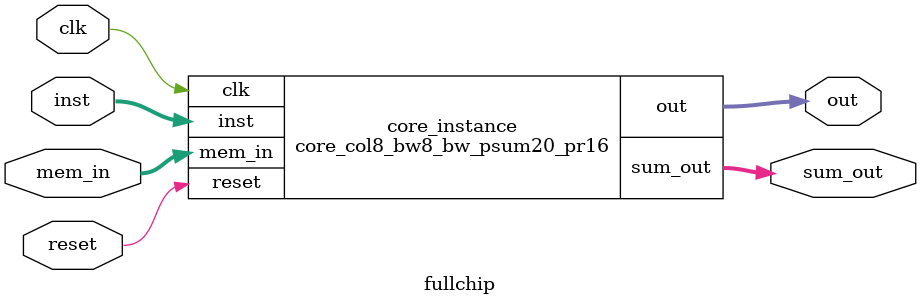
<source format=v>


module mac_16in_bw8_bw_psum20_pr16_7 ( out, a, b );
  output [19:0] out;
  input [127:0] a;
  input [127:0] b;
  wire   n1, n2, n3, n4, n5, n6, n7, n8, n9, n10, n11, n12, n13, n14, n15, n16,
         n17, n18, n19, n20, n21, n22, n23, n24, n25, n26, n27, n28, n29, n30,
         n31, n32, n33, n34, n35, n36, n37, n38, n39, n40, n41, n42, n43, n44,
         n45, n46, n47, n48, n49, n50, n51, n52, n53, n54, n55, n56, n57, n58,
         n59, n60, n61, n62, n63, n64, n65, n66, n67, n68, n69, n70, n71, n72,
         n73, n74, n75, n76, n77, n78, n79, n80, n81, n82, n83, n84, n85, n86,
         n87, n88, n89, n90, n91, n92, n93, n94, n95, n96, n97, n98, n99, n100,
         n101, n102, n103, n104, n105, n106, n107, n108, n109, n110, n111,
         n112, n113, n114, n115, n116, n117, n118, n119, n120, n121, n122,
         n123, n124, n125, n126, n127, n128, n129, n130, n131, n132, n133,
         n134, n135, n136, n137, n138, n139, n140, n141, n142, n143, n144,
         n145, n146, n147, n148, n149, n150, n151, n152, n153, n154, n155,
         n156, n157, n158, n159, n160, n161, n162, n163, n164, n165, n166,
         n167, n168, n169, n170, n171, n172, n173, n174, n175, n176, n177,
         n178, n179, n180, n181, n182, n183, n184, n185, n186, n187, n188,
         n189, n190, n191, n192, n193, n194, n195, n196, n197, n198, n199,
         n200, n201, n202, n203, n204, n205, n206, n207, n208, n209, n210,
         n211, n212, n213, n214, n215, n216, n217, n218, n219, n220, n221,
         n222, n223, n224, n225, n226, n227, n228, n229, n230, n231, n233,
         n234, n235, n236, n237, n238, n239, n240, n241, n242, n243, n244,
         n245, n246, n247, n248, n249, n250, n251, n252, n253, n254, n255,
         n256, n257, n258, n259, n260, n261, n262, n263, n264, n265, n266,
         n267, n268, n269, n270, n271, n272, n273, n274, n275, n276, n277,
         n278, n279, n280, n281, n282, n283, n284, n285, n286, n287, n288,
         n289, n290, n291, n292, n293, n294, n295, n296, n297, n298, n299,
         n300, n301, n302, n303, n304, n305, n306, n307, n308, n309, n310,
         n311, n312, n313, n314, n315, n316, n317, n318, n319, n320, n321,
         n322, n323, n324, n325, n326, n327, n328, n329, n330, n331, n332,
         n333, n334, n335, n336, n337, n338, n339, n341, n342, n343, n344,
         n345, n346, n347, n348, n349, n350, n351, n352, n353, n354, n355,
         n356, n357, n358, n359, n360, n361, n362, n363, n364, n365, n366,
         n367, n368, n369, n370, n371, n372, n373, n374, n375, n376, n377,
         n378, n379, n380, n381, n382, n383, n384, n385, n386, n387, n388,
         n389, n390, n391, n392, n393, n394, n395, n396, n397, n398, n399,
         n400, n401, n402, n403, n404, n405, n406, n407, n408, n409, n410,
         n411, n412, n413, n414, n415, n416, n417, n418, n419, n420, n421,
         n422, n423, n424, n425, n426, n427, n428, n429, n430, n431, n432,
         n433, n434, n435, n436, n437, n438, n439, n440, n441, n442, n443,
         n444, n445, n446, n447, n448, n449, n450, n451, n452, n453, n454,
         n455, n456, n457, n458, n459, n460, n461, n462, n463, n464, n465,
         n466, n467, n468, n469, n470, n471, n472, n473, n474, n475, n476,
         n477, n478, n479, n480, n481, n482, n483, n484, n485, n486, n487,
         n488, n489, n490, n491, n492, n493, n494, n495, n496, n497, n498,
         n499, n500, n501, n502, n503, n504, n505, n506, n507, n508, n509,
         n510, n511, n512, n513, n514, n515, n516, n517, n518, n519, n520,
         n521, n522, n523, n524, n525, n526, n527, n528, n529, n530, n531,
         n532, n533, n534, n535, n536, n537, n538, n539, n540, n541, n542,
         n543, n544, n545, n546, n547, n548, n549, n550, n551, n552, n553,
         n554, n555, n556, n557, n558, n559, n560, n561, n562, n563, n564,
         n565, n566, n567, n568, n569, n570, n571, n572, n573, n574, n575,
         n576, n577, n578, n579, n580, n581, n582, n583, n584, n585, n586,
         n587, n588, n589, n590, n591, n592, n593, n594, n595, n596, n597,
         n598, n599, n600, n601, n602, n603, n604, n605, n606, n607, n608,
         n609, n610, n611, n612, n613, n614, n615, n616, n617, n618, n619,
         n620, n621, n622, n623, n624, n625, n626, n627, n628, n629, n630,
         n631, n632, n633, n634, n635, n636, n637, n638, n639, n640, n641,
         n642, n643, n644, n645, n646, n647, n648, n649, n650, n651, n652,
         n653, n654, n655, n656, n657, n658, n659, n660, n661, n662, n663,
         n664, n665, n666, n667, n668, n669, n670, n671, n672, n673, n674,
         n675, n676, n677, n678, n679, n680, n681, n682, n683, n684, n685,
         n686, n687, n688, n689, n690, n691, n692, n693, n694, n695, n696,
         n697, n698, n699, n700, n701, n702, n703, n704, n705, n706, n707,
         n708, n709, n710, n711, n712, n713, n714, n715, n716, n717, n718,
         n719, n720, n721, n722, n723, n724, n725, n726, n727, n728, n729,
         n730, n731, n732, n733, n734, n735, n736, n737, n738, n739, n740,
         n741, n742, n743, n744, n745, n746, n747, n748, n749, n750, n751,
         n752, n753, n754, n755, n756, n757, n758, n759, n760, n761, n762,
         n763, n764, n765, n766, n767, n768, n769, n770, n771, n772, n773,
         n774, n775, n776, n777, n778, n779, n780, n781, n782, n783, n784,
         n785, n786, n787, n788, n789, n790, n791, n792, n793, n794, n795,
         n796, n797, n798, n799, n800, n801, n802, n803, n804, n805, n806,
         n807, n808, n809, n810, n811, n812, n813, n814, n815, n816, n817,
         n818, n819, n820, n821, n822, n823, n824, n825, n826, n827, n828,
         n829, n830, n831, n832, n833, n834, n835, n836, n837, n838, n839,
         n840, n841, n842, n843, n844, n845, n846, n847, n848, n849, n850,
         n851, n852, n853, n854, n855, n856, n857, n858, n859, n860, n861,
         n862, n863, n864, n865, n866, n867, n868, n869, n870, n871, n872,
         n873, n874, n875, n876, n877, n878, n879, n880, n881, n882, n883,
         n884, n885, n886, n887, n888, n889, n890, n891, n892, n893, n894,
         n895, n896, n897, n898, n899, n900, n901, n902, n903, n904, n905,
         n906, n907, n908, n909, n910, n911, n912, n913, n914, n915, n916,
         n917, n918, n919, n920, n921, n922, n923, n924, n925, n926, n927,
         n928, n929, n930, n931, n932, n933, n934, n935, n936, n937, n938,
         n939, n940, n941, n942, n943, n944, n945, n946, n947, n948, n949,
         n950, n951, n952, n953, n954, n955, n956, n957, n958, n959, n960,
         n961, n962, n963, n964, n965, n966, n967, n968, n969, n970, n971,
         n972, n973, n974, n975, n976, n977, n978, n979, n980, n981, n982,
         n983, n984, n985, n986, n987, n988, n989, n990, n991, n992, n993,
         n994, n995, n996, n997, n998, n999, n1000, n1001, n1002, n1003, n1004,
         n1005, n1006, n1007, n1008, n1009, n1010, n1011, n1012, n1013, n1014,
         n1015, n1016, n1017, n1018, n1019, n1020, n1021, n1022, n1023, n1024,
         n1025, n1026, n1027, n1028, n1029, n1030, n1031, n1032, n1033, n1034,
         n1035, n1036, n1037, n1038, n1039, n1040, n1041, n1042, n1043, n1044,
         n1045, n1046, n1047, n1048, n1049, n1050, n1051, n1052, n1053, n1054,
         n1055, n1056, n1057, n1058, n1059, n1060, n1061, n1062, n1063, n1064,
         n1065, n1066, n1067, n1068, n1069, n1070, n1071, n1072, n1073, n1074,
         n1075, n1076, n1077, n1078, n1079, n1080, n1081, n1082, n1083, n1084,
         n1085, n1086, n1087, n1088, n1089, n1090, n1091, n1092, n1093, n1094,
         n1095, n1096, n1097, n1098, n1099, n1100, n1101, n1102, n1103, n1104,
         n1105, n1106, n1107, n1108, n1109, n1110, n1111, n1112, n1113, n1114,
         n1115, n1116, n1117, n1118, n1119, n1120, n1121, n1122, n1123, n1124,
         n1125, n1126, n1127, n1128, n1129, n1130, n1131, n1132, n1133, n1134,
         n1135, n1136, n1137, n1138, n1139, n1140, n1141, n1142, n1143, n1144,
         n1145, n1146, n1147, n1148, n1149, n1150, n1151, n1152, n1153, n1154,
         n1155, n1156, n1157, n1158, n1159, n1160, n1161, n1162, n1163, n1164,
         n1165, n1166, n1167, n1168, n1169, n1170, n1171, n1172, n1173, n1174,
         n1175, n1176, n1177, n1178, n1179, n1180, n1181, n1182, n1183, n1184,
         n1185, n1186, n1187, n1188, n1189, n1190, n1191, n1192, n1193, n1194,
         n1195, n1196, n1197, n1198, n1199, n1200, n1201, n1202, n1203, n1204,
         n1205, n1206, n1207, n1208, n1209, n1210, n1211, n1212, n1213, n1214,
         n1215, n1216, n1217, n1218, n1219, n1220, n1221, n1222, n1223, n1224,
         n1225, n1226, n1227, n1228, n1229, n1230, n1231, n1232, n1233, n1234,
         n1235, n1236, n1237, n1238, n1239, n1240, n1241, n1242, n1243, n1244,
         n1245, n1246, n1247, n1248, n1249, n1250, n1251, n1252, n1253, n1254,
         n1255, n1256, n1257, n1258, n1259, n1260, n1261, n1262, n1263, n1264,
         n1265, n1266, n1267, n1268, n1269, n1270, n1271, n1272, n1273, n1274,
         n1275, n1276, n1277, n1278, n1279, n1280, n1281, n1282, n1283, n1284,
         n1285, n1286, n1287, n1288, n1289, n1290, n1291, n1292, n1293, n1294,
         n1295, n1296, n1297, n1298, n1299, n1300, n1301, n1302, n1303, n1304,
         n1305, n1306, n1307, n1308, n1309, n1310, n1311, n1312, n1313, n1314,
         n1315, n1316, n1317, n1318, n1319, n1320, n1321, n1322, n1323, n1324,
         n1325, n1326, n1327, n1328, n1329, n1330, n1331, n1332, n1333, n1334,
         n1335, n1336, n1337, n1338, n1339, n1340, n1341, n1342, n1343, n1344,
         n1345, n1346, n1347, n1348, n1349, n1350, n1351, n1352, n1353, n1354,
         n1355, n1356, n1357, n1358, n1359, n1360, n1361, n1362, n1363, n1364,
         n1365, n1366, n1367, n1368, n1369, n1370, n1371, n1372, n1373, n1374,
         n1375, n1376, n1377, n1378, n1379, n1380, n1381, n1382, n1383, n1384,
         n1385, n1386, n1387, n1388, n1389, n1390, n1391, n1392, n1393, n1394,
         n1395, n1396, n1397, n1398, n1399, n1400, n1401, n1402, n1403, n1404,
         n1405, n1406, n1407, n1408, n1409, n1410, n1411, n1412, n1413, n1414,
         n1415, n1416, n1417, n1418, n1419, n1420, n1421, n1422, n1423, n1424,
         n1425, n1426, n1427, n1428, n1429, n1430, n1431, n1432, n1433, n1434,
         n1435, n1436, n1437, n1438, n1439, n1440, n1441, n1442, n1443, n1444,
         n1445, n1446, n1447, n1448, n1449, n1450, n1451, n1452, n1453, n1454,
         n1455, n1456, n1457, n1458, n1459, n1460, n1461, n1462, n1463, n1464,
         n1465, n1466, n1467, n1468, n1469, n1470, n1471, n1472, n1473, n1474,
         n1475, n1476, n1477, n1478, n1479, n1480, n1481, n1482, n1483, n1484,
         n1485, n1486, n1487, n1488, n1489, n1490, n1491, n1492, n1493, n1494,
         n1495, n1496, n1497, n1498, n1499, n1500, n1501, n1502, n1503, n1504,
         n1505, n1506, n1507, n1508, n1509, n1510, n1511, n1512, n1513, n1514,
         n1515, n1516, n1517, n1518, n1519, n1520, n1521, n1522, n1523, n1524,
         n1525, n1526, n1527, n1528, n1529, n1530, n1531, n1532, n1533, n1534,
         n1535, n1536, n1537, n1538, n1539, n1540, n1541, n1542, n1543, n1544,
         n1545, n1546, n1547, n1548, n1549, n1550, n1551, n1552, n1553, n1554,
         n1555, n1556, n1557, n1558, n1559, n1560, n1561, n1562, n1563, n1564,
         n1565, n1566, n1567, n1568, n1569, n1570, n1571, n1572, n1573, n1574,
         n1575, n1576, n1577, n1578, n1579, n1580, n1581, n1582, n1583, n1584,
         n1585, n1586, n1587, n1588, n1589, n1590, n1591, n1592, n1593, n1594,
         n1595, n1596, n1597, n1598, n1599, n1600, n1601, n1602, n1603, n1604,
         n1605, n1606, n1607, n1608, n1609, n1610, n1611, n1612, n1613, n1614,
         n1615, n1616, n1617, n1618, n1619, n1620, n1621, n1622, n1623, n1624,
         n1625, n1626, n1627, n1628, n1629, n1630, n1631, n1632, n1633, n1634,
         n1635, n1636, n1637, n1638, n1639, n1640, n1641, n1642, n1643, n1644,
         n1645, n1646, n1647, n1648, n1649, n1650, n1651, n1652, n1653, n1654,
         n1655, n1656, n1657, n1658, n1659, n1660, n1661, n1662, n1663, n1664,
         n1665, n1666, n1667, n1668, n1669, n1670, n1671, n1672, n1673, n1674,
         n1675, n1676, n1677, n1678, n1679, n1680, n1681, n1682, n1683, n1684,
         n1685, n1686, n1687, n1688, n1689, n1690, n1691, n1692, n1693, n1694,
         n1695, n1696, n1697, n1698, n1699, n1700, n1701, n1702, n1703, n1704,
         n1705, n1706, n1707, n1708, n1709, n1710, n1711, n1712, n1713, n1714,
         n1715, n1716, n1717, n1718, n1719, n1720, n1721, n1722, n1723, n1724,
         n1725, n1726, n1727, n1728, n1729, n1730, n1731, n1732, n1733, n1734,
         n1735, n1736, n1737, n1738, n1739, n1740, n1741, n1742, n1743, n1744,
         n1745, n1746, n1747, n1748, n1749, n1750, n1751, n1752, n1753, n1754,
         n1755, n1756, n1757, n1758, n1759, n1760, n1761, n1762, n1763, n1764,
         n1765, n1766, n1767, n1768, n1769, n1770, n1771, n1772, n1773, n1774,
         n1775, n1776, n1777, n1778, n1779, n1780, n1781, n1782, n1783, n1784,
         n1785, n1786, n1787, n1788, n1789, n1790, n1791, n1792, n1793, n1794,
         n1795, n1796, n1797, n1798, n1799, n1800, n1801, n1802, n1803, n1804,
         n1805, n1806, n1807, n1808, n1809, n1810, n1811, n1812, n1813, n1814,
         n1815, n1816, n1817, n1818, n1819, n1820, n1821, n1822, n1823, n1824,
         n1825, n1826, n1827, n1828, n1829, n1830, n1831, n1832, n1833, n1834,
         n1835, n1836, n1837, n1838, n1839, n1840, n1841, n1842, n1843, n1844,
         n1845, n1846, n1847, n1848, n1849, n1850, n1851, n1852, n1853, n1854,
         n1855, n1856, n1857, n1858, n1859, n1860, n1861, n1862, n1863, n1864,
         n1865, n1866, n1867, n1868, n1869, n1870, n1871, n1872, n1873, n1874,
         n1875, n1876, n1877, n1878, n1879, n1880, n1881, n1882, n1883, n1884,
         n1885, n1886, n1887, n1888, n1889, n1890, n1891, n1892, n1893, n1894,
         n1895, n1896, n1897, n1898, n1899, n1900, n1901, n1902, n1903, n1904,
         n1905, n1906, n1907, n1908, n1909, n1910, n1911, n1912, n1913, n1914,
         n1915, n1916, n1917, n1918, n1919, n1920, n1921, n1922, n1923, n1924,
         n1925, n1926, n1927, n1928, n1929, n1930, n1931, n1932, n1933, n1934,
         n1935, n1936, n1937, n1938, n1939, n1940, n1941, n1942, n1943, n1944,
         n1945, n1946, n1947, n1948, n1949, n1950, n1951, n1952, n1953, n1954,
         n1955, n1956, n1957, n1958, n1959, n1960, n1961, n1962, n1963, n1964,
         n1965, n1966, n1967, n1968, n1969, n1970, n1971, n1972, n1973, n1974,
         n1975, n1976, n1977, n1978, n1979, n1980, n1981, n1982, n1983, n1984,
         n1985, n1986, n1987, n1988, n1989, n1990, n1991, n1992, n1993, n1994,
         n1995, n1996, n1997, n1998, n1999, n2000, n2001, n2002, n2003, n2004,
         n2005, n2006, n2007, n2008, n2009, n2010, n2011, n2012, n2013, n2014,
         n2015, n2016, n2017, n2018, n2019, n2020, n2021, n2022, n2023, n2024,
         n2025, n2026, n2027, n2028, n2029, n2030, n2031, n2032, n2033, n2034,
         n2035, n2036, n2037, n2038, n2039, n2040, n2041, n2042, n2043, n2044,
         n2045, n2046, n2047, n2048, n2049, n2050, n2051, n2052, n2053, n2054,
         n2055, n2056, n2057, n2058, n2059, n2060, n2061, n2062, n2063, n2064,
         n2065, n2066, n2067, n2068, n2069, n2070, n2071, n2072, n2073, n2074,
         n2075, n2076, n2077, n2078, n2079, n2080, n2081, n2082, n2083, n2084,
         n2085, n2086, n2087, n2088, n2089, n2090, n2091, n2092, n2093, n2094,
         n2095, n2096, n2097, n2098, n2099, n2100, n2101, n2102, n2103, n2104,
         n2105, n2106, n2107, n2108, n2109, n2110, n2111, n2112, n2113, n2114,
         n2115, n2116, n2117, n2118, n2119, n2120, n2121, n2122, n2123, n2124,
         n2125, n2126, n2127, n2128, n2129, n2130, n2131, n2132, n2133, n2134,
         n2135, n2136, n2137, n2138, n2139, n2140, n2141, n2142, n2143, n2144,
         n2145, n2146, n2147, n2148, n2149, n2150, n2151, n2152, n2153, n2154,
         n2155, n2156, n2157, n2158, n2159, n2160, n2161, n2162, n2163, n2164,
         n2165, n2166, n2167, n2168, n2169, n2170, n2171, n2172, n2173, n2174,
         n2175, n2176, n2177, n2178, n2179, n2180, n2181, n2182, n2183, n2184,
         n2185, n2186, n2187, n2188, n2189, n2190, n2191, n2192, n2193, n2194,
         n2195, n2196, n2197, n2198, n2199, n2200, n2201, n2202, n2203, n2204,
         n2205, n2206, n2207, n2208, n2209, n2210, n2211, n2212, n2213, n2214,
         n2215, n2216, n2217, n2218, n2219, n2220, n2221, n2222, n2223, n2224,
         n2225, n2226, n2227, n2228, n2229, n2230, n2231, n2232, n2233, n2234,
         n2235, n2236, n2237, n2238, n2239, n2240, n2241, n2242, n2243, n2244,
         n2245, n2246, n2247, n2248, n2249, n2250, n2251, n2252, n2253, n2254,
         n2255, n2256, n2257, n2258, n2259, n2260, n2261, n2262, n2263, n2264,
         n2265, n2266, n2267, n2268, n2269, n2270, n2271, n2272, n2273, n2274,
         n2275, n2276, n2277, n2278, n2279, n2280, n2281, n2282, n2283, n2284,
         n2285, n2286, n2287, n2288, n2289, n2290, n2291, n2292, n2293, n2294,
         n2295, n2296, n2297, n2298, n2299, n2300, n2301, n2302, n2303, n2304,
         n2305, n2306, n2307, n2308, n2309, n2310, n2311, n2312, n2313, n2314,
         n2315, n2316, n2317, n2318, n2319, n2320, n2321, n2322, n2323, n2324,
         n2325, n2326, n2327, n2328, n2329, n2330, n2331, n2332, n2333, n2334,
         n2335, n2336, n2337, n2338, n2339, n2340, n2341, n2342, n2343, n2344,
         n2345, n2346, n2347, n2348, n2349, n2350, n2351, n2352, n2353, n2354,
         n2355, n2356, n2357, n2358, n2359, n2360, n2361, n2362, n2363, n2364,
         n2365, n2366, n2367, n2368, n2369, n2370, n2371, n2372, n2373, n2374,
         n2375, n2376, n2377, n2378, n2379, n2380, n2381, n2382, n2383, n2384,
         n2385, n2386, n2387, n2388, n2389, n2390, n2391, n2392, n2393, n2394,
         n2395, n2396, n2397, n2398, n2399, n2400, n2401, n2402, n2403, n2404,
         n2405, n2406, n2407, n2408, n2409, n2410, n2411, n2412, n2413, n2414,
         n2415, n2416, n2417, n2418, n2419, n2420, n2421, n2422, n2423, n2424,
         n2425, n2426, n2427, n2428, n2429, n2430, n2431, n2432, n2433, n2434,
         n2435, n2436, n2437, n2438, n2439, n2440, n2441, n2442, n2443, n2444,
         n2445, n2446, n2447, n2448, n2449, n2450, n2451, n2452, n2453, n2454,
         n2455, n2456, n2457, n2458, n2459, n2460, n2461, n2462, n2463, n2464,
         n2465, n2466, n2467, n2468, n2469, n2470, n2471, n2472, n2473, n2474,
         n2475, n2476, n2477, n2478, n2479, n2480, n2481, n2482, n2483, n2484,
         n2485, n2486, n2487, n2488, n2489, n2490, n2491, n2492, n2493, n2494,
         n2495, n2496, n2497, n2498, n2499, n2500, n2501, n2502, n2503, n2504,
         n2505, n2506, n2507, n2508, n2509, n2510, n2511, n2512, n2513, n2514,
         n2515, n2516, n2517, n2518, n2519, n2520, n2521, n2522, n2523, n2524,
         n2525, n2526, n2527, n2528, n2529, n2530, n2531, n2532, n2533, n2534,
         n2535, n2536, n2537, n2538, n2539, n2540, n2541, n2542, n2543, n2544,
         n2545, n2546, n2547, n2548, n2549, n2550, n2551, n2552, n2553, n2554,
         n2555, n2556, n2557, n2558, n2559, n2560, n2561, n2562, n2563, n2564,
         n2565, n2566, n2567, n2568, n2569, n2570, n2571, n2572, n2573, n2574,
         n2575, n2576, n2577, n2578, n2579, n2580, n2581, n2582, n2583, n2584,
         n2585, n2586, n2587, n2588, n2589, n2590, n2591, n2592, n2593, n2594,
         n2595, n2596, n2597, n2598, n2599, n2600, n2601, n2602, n2603, n2604,
         n2605, n2606, n2607, n2608, n2609, n2610, n2611, n2612, n2613, n2614,
         n2615, n2616, n2617, n2618, n2619, n2620, n2621, n2622, n2623, n2624,
         n2625, n2626, n2627, n2628, n2629, n2630, n2631, n2632, n2633, n2634,
         n2635, n2636, n2637, n2638, n2639, n2640, n2641, n2642, n2643, n2644,
         n2645, n2646, n2647, n2648, n2649, n2650, n2651, n2652, n2653, n2654,
         n2655, n2656, n2657, n2658, n2659, n2660, n2661, n2662, n2663, n2664,
         n2665, n2666, n2667, n2668, n2669, n2670, n2671, n2672, n2673, n2674,
         n2675, n2676, n2677, n2678, n2679, n2680, n2681, n2682, n2683, n2684,
         n2685, n2686, n2687, n2688, n2689, n2690, n2691, n2692, n2693, n2694,
         n2695, n2696, n2697, n2698, n2699, n2700, n2701, n2702, n2703, n2704,
         n2705, n2706, n2707, n2708, n2709, n2710, n2711, n2712, n2713, n2714,
         n2715, n2716, n2717, n2718, n2719, n2720, n2721, n2722, n2723, n2724,
         n2725, n2726, n2727, n2728, n2729, n2730, n2731, n2732, n2733, n2734,
         n2735, n2736, n2737, n2738, n2739, n2740, n2741, n2742, n2743, n2744,
         n2745, n2746, n2747, n2748, n2749, n2750, n2751, n2752, n2753, n2754,
         n2755, n2756, n2757, n2758, n2759, n2760, n2761, n2762, n2763, n2764,
         n2765, n2766, n2767, n2768, n2769, n2770, n2771, n2772, n2773, n2774,
         n2775, n2776, n2777, n2778, n2779, n2780, n2781, n2782, n2783, n2784,
         n2785, n2786, n2787, n2788, n2789, n2790, n2791, n2792, n2793, n2794,
         n2795, n2796, n2797, n2798, n2799, n2800, n2801, n2802, n2803, n2804,
         n2805, n2806, n2807, n2808, n2809, n2810, n2811, n2812, n2813, n2814,
         n2815, n2816, n2817, n2818, n2819, n2820, n2821, n2822, n2823, n2824,
         n2825, n2826, n2827, n2828, n2829, n2830, n2831, n2832, n2833, n2834,
         n2836, n2837, n2838, n2839, n2840, n2841, n2842, n2843, n2844, n2845,
         n2846, n2847, n2848, n2849, n2850, n2851, n2852, n2853, n2854, n2855,
         n2856, n2857, n2858, n2859, n2860, n2861, n2862, n2863, n2864, n2865,
         n2866, n2867, n2868, n2869, n2870, n2871, n2872, n2873, n2874, n2875,
         n2876, n2877, n2878, n2879, n2880, n2881, n2882, n2883, n2884, n2885,
         n2886, n2887, n2888, n2889, n2890, n2891, n2892, n2893, n2894, n2895,
         n2896, n2897, n2898, n2899, n2900, n2901, n2902, n2903, n2904, n2905,
         n2906, n2907, n2908, n2909, n2910, n2911, n2912, n2913, n2914, n2915,
         n2916, n2917, n2918, n2919, n2920, n2921, n2922, n2923, n2924, n2925,
         n2926, n2927, n2928, n2929, n2930, n2931, n2932, n2933, n2934, n2935,
         n2936, n2937, n2938, n2939, n2940, n2941, n2942, n2943, n2944, n2945,
         n2946, n2947, n2948, n2949, n2950, n2951, n2952, n2953, n2954, n2955,
         n2956, n2957, n2958, n2959, n2960, n2961, n2962, n2963, n2964, n2965,
         n2966, n2967, n2968, n2969, n2970, n2971, n2972, n2973, n2974, n2975,
         n2976, n2977, n2978, n2979, n2980, n2981, n2982, n2983, n2984, n2985,
         n2986, n2987, n2988, n2989, n2990, n2991, n2992, n2993, n2994, n2995,
         n2996, n2997, n2998, n2999, n3000, n3001, n3002, n3003, n3004, n3005,
         n3006, n3007, n3008, n3009, n3010, n3011, n3012, n3013, n3014, n3015,
         n3016, n3017, n3018, n3019, n3020, n3021, n3022, n3023, n3024, n3025,
         n3026, n3027, n3028, n3029, n3030, n3031, n3032, n3033, n3034, n3035,
         n3036, n3037, n3038, n3039, n3040, n3041, n3042, n3043, n3044, n3045,
         n3046, n3047, n3048, n3049, n3050, n3051, n3052, n3053, n3054, n3055,
         n3056, n3057, n3058, n3059, n3060, n3061, n3062, n3063, n3064, n3065,
         n3066, n3067, n3068, n3069, n3070, n3071, n3072, n3073, n3074, n3075,
         n3076, n3077, n3078, n3079, n3080, n3081, n3082, n3083, n3084, n3085,
         n3086, n3087, n3088, n3089, n3090, n3091, n3092, n3093, n3094, n3095,
         n3096, n3097, n3098, n3099, n3100, n3101, n3102, n3103, n3104, n3105,
         n3106, n3107, n3108, n3109, n3110, n3111, n3112, n3113, n3114, n3115,
         n3116, n3117, n3118, n3119, n3120, n3121, n3122, n3123, n3124, n3125,
         n3126, n3127, n3128, n3129, n3130, n3131, n3132, n3133, n3134, n3135,
         n3136, n3137, n3138, n3139, n3140, n3141, n3142, n3143, n3144, n3145,
         n3146, n3147, n3148, n3149, n3150, n3151, n3152, n3153, n3154, n3155,
         n3156, n3157, n3158, n3159, n3160, n3161, n3162, n3163, n3164, n3165,
         n3166, n3167, n3168, n3169, n3170, n3171, n3172, n3173, n3174, n3175,
         n3176, n3177, n3178, n3179, n3180, n3181, n3182, n3183, n3184, n3185,
         n3186, n3187, n3188, n3189, n3190, n3191, n3192, n3193, n3194, n3195,
         n3196, n3197;

  INVD1 U1 ( .I(n3142), .ZN(n3152) );
  NR2D1 U2 ( .A1(n430), .A2(n3101), .ZN(n3102) );
  NR2XD0 U3 ( .A1(n104), .A2(n3079), .ZN(n3081) );
  ND2D1 U4 ( .A1(n3072), .A2(n3071), .ZN(n3130) );
  NR2D1 U5 ( .A1(n3126), .A2(n105), .ZN(n104) );
  INVD1 U6 ( .I(n3122), .ZN(n15) );
  NR2XD1 U7 ( .A1(n3072), .A2(n3071), .ZN(n3122) );
  NR2XD1 U8 ( .A1(n2682), .A2(n2681), .ZN(n3148) );
  NR2D1 U9 ( .A1(n3116), .A2(n3105), .ZN(n3080) );
  FA1D0 U10 ( .A(n2445), .B(n2444), .CI(n2443), .CO(n3078), .S(n3075) );
  INVD0 U11 ( .I(n3058), .ZN(n182) );
  XNR3D2 U12 ( .A1(n425), .A2(n2462), .A3(n2461), .ZN(n2670) );
  CKND2D0 U13 ( .A1(n2638), .A2(n2637), .ZN(n67) );
  FA1D1 U14 ( .A(n3057), .B(n3056), .CI(n3055), .CO(n3058), .S(n3045) );
  FA1D0 U15 ( .A(n2866), .B(n2865), .CI(n2864), .CO(n3050), .S(n3047) );
  CKND2D1 U16 ( .A1(n335), .A2(n334), .ZN(n2230) );
  ND2D1 U17 ( .A1(n76), .A2(n2639), .ZN(n75) );
  CKND2D0 U18 ( .A1(n3039), .A2(n405), .ZN(n411) );
  XOR3D0 U19 ( .A1(n2665), .A2(n2663), .A3(n2664), .Z(n2683) );
  FA1D0 U20 ( .A(n2406), .B(n2405), .CI(n2404), .CO(n2441), .S(n2412) );
  INVD1 U21 ( .I(n77), .ZN(n76) );
  NR2XD0 U22 ( .A1(n383), .A2(n2687), .ZN(n382) );
  OAI21D1 U23 ( .A1(n1789), .A2(n267), .B(n1788), .ZN(n335) );
  CKND2D1 U24 ( .A1(n1789), .A2(n267), .ZN(n334) );
  FA1D0 U25 ( .A(n1781), .B(n1780), .CI(n1779), .CO(n1870), .S(n1866) );
  INVD1 U26 ( .I(n2867), .ZN(n181) );
  INVD0 U27 ( .I(n2465), .ZN(n13) );
  XNR3D2 U28 ( .A1(n2501), .A2(n2502), .A3(n384), .ZN(n383) );
  CKND2D1 U29 ( .A1(n439), .A2(n438), .ZN(n1787) );
  CKBD1 U30 ( .I(n1790), .Z(n267) );
  XOR3D0 U31 ( .A1(n1029), .A2(n1028), .A3(n1027), .Z(n1779) );
  FA1D0 U32 ( .A(n2314), .B(n2313), .CI(n2312), .CO(n2405), .S(n2303) );
  FA1D0 U33 ( .A(n2367), .B(n2366), .CI(n2365), .CO(n2432), .S(n2361) );
  FA1D0 U34 ( .A(n2427), .B(n2426), .CI(n2425), .CO(n2447), .S(n2435) );
  FA1D0 U35 ( .A(n2430), .B(n2429), .CI(n2428), .CO(n2446), .S(n2431) );
  XOR3D0 U36 ( .A1(n2315), .A2(n2316), .A3(n2317), .Z(n2300) );
  FA1D0 U37 ( .A(n1047), .B(n1048), .CI(n1046), .CO(n1227), .S(n1773) );
  FA1D0 U38 ( .A(n3003), .B(n3002), .CI(n3001), .CO(n2995), .S(n3032) );
  FA1D1 U39 ( .A(n2855), .B(n2854), .CI(n2853), .CO(n2687), .S(n2869) );
  OAI21D1 U40 ( .A1(n1276), .A2(n1275), .B(n284), .ZN(n439) );
  FA1D1 U41 ( .A(n2931), .B(n2930), .CI(n2929), .CO(n3039), .S(n3040) );
  FA1D1 U42 ( .A(n2644), .B(n2643), .CI(n2642), .CO(n2640), .S(n3054) );
  XOR3D1 U43 ( .A1(n2924), .A2(n2925), .A3(n2923), .Z(n2933) );
  XOR3D1 U44 ( .A1(n2118), .A2(n2116), .A3(n2117), .Z(n2172) );
  FA1D0 U45 ( .A(n2177), .B(n2176), .CI(n2175), .CO(n2301), .S(n2113) );
  FA1D0 U46 ( .A(n2421), .B(n2420), .CI(n2419), .CO(n2451), .S(n2425) );
  FA1D0 U47 ( .A(n2991), .B(n2990), .CI(n2989), .CO(n2999), .S(n3002) );
  FA1D0 U48 ( .A(n2321), .B(n2322), .CI(n2320), .CO(n2402), .S(n2304) );
  FA1D0 U49 ( .A(n2379), .B(n2378), .CI(n2377), .CO(n2429), .S(n2365) );
  FA1D0 U50 ( .A(n2391), .B(n2390), .CI(n2389), .CO(n2426), .S(n2384) );
  FA1D0 U51 ( .A(n2424), .B(n2423), .CI(n2422), .CO(n2449), .S(n2430) );
  FA1D0 U52 ( .A(n1640), .B(n1639), .CI(n1638), .CO(n1780), .S(n1736) );
  CKND2D1 U53 ( .A1(n393), .A2(n392), .ZN(n2644) );
  CKND2D1 U54 ( .A1(n83), .A2(n82), .ZN(n1276) );
  CKND2D1 U55 ( .A1(n96), .A2(n425), .ZN(n95) );
  FA1D1 U56 ( .A(n2311), .B(n2310), .CI(n2309), .CO(n2406), .S(n2349) );
  OAI22D1 U57 ( .A1(n271), .A2(n270), .B1(n269), .B2(n268), .ZN(n780) );
  INVD1 U58 ( .I(n2462), .ZN(n96) );
  FA1D0 U59 ( .A(n2955), .B(n2954), .CI(n2953), .CO(n2991), .S(n3010) );
  FA1D0 U60 ( .A(n1025), .B(n1026), .CI(n1024), .CO(n1029), .S(n1638) );
  FA1D0 U61 ( .A(n2240), .B(n2239), .CI(n2238), .CO(n2367), .S(n2265) );
  INVD1 U62 ( .I(n1300), .ZN(n416) );
  FA1D0 U63 ( .A(n2388), .B(n2387), .CI(n2386), .CO(n2427), .S(n2364) );
  FA1D0 U64 ( .A(n2373), .B(n2372), .CI(n2371), .CO(n2423), .S(n2389) );
  FA1D0 U65 ( .A(n2370), .B(n2369), .CI(n2368), .CO(n2424), .S(n2377) );
  OAI21D1 U66 ( .A1(n2501), .A2(n2502), .B(n2500), .ZN(n393) );
  NR2XD0 U67 ( .A1(n746), .A2(n745), .ZN(n270) );
  CKND2D1 U68 ( .A1(n2502), .A2(n2501), .ZN(n392) );
  CKND2D1 U69 ( .A1(n115), .A2(n114), .ZN(n1640) );
  FA1D0 U70 ( .A(n2888), .B(n2889), .CI(n2887), .CO(n2927), .S(n2992) );
  XOR3D1 U71 ( .A1(n745), .A2(n746), .A3(n744), .Z(n1528) );
  FA1D0 U72 ( .A(n2189), .B(n2188), .CI(n2187), .CO(n2316), .S(n2175) );
  FA1D0 U73 ( .A(n2243), .B(n2242), .CI(n2241), .CO(n2366), .S(n2315) );
  FA1D0 U74 ( .A(n2952), .B(n2951), .CI(n2950), .CO(n2979), .S(n3013) );
  FA1D0 U75 ( .A(n2916), .B(n2915), .CI(n2914), .CO(n2928), .S(n2989) );
  FA1D0 U76 ( .A(n2394), .B(n2393), .CI(n2392), .CO(n2421), .S(n2386) );
  FA1D0 U77 ( .A(n2288), .B(n2287), .CI(n2286), .CO(n2390), .S(n2342) );
  FA1D0 U78 ( .A(n2328), .B(n2327), .CI(n2326), .CO(n2387), .S(n2343) );
  OAI21D1 U79 ( .A1(n1605), .A2(n1604), .B(n1603), .ZN(n115) );
  CKND2D1 U80 ( .A1(n1605), .A2(n1604), .ZN(n114) );
  CKND2D1 U81 ( .A1(n98), .A2(n97), .ZN(n951) );
  FA1D1 U82 ( .A(n2659), .B(n2658), .CI(n2657), .CO(n2502), .S(n2746) );
  CKND2D1 U83 ( .A1(n7), .A2(n6), .ZN(n1534) );
  CKND2D0 U84 ( .A1(n295), .A2(n294), .ZN(n2223) );
  FA1D0 U85 ( .A(n2021), .B(n2020), .CI(n2019), .CO(n1967), .S(n2497) );
  CKND2D1 U86 ( .A1(n363), .A2(n1757), .ZN(n361) );
  XOR3D0 U87 ( .A1(n1965), .A2(n1964), .A3(n1963), .Z(n2600) );
  FA1D0 U88 ( .A(n1254), .B(n1255), .CI(n1253), .CO(n2219), .S(n1247) );
  FA1D0 U89 ( .A(n518), .B(n517), .CI(n516), .CO(n593), .S(n1656) );
  FA1D1 U90 ( .A(n1023), .B(n1022), .CI(n1021), .CO(n890), .S(n1635) );
  FA1D0 U91 ( .A(n711), .B(n710), .CI(n709), .CO(n712), .S(n744) );
  FA1D0 U92 ( .A(n1602), .B(n1601), .CI(n1600), .CO(n1577), .S(n1758) );
  FA1D0 U93 ( .A(n2960), .B(n2961), .CI(n2959), .CO(n2915), .S(n2975) );
  FA1D0 U94 ( .A(n2901), .B(n2900), .CI(n2899), .CO(n2888), .S(n2954) );
  FA1D0 U95 ( .A(n1038), .B(n1037), .CI(n1036), .CO(n1831), .S(n1051) );
  FA1D0 U96 ( .A(n2186), .B(n2185), .CI(n2184), .CO(n2241), .S(n2116) );
  CKND2D0 U97 ( .A1(n996), .A2(n995), .ZN(n97) );
  CKND2D1 U98 ( .A1(n153), .A2(n152), .ZN(n915) );
  ND2D1 U99 ( .A1(n8), .A2(n1134), .ZN(n7) );
  ND2D1 U100 ( .A1(n441), .A2(n440), .ZN(n1306) );
  OAI21D2 U101 ( .A1(n363), .A2(n1757), .B(n1756), .ZN(n362) );
  OAI22D1 U102 ( .A1(n275), .A2(n274), .B1(n273), .B2(n272), .ZN(n2096) );
  FA1D0 U103 ( .A(n2094), .B(n2093), .CI(n2092), .CO(n2468), .S(n2603) );
  FA1D0 U104 ( .A(n869), .B(n868), .CI(n867), .CO(n1026), .S(n1524) );
  FA1D0 U105 ( .A(n1989), .B(n1988), .CI(n1987), .CO(n1936), .S(n2648) );
  INVD1 U106 ( .I(n1963), .ZN(n275) );
  FA1D0 U107 ( .A(n2970), .B(n2969), .CI(n2968), .CO(n2959), .S(n2986) );
  FA1D1 U108 ( .A(n1559), .B(n1558), .CI(n1557), .CO(n1604), .S(n1674) );
  FA1D0 U109 ( .A(n2183), .B(n2182), .CI(n2181), .CO(n2242), .S(n2151) );
  FA1D0 U110 ( .A(n925), .B(n924), .CI(n923), .CO(n1811), .S(n938) );
  FA1D0 U111 ( .A(n1261), .B(n1260), .CI(n1259), .CO(n2192), .S(n1175) );
  FA1D0 U112 ( .A(n1851), .B(n1850), .CI(n1849), .CO(n2189), .S(n1164) );
  FA1D0 U113 ( .A(n844), .B(n843), .CI(n842), .CO(n886), .S(n994) );
  FA1D0 U114 ( .A(n1816), .B(n1815), .CI(n1814), .CO(n2118), .S(n1253) );
  FA1D0 U115 ( .A(n732), .B(n731), .CI(n730), .CO(n709), .S(n1018) );
  FA1D0 U116 ( .A(n1854), .B(n1853), .CI(n1852), .CO(n2188), .S(n1256) );
  FA1D0 U117 ( .A(n2156), .B(n2155), .CI(n2154), .CO(n2240), .S(n2190) );
  OAI22D1 U118 ( .A1(n338), .A2(n2211), .B1(n2250), .B2(n330), .ZN(n2275) );
  NR2XD0 U119 ( .A1(n1964), .A2(n1965), .ZN(n274) );
  NR2D1 U120 ( .A1(n1991), .A2(n1992), .ZN(n321) );
  OAI21D1 U121 ( .A1(n397), .A2(n396), .B(n395), .ZN(n1676) );
  ND2D1 U122 ( .A1(n1992), .A2(n1991), .ZN(n320) );
  CKND2D1 U123 ( .A1(n283), .A2(n282), .ZN(n1675) );
  ND2D1 U124 ( .A1(n357), .A2(n356), .ZN(n1582) );
  INVD1 U125 ( .I(n9), .ZN(n8) );
  INVD1 U126 ( .I(n1742), .ZN(n397) );
  FA1D1 U127 ( .A(n1690), .B(n1691), .CI(n1689), .CO(n1756), .S(n1963) );
  FA1D0 U128 ( .A(n2475), .B(n2474), .CI(n2473), .CO(n2498), .S(n2690) );
  FA1D0 U129 ( .A(n534), .B(n533), .CI(n532), .CO(n516), .S(n1647) );
  FA1D0 U130 ( .A(n562), .B(n561), .CI(n560), .CO(n867), .S(n1650) );
  FA1D0 U131 ( .A(n2801), .B(n2800), .CI(n2799), .CO(n2732), .S(n2900) );
  FA1D0 U132 ( .A(n2898), .B(n2897), .CI(n2896), .CO(n2821), .S(n2980) );
  FA1D0 U133 ( .A(n778), .B(n777), .CI(n776), .CO(n855), .S(n706) );
  FA1D0 U134 ( .A(n1199), .B(n1198), .CI(n1197), .CO(n1235), .S(n1178) );
  FA1D0 U135 ( .A(n1208), .B(n1207), .CI(n1206), .CO(n1244), .S(n1238) );
  FA1D0 U136 ( .A(n1202), .B(n1201), .CI(n1200), .CO(n1246), .S(n1229) );
  INVD0 U137 ( .I(n995), .ZN(n100) );
  NR2XD0 U138 ( .A1(n1136), .A2(n1135), .ZN(n9) );
  NR2D1 U139 ( .A1(n1744), .A2(n1743), .ZN(n396) );
  CKND2D0 U140 ( .A1(n2925), .A2(n2924), .ZN(n106) );
  CKND2D1 U141 ( .A1(n1606), .A2(n358), .ZN(n357) );
  FA1D1 U142 ( .A(n1104), .B(n1103), .CI(n1102), .CO(n1105), .S(n1606) );
  FA1D0 U143 ( .A(n971), .B(n970), .CI(n969), .CO(n1008), .S(n1436) );
  FA1D0 U144 ( .A(n668), .B(n667), .CI(n666), .CO(n1150), .S(n892) );
  FA1D0 U145 ( .A(n1322), .B(n1323), .CI(n1321), .CO(n1602), .S(n1393) );
  FA1D0 U146 ( .A(n2058), .B(n2057), .CI(n2056), .CO(n2088), .S(n2625) );
  FA1D0 U147 ( .A(n2005), .B(n2004), .CI(n2003), .CO(n1653), .S(n2474) );
  FA1D0 U148 ( .A(n2547), .B(n2546), .CI(n2545), .CO(n2624), .S(n2809) );
  FA1D0 U149 ( .A(n636), .B(n635), .CI(n634), .CO(n792), .S(n621) );
  FA1D0 U150 ( .A(n1714), .B(n1713), .CI(n1712), .CO(n1503), .S(n1989) );
  FA1D0 U151 ( .A(n1708), .B(n1707), .CI(n1706), .CO(n1689), .S(n2067) );
  FA1D0 U152 ( .A(n2526), .B(n2525), .CI(n2524), .CO(n2627), .S(n2757) );
  OAI22D1 U153 ( .A1(n2252), .A2(n1182), .B1(n1209), .B2(n330), .ZN(n1212) );
  OAI22D1 U154 ( .A1(n2255), .A2(n480), .B1(n2254), .B2(n498), .ZN(n755) );
  FA1D1 U155 ( .A(n671), .B(n670), .CI(n669), .CO(n1149), .S(n1043) );
  OAI22D1 U156 ( .A1(n2331), .A2(n852), .B1(n2330), .B2(n1190), .ZN(n1196) );
  OAI22D2 U157 ( .A1(n1845), .A2(n680), .B1(n817), .B2(n1844), .ZN(n86) );
  INVD1 U158 ( .I(n2924), .ZN(n109) );
  IND2D1 U159 ( .A1(n289), .B1(n288), .ZN(n287) );
  INVD1 U160 ( .I(n344), .ZN(n21) );
  INVD1 U161 ( .I(n2925), .ZN(n110) );
  INR2D1 U162 ( .A1(a[0]), .B1(n1379), .ZN(n2057) );
  FA1D0 U163 ( .A(n723), .B(n722), .CI(n721), .CO(n1151), .S(n785) );
  FA1D0 U164 ( .A(n2556), .B(n2555), .CI(n2554), .CO(n2621), .S(n2727) );
  FA1D0 U165 ( .A(n2717), .B(n2716), .CI(n2715), .CO(n2731), .S(n2883) );
  FA1D0 U166 ( .A(n2708), .B(n2707), .CI(n2706), .CO(n2758), .S(n2829) );
  FA1D0 U167 ( .A(n2714), .B(n2713), .CI(n2712), .CO(n2771), .S(n2827) );
  FA1D0 U168 ( .A(n2910), .B(n2909), .CI(n2908), .CO(n2881), .S(n2983) );
  FA1D0 U169 ( .A(n645), .B(n644), .CI(n643), .CO(n904), .S(n788) );
  OAI22D1 U170 ( .A1(n2048), .A2(n1417), .B1(n1077), .B2(n2581), .ZN(n1318) );
  OAI22D1 U171 ( .A1(n229), .A2(n1626), .B1(n148), .B2(n1627), .ZN(n1708) );
  OAI22D1 U172 ( .A1(n1388), .A2(n956), .B1(n266), .B2(n583), .ZN(n984) );
  OAI22D0 U173 ( .A1(n1428), .A2(n1073), .B1(n585), .B2(n1425), .ZN(n529) );
  OAI22D1 U174 ( .A1(n2258), .A2(n543), .B1(n2257), .B2(n578), .ZN(n693) );
  OAI22D1 U175 ( .A1(n2045), .A2(n1999), .B1(n1341), .B2(n2476), .ZN(n1616) );
  FA1D1 U176 ( .A(n1385), .B(n1384), .CI(n1383), .CO(n1506), .S(n1435) );
  BUFFD2 U177 ( .I(n2263), .Z(n339) );
  FA1D0 U178 ( .A(n2550), .B(n2549), .CI(n2548), .CO(n2611), .S(n2729) );
  OAI22D1 U179 ( .A1(n1388), .A2(n583), .B1(n736), .B2(n1396), .ZN(n1056) );
  FA1D0 U180 ( .A(n2943), .B(n2942), .CI(n2941), .CO(n2908), .S(n3026) );
  OAI22D1 U181 ( .A1(n2045), .A2(n748), .B1(n672), .B2(n2476), .ZN(n1053) );
  OAI22D1 U182 ( .A1(n1316), .A2(n1315), .B1(n371), .B2(n1314), .ZN(n1748) );
  CKND2D1 U183 ( .A1(n1904), .A2(n1890), .ZN(n162) );
  OAI22D1 U184 ( .A1(n2075), .A2(n2795), .B1(n2760), .B2(n151), .ZN(n1953) );
  OAI22D1 U185 ( .A1(n1466), .A2(n1409), .B1(n1072), .B2(n1464), .ZN(n1450) );
  CKND2D0 U186 ( .A1(n1492), .A2(n1491), .ZN(n234) );
  ND2D1 U187 ( .A1(n50), .A2(n49), .ZN(n1607) );
  OAI22D1 U188 ( .A1(n1859), .A2(n942), .B1(n1857), .B2(n1858), .ZN(n1801) );
  CKND2D1 U189 ( .A1(n428), .A2(n427), .ZN(n1057) );
  ND2D1 U190 ( .A1(n303), .A2(n302), .ZN(n24) );
  INVD1 U191 ( .I(n1492), .ZN(n236) );
  OAI22D1 U192 ( .A1(n1903), .A2(n1424), .B1(n2479), .B2(n1423), .ZN(n242) );
  ND2D3 U193 ( .A1(n2263), .A2(n458), .ZN(n2264) );
  OAI22D1 U194 ( .A1(n2782), .A2(n1442), .B1(n1096), .B2(n2780), .ZN(n1611) );
  CKND2D2 U195 ( .A1(n2257), .A2(n465), .ZN(n2258) );
  OAI22D1 U196 ( .A1(n1808), .A2(n1351), .B1(n1350), .B2(n1807), .ZN(n213) );
  FA1D1 U197 ( .A(n1285), .B(n1284), .CI(n1283), .CO(n1280), .S(n1492) );
  CKXOR2D1 U198 ( .A1(b[111]), .A2(b[110]), .Z(n574) );
  CKXOR2D1 U199 ( .A1(b[119]), .A2(b[118]), .Z(n564) );
  FA1D0 U200 ( .A(n2585), .B(n2584), .CI(n2583), .CO(n2734), .S(n2823) );
  FA1D0 U201 ( .A(n1091), .B(n1090), .CI(n1089), .CO(n1084), .S(n1291) );
  FA1D0 U202 ( .A(n2572), .B(n2571), .CI(n2570), .CO(n2515), .S(n2592) );
  CKND2 U203 ( .I(n111), .ZN(n112) );
  ND2D2 U204 ( .A1(n2272), .A2(n471), .ZN(n2273) );
  INR2XD0 U205 ( .A1(a[32]), .B1(n1838), .ZN(n2008) );
  INR2XD0 U206 ( .A1(a[40]), .B1(n2581), .ZN(n2765) );
  INR2XD0 U207 ( .A1(a[64]), .B1(n2580), .ZN(n2766) );
  INR2XD0 U208 ( .A1(a[8]), .B1(n2476), .ZN(n2564) );
  BUFFD1 U209 ( .I(n1838), .Z(n265) );
  CKBD1 U210 ( .I(n2045), .Z(n293) );
  OAI22D1 U211 ( .A1(n132), .A2(n1885), .B1(n2480), .B2(n1884), .ZN(n2568) );
  OAI22D1 U212 ( .A1(n2074), .A2(n2013), .B1(n2530), .B2(n2012), .ZN(n2535) );
  XNR2D1 U213 ( .A1(a[77]), .A2(n2783), .ZN(n1422) );
  INR2XD0 U214 ( .A1(a[16]), .B1(n2272), .ZN(n1595) );
  CKXOR2D1 U215 ( .A1(b[29]), .A2(b[28]), .Z(n587) );
  ND2D3 U216 ( .A1(n2330), .A2(n524), .ZN(n2331) );
  ND2D2 U217 ( .A1(n119), .A2(n121), .ZN(n1804) );
  INVD2 U218 ( .I(n317), .ZN(n355) );
  OAI22D1 U219 ( .A1(n1447), .A2(n1446), .B1(n1087), .B2(n1445), .ZN(n1594) );
  CKXOR2D1 U220 ( .A1(b[37]), .A2(b[36]), .Z(n505) );
  ND2D2 U221 ( .A1(n2573), .A2(n2780), .ZN(n2782) );
  ND2D2 U222 ( .A1(n2791), .A2(n436), .ZN(n2793) );
  CKND2 U223 ( .I(b[56]), .ZN(n2804) );
  CKND2D1 U224 ( .A1(n317), .A2(n590), .ZN(n422) );
  CKND3 U225 ( .I(n435), .ZN(n436) );
  CKND2D2 U226 ( .A1(b[89]), .A2(n2777), .ZN(n2779) );
  INVD2 U227 ( .I(b[120]), .ZN(n2780) );
  CKBD4 U228 ( .I(b[51]), .Z(n203) );
  ND2D1 U229 ( .A1(n3113), .A2(n434), .ZN(n3114) );
  INVD1 U230 ( .I(n3112), .ZN(n3111) );
  CKND3 U231 ( .I(n404), .ZN(n398) );
  ND2D3 U232 ( .A1(n177), .A2(n182), .ZN(n3158) );
  CKND2D0 U233 ( .A1(n908), .A2(n34), .ZN(n32) );
  ND2D2 U234 ( .A1(n2), .A2(n1), .ZN(n1782) );
  CKND2D0 U235 ( .A1(n1878), .A2(n1879), .ZN(n1) );
  IOA21D2 U236 ( .A1(n4), .A2(n3), .B(n1877), .ZN(n2) );
  INVD0 U237 ( .I(n1879), .ZN(n3) );
  INVD0 U238 ( .I(n1878), .ZN(n4) );
  XNR2D1 U239 ( .A1(n5), .A2(n1877), .ZN(n2637) );
  XNR2D1 U240 ( .A1(n1878), .A2(n1879), .ZN(n5) );
  ND2D3 U241 ( .A1(n3142), .A2(n3068), .ZN(n3069) );
  CKND2D1 U242 ( .A1(n1468), .A2(n305), .ZN(n301) );
  CKND2D0 U243 ( .A1(n1136), .A2(n1135), .ZN(n6) );
  XOR3D2 U244 ( .A1(n1135), .A2(n1136), .A3(n1134), .Z(n1537) );
  OAI22D2 U245 ( .A1(n1808), .A2(n1350), .B1(n1001), .B2(n1807), .ZN(n1570) );
  OAI22D2 U246 ( .A1(n1808), .A2(n1001), .B1(n823), .B2(n1807), .ZN(n1287) );
  ND2D2 U247 ( .A1(n11), .A2(n10), .ZN(n2458) );
  CKND2D0 U248 ( .A1(n2465), .A2(n2466), .ZN(n10) );
  IOA21D2 U249 ( .A1(n13), .A2(n12), .B(n2464), .ZN(n11) );
  INVD0 U250 ( .I(n2466), .ZN(n12) );
  CKXOR2D1 U251 ( .A1(n2464), .A2(n14), .Z(n3051) );
  CKXOR2D1 U252 ( .A1(n2465), .A2(n2466), .Z(n14) );
  ND2D2 U253 ( .A1(n15), .A2(n37), .ZN(n3112) );
  XNR2D1 U254 ( .A1(n2129), .A2(n118), .ZN(n2203) );
  OAI22D2 U255 ( .A1(n338), .A2(n1209), .B1(n2211), .B2(n330), .ZN(n2129) );
  OAI21D2 U256 ( .A1(n3149), .A2(n3143), .B(n3144), .ZN(n2680) );
  INVD2 U257 ( .I(n16), .ZN(n371) );
  CKND2 U258 ( .I(n1330), .ZN(n16) );
  CKND2D2 U259 ( .A1(n2461), .A2(n95), .ZN(n424) );
  CKBD4 U260 ( .I(n45), .Z(n17) );
  OAI21D4 U261 ( .A1(n3156), .A2(n3153), .B(n3154), .ZN(n3142) );
  CKBD4 U262 ( .I(b[57]), .Z(n18) );
  INVD2 U263 ( .I(n2680), .ZN(n3070) );
  FA1D2 U264 ( .A(n1777), .B(n1778), .CI(n1776), .CO(n1867), .S(n2461) );
  CKND2D2 U265 ( .A1(n23), .A2(n301), .ZN(n1560) );
  ND2D1 U266 ( .A1(n3129), .A2(n3087), .ZN(n3090) );
  XOR3D2 U267 ( .A1(n2224), .A2(n2225), .A3(n2223), .Z(n2163) );
  INVD1 U268 ( .I(n3122), .ZN(n3131) );
  FA1D4 U269 ( .A(n3061), .B(n3062), .CI(n3060), .CO(n2681), .S(n3067) );
  INVD4 U270 ( .I(n398), .ZN(n66) );
  OAI21D2 U271 ( .A1(n443), .A2(n2646), .B(n2645), .ZN(n445) );
  CKND2D2 U272 ( .A1(n58), .A2(n426), .ZN(n3165) );
  FA1D4 U273 ( .A(n2355), .B(n2354), .CI(n2353), .CO(n2356), .S(n2236) );
  CKBD4 U274 ( .I(n2794), .Z(n19) );
  INVD2 U275 ( .I(n44), .ZN(n365) );
  XOR3D2 U276 ( .A1(n173), .A2(n2586), .A3(n2587), .Z(n2733) );
  OAI22D1 U277 ( .A1(n403), .A2(n2071), .B1(n2070), .B2(n66), .ZN(n2587) );
  XOR3D2 U278 ( .A1(n1126), .A2(n1127), .A3(n263), .Z(n1293) );
  OAI22D2 U279 ( .A1(n689), .A2(n195), .B1(n511), .B2(n198), .ZN(n1104) );
  INR2D2 U280 ( .A1(a[80]), .B1(n2293), .ZN(n1451) );
  BUFFD2 U281 ( .I(b[47]), .Z(n2206) );
  INVD1 U282 ( .I(n2638), .ZN(n71) );
  CKND2D0 U283 ( .A1(n113), .A2(n112), .ZN(n565) );
  OAI22D0 U284 ( .A1(n1428), .A2(n585), .B1(n584), .B2(n1425), .ZN(n1055) );
  OAI22D1 U285 ( .A1(n2038), .A2(n87), .B1(n646), .B2(n2036), .ZN(n655) );
  OAI22D0 U286 ( .A1(n1381), .A2(n1078), .B1(n509), .B2(n1379), .ZN(n1012) );
  OAI22D0 U287 ( .A1(n1447), .A2(n1343), .B1(n1445), .B2(n1342), .ZN(n1615) );
  INVD0 U288 ( .I(n1505), .ZN(n281) );
  OAI22D0 U289 ( .A1(n2041), .A2(n652), .B1(n815), .B2(n2528), .ZN(n715) );
  OAI22D0 U290 ( .A1(n1428), .A2(n946), .B1(n1267), .B2(n1425), .ZN(n1832) );
  OAI22D0 U291 ( .A1(n2264), .A2(n483), .B1(n339), .B2(n482), .ZN(n753) );
  CKND2D0 U292 ( .A1(n1643), .A2(n1642), .ZN(n367) );
  CKND2D0 U293 ( .A1(n2199), .A2(n2200), .ZN(n248) );
  CKND2D0 U294 ( .A1(n102), .A2(n101), .ZN(n2184) );
  INVD0 U295 ( .I(n2872), .ZN(n326) );
  CKND2D0 U296 ( .A1(n2462), .A2(n2463), .ZN(n423) );
  OAI22D0 U297 ( .A1(n2331), .A2(n2128), .B1(n2330), .B2(n2329), .ZN(n2286) );
  OAI22D0 U298 ( .A1(n2807), .A2(n2565), .B1(n2532), .B2(n2840), .ZN(n2715) );
  FA1D0 U299 ( .A(n714), .B(n713), .CI(n712), .CO(n1861), .S(n779) );
  ND2D2 U300 ( .A1(n409), .A2(n2846), .ZN(n2834) );
  FA1D0 U301 ( .A(n2820), .B(n2819), .CI(n2818), .CO(n2755), .S(n2918) );
  FA1D0 U302 ( .A(n2409), .B(n2408), .CI(n2407), .CO(n2440), .S(n2415) );
  FA1D0 U303 ( .A(n3000), .B(n2999), .CI(n2998), .CO(n3042), .S(n3033) );
  OAI21D0 U304 ( .A1(n3185), .A2(n3188), .B(n3186), .ZN(n3183) );
  INVD3 U305 ( .I(n133), .ZN(n134) );
  OR2D1 U306 ( .A1(n849), .A2(n30), .Z(n20) );
  HA1D2 U307 ( .A(n812), .B(n811), .CO(n932), .S(n671) );
  INVD1 U308 ( .I(n125), .ZN(n58) );
  OAI22D2 U309 ( .A1(n1681), .A2(n66), .B1(n403), .B2(n2070), .ZN(n1958) );
  OAI22D1 U310 ( .A1(n2051), .A2(n2050), .B1(n355), .B2(n2049), .ZN(n2553) );
  INVD1 U311 ( .I(n3128), .ZN(n3120) );
  OAI21D0 U312 ( .A1(n3152), .A2(n3148), .B(n43), .ZN(n3147) );
  INVD0 U313 ( .I(n3148), .ZN(n3150) );
  INVD0 U314 ( .I(n3153), .ZN(n3155) );
  FA1D4 U315 ( .A(n2677), .B(n2676), .CI(n2675), .CO(n2678), .S(n2682) );
  CKND2D0 U316 ( .A1(n2640), .A2(n2641), .ZN(n74) );
  CKND2D1 U317 ( .A1(n3131), .A2(n3130), .ZN(n3132) );
  AN2D0 U318 ( .A1(n3118), .A2(n3117), .Z(n452) );
  INVD1 U319 ( .I(n3080), .ZN(n105) );
  AN2D1 U320 ( .A1(n37), .A2(n3126), .Z(n453) );
  ND2D2 U321 ( .A1(n125), .A2(n3043), .ZN(n59) );
  CKND2D2 U322 ( .A1(n408), .A2(n407), .ZN(n3048) );
  AN2D0 U323 ( .A1(n145), .A2(n3179), .Z(n451) );
  INVD1 U324 ( .I(n3179), .ZN(n3180) );
  NR2D1 U325 ( .A1(n3078), .A2(n3077), .ZN(n3105) );
  CKND2D1 U326 ( .A1(n373), .A2(n372), .ZN(n2111) );
  CKND2D1 U327 ( .A1(n277), .A2(n276), .ZN(n2354) );
  FA1D1 U328 ( .A(n3042), .B(n3041), .CI(n3040), .CO(n3043), .S(n3037) );
  CKND2D1 U329 ( .A1(n2194), .A2(n278), .ZN(n276) );
  CKND2D1 U330 ( .A1(n376), .A2(n375), .ZN(n2410) );
  FA1D0 U331 ( .A(n2454), .B(n2453), .CI(n2452), .CO(n3091), .S(n2445) );
  CKND2D1 U332 ( .A1(n137), .A2(n3182), .ZN(n3184) );
  ND2D0 U333 ( .A1(n3187), .A2(n3186), .ZN(n3189) );
  ND2D0 U334 ( .A1(n1871), .A2(n1870), .ZN(n372) );
  CKND2D1 U335 ( .A1(n175), .A2(n174), .ZN(n2684) );
  FA1D1 U336 ( .A(n2861), .B(n2860), .CI(n2859), .CO(n2686), .S(n2867) );
  NR2XD0 U337 ( .A1(n3032), .A2(n3031), .ZN(n3185) );
  CKND2D1 U338 ( .A1(n292), .A2(n291), .ZN(n1786) );
  CKND2D1 U339 ( .A1(n1971), .A2(n1970), .ZN(n146) );
  CKND2D1 U340 ( .A1(n1028), .A2(n1029), .ZN(n291) );
  ND2D0 U341 ( .A1(n2299), .A2(n247), .ZN(n243) );
  CKND2D2 U342 ( .A1(n2198), .A2(n250), .ZN(n249) );
  XOR3D1 U343 ( .A1(n2199), .A2(n2200), .A3(n2198), .Z(n2174) );
  INVD1 U344 ( .I(n2299), .ZN(n246) );
  CKBD1 U345 ( .I(n821), .Z(n81) );
  CKND2D1 U346 ( .A1(n1555), .A2(n1556), .ZN(n282) );
  CKND2D1 U347 ( .A1(n117), .A2(n116), .ZN(n2279) );
  CKND2D1 U348 ( .A1(n2487), .A2(n78), .ZN(n79) );
  CKND2D1 U349 ( .A1(n2871), .A2(n2872), .ZN(n324) );
  INVD1 U350 ( .I(n169), .ZN(n167) );
  CKND2D1 U351 ( .A1(n2068), .A2(n169), .ZN(n164) );
  INVD1 U352 ( .I(n1608), .ZN(n359) );
  CKND2D1 U353 ( .A1(n1438), .A2(n1437), .ZN(n72) );
  CKND2D1 U354 ( .A1(n225), .A2(n224), .ZN(n1723) );
  FA1D1 U355 ( .A(n2735), .B(n2734), .CI(n2733), .CO(n2696), .S(n2912) );
  CKND2D1 U356 ( .A1(n21), .A2(n89), .ZN(n341) );
  CKND2D1 U357 ( .A1(n540), .A2(n539), .ZN(n869) );
  CKND2D1 U358 ( .A1(n401), .A2(n402), .ZN(n931) );
  INVD0 U359 ( .I(n1290), .ZN(n1093) );
  INVD0 U360 ( .I(n1289), .ZN(n1092) );
  CKND2D1 U361 ( .A1(n229), .A2(n148), .ZN(n150) );
  CKND2D1 U362 ( .A1(n849), .A2(n30), .ZN(n28) );
  INVD1 U363 ( .I(n89), .ZN(n88) );
  OAI22D2 U364 ( .A1(n1839), .A2(n769), .B1(n810), .B2(n1838), .ZN(n34) );
  INR2D0 U365 ( .A1(a[56]), .B1(n2804), .ZN(n2944) );
  INR2XD0 U366 ( .A1(a[24]), .B1(n2841), .ZN(n3020) );
  INR2D0 U367 ( .A1(a[8]), .B1(n2842), .ZN(n3019) );
  INVD0 U368 ( .I(n1840), .ZN(n149) );
  IND2D0 U369 ( .A1(a[112]), .B1(n218), .ZN(n1620) );
  ND2D2 U370 ( .A1(n2260), .A2(n464), .ZN(n2261) );
  CKND2 U371 ( .I(b[49]), .ZN(n435) );
  CKND2D1 U372 ( .A1(n3163), .A2(n3162), .ZN(n3164) );
  ND2D1 U373 ( .A1(n3076), .A2(n3075), .ZN(n3117) );
  ND2D0 U374 ( .A1(n3170), .A2(n3169), .ZN(n3172) );
  INVD2 U375 ( .I(n59), .ZN(n178) );
  CKND2D1 U376 ( .A1(n2418), .A2(n2417), .ZN(n183) );
  ND2D0 U377 ( .A1(n3095), .A2(n3094), .ZN(n3179) );
  CKND2D1 U378 ( .A1(n180), .A2(n179), .ZN(n3046) );
  FA1D1 U379 ( .A(n2361), .B(n2360), .CI(n2359), .CO(n2439), .S(n2409) );
  INVD1 U380 ( .I(n2686), .ZN(n381) );
  CKND2D1 U381 ( .A1(n1659), .A2(n298), .ZN(n441) );
  CKND2D1 U382 ( .A1(n2868), .A2(n2869), .ZN(n179) );
  CKND2D1 U383 ( .A1(n300), .A2(n299), .ZN(n298) );
  CKND2D1 U384 ( .A1(n147), .A2(n146), .ZN(n2102) );
  INVD1 U385 ( .I(n1660), .ZN(n300) );
  INVD0 U386 ( .I(n247), .ZN(n245) );
  CKND2D1 U387 ( .A1(n354), .A2(n353), .ZN(n2662) );
  CKND2D1 U388 ( .A1(n337), .A2(n336), .ZN(n1304) );
  CKND2D1 U389 ( .A1(n311), .A2(n310), .ZN(n2309) );
  CKND2D1 U390 ( .A1(n138), .A2(n2630), .ZN(n354) );
  NR2XD0 U391 ( .A1(n595), .A2(n594), .ZN(n61) );
  CKND2D1 U392 ( .A1(n595), .A2(n594), .ZN(n60) );
  CKND2D1 U393 ( .A1(n165), .A2(n164), .ZN(n1938) );
  CKND2D1 U394 ( .A1(n231), .A2(n230), .ZN(n1777) );
  FA1D1 U395 ( .A(n2024), .B(n2023), .CI(n2022), .CO(n1971), .S(n2500) );
  CKND2D0 U396 ( .A1(n3029), .A2(n3028), .ZN(n3191) );
  ND2D1 U397 ( .A1(n360), .A2(n359), .ZN(n358) );
  ND2D1 U398 ( .A1(n80), .A2(n79), .ZN(n2475) );
  CKND2D1 U399 ( .A1(n2632), .A2(n2631), .ZN(n353) );
  CKND2D2 U400 ( .A1(n325), .A2(n324), .ZN(n2922) );
  CKND2D1 U401 ( .A1(n36), .A2(n35), .ZN(n1639) );
  CKND2D1 U402 ( .A1(n2319), .A2(n2318), .ZN(n2403) );
  CKND2D1 U403 ( .A1(n820), .A2(n81), .ZN(n82) );
  CKND2D1 U404 ( .A1(n220), .A2(n219), .ZN(n701) );
  CKND2D1 U405 ( .A1(n262), .A2(n261), .ZN(n1298) );
  INVD0 U406 ( .I(n593), .ZN(n62) );
  CKND2D1 U407 ( .A1(n1273), .A2(n1272), .ZN(n294) );
  INVD0 U408 ( .I(n1272), .ZN(n297) );
  CKND2D0 U409 ( .A1(n1576), .A2(n1577), .ZN(n200) );
  CKND2D1 U410 ( .A1(n2317), .A2(n2316), .ZN(n2318) );
  ND2D1 U411 ( .A1(n168), .A2(n167), .ZN(n166) );
  OAI21D1 U412 ( .A1(n2487), .A2(n78), .B(n2485), .ZN(n80) );
  CKND2D1 U413 ( .A1(n26), .A2(n25), .ZN(n713) );
  ND2D1 U414 ( .A1(n388), .A2(n387), .ZN(n2631) );
  CKND2D1 U415 ( .A1(n286), .A2(n285), .ZN(n1711) );
  CKND2D1 U416 ( .A1(n73), .A2(n72), .ZN(n1576) );
  INVD1 U417 ( .I(n2200), .ZN(n251) );
  CKND2D1 U418 ( .A1(n258), .A2(n257), .ZN(n705) );
  HA1D1 U419 ( .A(n2018), .B(n2017), .CO(n1984), .S(n2533) );
  CKND2D1 U420 ( .A1(n55), .A2(n54), .ZN(n2120) );
  IOA21D1 U421 ( .A1(n1093), .A2(n1092), .B(n1291), .ZN(n1095) );
  CKND2D1 U422 ( .A1(n316), .A2(n315), .ZN(n2759) );
  CKND2D1 U423 ( .A1(n65), .A2(n64), .ZN(n2396) );
  CKND2D1 U424 ( .A1(n986), .A2(n984), .ZN(n539) );
  CKND2D1 U425 ( .A1(n2790), .A2(n2789), .ZN(n315) );
  CKND2D1 U426 ( .A1(n150), .A2(n149), .ZN(n2149) );
  ND2D1 U427 ( .A1(n33), .A2(n32), .ZN(n1038) );
  FA1D0 U428 ( .A(n2285), .B(n2284), .CI(n2283), .CO(n2391), .S(n2338) );
  CKBD1 U429 ( .I(n2486), .Z(n78) );
  OAI22D2 U430 ( .A1(n1388), .A2(n918), .B1(n1216), .B2(n266), .ZN(n1798) );
  OAI22D1 U431 ( .A1(n2833), .A2(n2834), .B1(n2510), .B2(n2846), .ZN(n2713) );
  FA1D1 U432 ( .A(n2563), .B(n2564), .CI(n2562), .CO(n2559), .S(n2822) );
  FA1D1 U433 ( .A(n1455), .B(n1454), .CI(n1453), .CO(n1437), .S(n1554) );
  OAI22D1 U434 ( .A1(n2802), .A2(n968), .B1(n750), .B2(n2797), .ZN(n992) );
  IND2D0 U435 ( .A1(a[104]), .B1(n386), .ZN(n1517) );
  IND2D0 U436 ( .A1(a[80]), .B1(n19), .ZN(n2796) );
  CKND2D0 U437 ( .A1(n410), .A2(n409), .ZN(n2762) );
  INVD1 U438 ( .I(n429), .ZN(n428) );
  INVD1 U439 ( .I(n650), .ZN(n402) );
  IND2D0 U440 ( .A1(a[56]), .B1(n2209), .ZN(n884) );
  XNR2D0 U441 ( .A1(b[15]), .A2(a[8]), .ZN(n548) );
  INR2XD0 U442 ( .A1(a[112]), .B1(n2847), .ZN(n3023) );
  INR2XD0 U443 ( .A1(a[120]), .B1(n2780), .ZN(n2946) );
  INR2XD0 U444 ( .A1(a[32]), .B1(n2726), .ZN(n2941) );
  INVD0 U445 ( .I(n218), .ZN(n1621) );
  CKND2D0 U446 ( .A1(n188), .A2(n187), .ZN(n2776) );
  INVD0 U447 ( .I(n48), .ZN(n1911) );
  ND2D4 U448 ( .A1(n1445), .A2(n463), .ZN(n1447) );
  IND2D0 U449 ( .A1(a[112]), .B1(n385), .ZN(n2031) );
  INVD0 U450 ( .I(n385), .ZN(n2032) );
  INR2XD1 U451 ( .A1(a[96]), .B1(n2330), .ZN(n1588) );
  INR2XD1 U452 ( .A1(a[8]), .B1(n2260), .ZN(n1319) );
  INVD0 U453 ( .I(n2245), .ZN(n64) );
  ND2D4 U454 ( .A1(n505), .A2(n1838), .ZN(n1839) );
  INVD0 U455 ( .I(b[37]), .ZN(n1338) );
  INR2XD0 U456 ( .A1(a[80]), .B1(n2760), .ZN(n2938) );
  CKBD4 U457 ( .I(b[91]), .Z(n2077) );
  CKND2 U458 ( .I(b[8]), .ZN(n2842) );
  INVD0 U459 ( .I(b[3]), .ZN(n1887) );
  INVD0 U460 ( .I(b[107]), .ZN(n1925) );
  INVD0 U461 ( .I(b[29]), .ZN(n1362) );
  INVD0 U462 ( .I(b[93]), .ZN(n1375) );
  INVD0 U463 ( .I(b[53]), .ZN(n1390) );
  CKND2D1 U464 ( .A1(n3145), .A2(n3144), .ZN(n3146) );
  INVD1 U465 ( .I(n3130), .ZN(n3109) );
  CKND2D2 U466 ( .A1(n71), .A2(n70), .ZN(n69) );
  INVD0 U467 ( .I(n3116), .ZN(n3118) );
  NR2D2 U468 ( .A1(n3076), .A2(n3075), .ZN(n3116) );
  FA1D1 U469 ( .A(n2234), .B(n2233), .CI(n2232), .CO(n2235), .S(n2107) );
  CKND2D2 U470 ( .A1(n184), .A2(n183), .ZN(n3076) );
  CKAN2D1 U471 ( .A1(n3107), .A2(n3106), .Z(n450) );
  ND2D1 U472 ( .A1(n2416), .A2(n143), .ZN(n184) );
  CKND2D2 U473 ( .A1(n75), .A2(n74), .ZN(n2636) );
  FA1D1 U474 ( .A(n2112), .B(n2111), .CI(n2110), .CO(n2237), .S(n2109) );
  INVD1 U475 ( .I(n3043), .ZN(n426) );
  CKND2D2 U476 ( .A1(n333), .A2(n332), .ZN(n2232) );
  ND2D1 U477 ( .A1(n389), .A2(n390), .ZN(n3061) );
  CKND2D1 U478 ( .A1(n194), .A2(n193), .ZN(n192) );
  CKXOR2D1 U479 ( .A1(n3189), .A2(n3188), .Z(out[3]) );
  INVD1 U480 ( .I(n1306), .ZN(n194) );
  FA1D1 U481 ( .A(n2439), .B(n2438), .CI(n2437), .CO(n2444), .S(n2442) );
  FA1D1 U482 ( .A(n3051), .B(n3050), .CI(n3049), .CO(n2669), .S(n3064) );
  INVD1 U483 ( .I(n2637), .ZN(n70) );
  FA1D1 U484 ( .A(n1228), .B(n1227), .CI(n1226), .CO(n2194), .S(n1869) );
  OAI21D1 U485 ( .A1(n382), .A2(n381), .B(n380), .ZN(n3049) );
  ND2D1 U486 ( .A1(n3034), .A2(n3033), .ZN(n3182) );
  FA1D1 U487 ( .A(n2997), .B(n2996), .CI(n2995), .CO(n3036), .S(n3034) );
  CKND2D1 U488 ( .A1(n3032), .A2(n3031), .ZN(n3186) );
  FA1D1 U489 ( .A(n2197), .B(n2196), .CI(n2195), .CO(n2352), .S(n2229) );
  CKND2D1 U490 ( .A1(n244), .A2(n243), .ZN(n2383) );
  INVD1 U491 ( .I(n1301), .ZN(n415) );
  FA1D1 U492 ( .A(n2934), .B(n2933), .CI(n2932), .CO(n3041), .S(n2997) );
  FA1D1 U493 ( .A(n2096), .B(n2097), .CI(n2095), .CO(n2099), .S(n2645) );
  FA1D1 U494 ( .A(n2635), .B(n2634), .CI(n2633), .CO(n2864), .S(n2859) );
  FA1D1 U495 ( .A(n2346), .B(n2345), .CI(n2344), .CO(n2411), .S(n2306) );
  FA1D1 U496 ( .A(n1304), .B(n1303), .CI(n1302), .CO(n1863), .S(n1875) );
  FA1D1 U497 ( .A(n1861), .B(n1862), .CI(n1860), .CO(n2195), .S(n1864) );
  FA1D1 U498 ( .A(n1583), .B(n1582), .CI(n1581), .CO(n1301), .S(n1700) );
  FA1D1 U499 ( .A(n1938), .B(n1937), .CI(n1936), .CO(n1968), .S(n2660) );
  FA1D1 U500 ( .A(n2690), .B(n2689), .CI(n2688), .CO(n2635), .S(n2753) );
  OAI21D1 U501 ( .A1(n62), .A2(n61), .B(n60), .ZN(n1048) );
  FA1D1 U502 ( .A(n2472), .B(n2471), .CI(n2470), .CO(n1970), .S(n2865) );
  FA1D1 U503 ( .A(n2433), .B(n2432), .CI(n2431), .CO(n2453), .S(n2438) );
  OAI21D1 U504 ( .A1(n1028), .A2(n1029), .B(n1027), .ZN(n292) );
  FA1D1 U505 ( .A(n2498), .B(n2499), .CI(n2497), .CO(n2501), .S(n2633) );
  FA1D1 U506 ( .A(n1537), .B(n1538), .CI(n1536), .CO(n1789), .S(n1302) );
  FA1D1 U507 ( .A(n2918), .B(n2919), .CI(n2917), .CO(n2856), .S(n2998) );
  FA1D1 U508 ( .A(n2928), .B(n2927), .CI(n2926), .CO(n2857), .S(n2932) );
  FA1D1 U509 ( .A(n1663), .B(n1664), .CI(n1662), .CO(n1734), .S(n2467) );
  FA1D1 U510 ( .A(n2744), .B(n2743), .CI(n2742), .CO(n2747), .S(n2748) );
  FA1D1 U511 ( .A(n2922), .B(n2921), .CI(n2920), .CO(n2749), .S(n2934) );
  FA1D1 U512 ( .A(n1154), .B(n1153), .CI(n1152), .CO(n2227), .S(n1228) );
  FA1D1 U513 ( .A(n2364), .B(n2363), .CI(n2362), .CO(n2433), .S(n2401) );
  FA1D1 U514 ( .A(n3006), .B(n3005), .CI(n3004), .CO(n2996), .S(n3031) );
  FA1D1 U515 ( .A(n1034), .B(n1035), .CI(n1033), .CO(n1153), .S(n1536) );
  FA1D1 U516 ( .A(n2696), .B(n2695), .CI(n2694), .CO(n2705), .S(n2924) );
  FA1D1 U517 ( .A(n2650), .B(n2649), .CI(n2648), .CO(n2658), .S(n2744) );
  OAI21D1 U518 ( .A1(n1528), .A2(n1529), .B(n1527), .ZN(n337) );
  FA1D1 U519 ( .A(n2170), .B(n2171), .CI(n2169), .CO(n2345), .S(n2197) );
  FA1D1 U520 ( .A(n2605), .B(n2604), .CI(n2603), .CO(n2646), .S(n2861) );
  FA1D1 U521 ( .A(n2302), .B(n2301), .CI(n2300), .CO(n2408), .S(n2344) );
  FA1D1 U522 ( .A(n2814), .B(n2813), .CI(n2812), .CO(n2756), .S(n2926) );
  ND2D1 U523 ( .A1(n1554), .A2(n141), .ZN(n283) );
  FA1D1 U524 ( .A(n1830), .B(n1831), .CI(n1829), .CO(n2114), .S(n1252) );
  FA1D1 U525 ( .A(n1796), .B(n1795), .CI(n1794), .CO(n2170), .S(n1540) );
  FA1D1 U526 ( .A(n2817), .B(n2816), .CI(n2815), .CO(n2754), .S(n2919) );
  FA1D1 U527 ( .A(n974), .B(n973), .CI(n972), .CO(n1025), .S(n1575) );
  FA1D1 U528 ( .A(n2267), .B(n2266), .CI(n2265), .CO(n2360), .S(n2312) );
  FA1D1 U529 ( .A(n2343), .B(n2342), .CI(n2341), .CO(n2362), .S(n2320) );
  FA1D1 U530 ( .A(n2994), .B(n2993), .CI(n2992), .CO(n3000), .S(n3001) );
  OAI21D1 U531 ( .A1(n820), .A2(n81), .B(n819), .ZN(n83) );
  FA1D1 U532 ( .A(n2174), .B(n2173), .CI(n2172), .CO(n2302), .S(n2169) );
  FA1D1 U533 ( .A(n784), .B(n783), .CI(n782), .CO(n1538), .S(n1641) );
  FA1D1 U534 ( .A(n1032), .B(n1031), .CI(n1030), .CO(n1154), .S(n1027) );
  FA1D1 U535 ( .A(n2973), .B(n2972), .CI(n2971), .CO(n2917), .S(n3004) );
  XOR3D1 U536 ( .A1(n2631), .A2(n2632), .A3(n2630), .Z(n2700) );
  FA1D1 U537 ( .A(n2382), .B(n2381), .CI(n2380), .CO(n2428), .S(n2385) );
  INVD0 U538 ( .I(n3193), .ZN(n3030) );
  ND2D1 U539 ( .A1(n166), .A2(n2067), .ZN(n165) );
  FA1D1 U540 ( .A(n2504), .B(n2505), .CI(n2503), .CO(n2649), .S(n2814) );
  FA1D1 U541 ( .A(n1474), .B(n1473), .CI(n1472), .CO(n1994), .S(n2596) );
  FA1D1 U542 ( .A(n2590), .B(n2589), .CI(n2588), .CO(n2473), .S(n2695) );
  NR2XD0 U543 ( .A1(n3029), .A2(n3028), .ZN(n3190) );
  FA1D1 U544 ( .A(n1760), .B(n1759), .CI(n1758), .CO(n1699), .S(n2472) );
  INVD1 U545 ( .I(n1607), .ZN(n360) );
  OAI21D1 U546 ( .A1(n2317), .A2(n2316), .B(n2315), .ZN(n2319) );
  ND2D1 U547 ( .A1(n252), .A2(n251), .ZN(n250) );
  FA1D1 U548 ( .A(n2279), .B(n2278), .CI(n2277), .CO(n2381), .S(n2341) );
  FA1D1 U549 ( .A(n2400), .B(n2399), .CI(n2398), .CO(n2419), .S(n2382) );
  FA1D1 U550 ( .A(n1270), .B(n1269), .CI(n1268), .CO(n2224), .S(n1250) );
  FA1D1 U551 ( .A(n1243), .B(n1242), .CI(n1241), .CO(n2137), .S(n1795) );
  FA1D1 U552 ( .A(n1793), .B(n1792), .CI(n1791), .CO(n2171), .S(n1533) );
  FA1D1 U553 ( .A(n1249), .B(n1248), .CI(n1247), .CO(n2167), .S(n1539) );
  FA1D1 U554 ( .A(n891), .B(n890), .CI(n889), .CO(n1028), .S(n1527) );
  FA1D1 U555 ( .A(n1726), .B(n1725), .CI(n1724), .CO(n1634), .S(n2020) );
  FA1D1 U556 ( .A(n3012), .B(n3011), .CI(n3010), .CO(n3006), .S(n3028) );
  FA1D1 U557 ( .A(n2740), .B(n2741), .CI(n2739), .CO(n2701), .S(n2920) );
  OAI21D1 U558 ( .A1(n322), .A2(n321), .B(n320), .ZN(n2023) );
  FA1D1 U559 ( .A(n1657), .B(n1658), .CI(n1656), .CO(n1494), .S(n1665) );
  FA1D1 U560 ( .A(n3009), .B(n3008), .CI(n3007), .CO(n3003), .S(n3029) );
  FA1D1 U561 ( .A(n1985), .B(n1986), .CI(n1984), .CO(n1472), .S(n2503) );
  FA1D1 U562 ( .A(n2852), .B(n2851), .CI(n2850), .CO(n2815), .S(n2971) );
  FA1D1 U563 ( .A(n2656), .B(n2655), .CI(n2654), .CO(n2605), .S(n2742) );
  FA1D1 U564 ( .A(n2135), .B(n2136), .CI(n2134), .CO(n2314), .S(n2168) );
  FA1D1 U565 ( .A(n1655), .B(n1654), .CI(n1653), .CO(n1692), .S(n1939) );
  FA1D1 U566 ( .A(n1766), .B(n1765), .CI(n1764), .CO(n1697), .S(n2470) );
  CKND2D1 U567 ( .A1(n2611), .A2(n2610), .ZN(n387) );
  INVD1 U568 ( .I(n1990), .ZN(n322) );
  FA1D1 U569 ( .A(n2729), .B(n2728), .CI(n2727), .CO(n2816), .S(n2870) );
  FA1D1 U570 ( .A(n2738), .B(n2737), .CI(n2736), .CO(n2697), .S(n2911) );
  FA1D1 U571 ( .A(n2593), .B(n2592), .CI(n2591), .CO(n2694), .S(n2850) );
  FA1D1 U572 ( .A(n2629), .B(n2628), .CI(n2627), .CO(n2653), .S(n2739) );
  CKND2D1 U573 ( .A1(n2117), .A2(n2118), .ZN(n185) );
  FA1D1 U574 ( .A(n2121), .B(n2120), .CI(n2119), .CO(n2321), .S(n2177) );
  FA1D1 U575 ( .A(n2091), .B(n2090), .CI(n2089), .CO(n1972), .S(n2651) );
  FA1D1 U576 ( .A(n2490), .B(n2489), .CI(n2488), .CO(n2491), .S(n2691) );
  FA1D1 U577 ( .A(n2276), .B(n2275), .CI(n2274), .CO(n2398), .S(n2339) );
  FA1D1 U578 ( .A(n2759), .B(n2758), .CI(n2757), .CO(n2820), .S(n2916) );
  FA1D1 U579 ( .A(n2397), .B(n2396), .CI(n2395), .CO(n2420), .S(n2379) );
  FA1D1 U580 ( .A(n2162), .B(n2161), .CI(n2160), .CO(n2238), .S(n2198) );
  FA1D1 U581 ( .A(n1848), .B(n1847), .CI(n1846), .CO(n2176), .S(n1268) );
  FA1D1 U582 ( .A(n2282), .B(n2281), .CI(n2280), .CO(n2380), .S(n2267) );
  ND2D1 U583 ( .A1(n217), .A2(n216), .ZN(n927) );
  ND2D1 U584 ( .A1(n960), .A2(n454), .ZN(n879) );
  ND2D1 U585 ( .A1(n342), .A2(n341), .ZN(n974) );
  ND2D1 U586 ( .A1(n210), .A2(n209), .ZN(n1654) );
  FA1D1 U587 ( .A(n1068), .B(n1067), .CI(n420), .CO(n893), .S(n1281) );
  FA1D1 U588 ( .A(n1722), .B(n1723), .CI(n1721), .CO(n1759), .S(n2021) );
  FA1D1 U589 ( .A(n1489), .B(n1488), .CI(n1487), .CO(n1663), .S(n1993) );
  FA1D1 U590 ( .A(n2153), .B(n2152), .CI(n2151), .CO(n2266), .S(n2134) );
  FA1D1 U591 ( .A(n1258), .B(n1257), .CI(n1256), .CO(n2218), .S(n1270) );
  FA1D1 U592 ( .A(n2192), .B(n2191), .CI(n2190), .CO(n2317), .S(n2217) );
  FA1D1 U593 ( .A(n485), .B(n486), .CI(n484), .CO(n1042), .S(n1657) );
  FA1D1 U594 ( .A(n793), .B(n792), .CI(n791), .CO(n1273), .S(n1134) );
  CKND2D2 U595 ( .A1(n1095), .A2(n1094), .ZN(n1583) );
  FA1D1 U596 ( .A(n2937), .B(n2936), .CI(n2935), .CO(n2973), .S(n3012) );
  FA1D1 U597 ( .A(n1106), .B(n1107), .CI(n1105), .CO(n594), .S(n1581) );
  FA1D1 U598 ( .A(n626), .B(n625), .CI(n624), .CO(n1132), .S(n1130) );
  FA1D1 U599 ( .A(n1574), .B(n1573), .CI(n1572), .CO(n1328), .S(n1761) );
  FA1D1 U600 ( .A(n1501), .B(n1500), .CI(n1499), .CO(n1294), .S(n1765) );
  FA1D1 U601 ( .A(n1151), .B(n1150), .CI(n1149), .CO(n1791), .S(n700) );
  FA1D1 U602 ( .A(n1813), .B(n1812), .CI(n1811), .CO(n2173), .S(n1829) );
  FA1D1 U603 ( .A(n2979), .B(n2978), .CI(n2977), .CO(n2993), .S(n3008) );
  FA1D1 U604 ( .A(n1165), .B(n1166), .CI(n1164), .CO(n2135), .S(n1793) );
  FA1D1 U605 ( .A(n2976), .B(n2975), .CI(n2974), .CO(n3005), .S(n3009) );
  ND2D1 U606 ( .A1(n29), .A2(n28), .ZN(n916) );
  CKND2D2 U607 ( .A1(n239), .A2(n238), .ZN(n1726) );
  FA1D1 U608 ( .A(n1147), .B(n1148), .CI(n1146), .CO(n1792), .S(n1033) );
  ND2D1 U609 ( .A1(n1745), .A2(n240), .ZN(n239) );
  ND2D1 U610 ( .A1(n1584), .A2(n287), .ZN(n286) );
  FA1D1 U611 ( .A(n1057), .B(n1056), .CI(n1055), .CO(n894), .S(n1127) );
  FA1D1 U612 ( .A(n1483), .B(n1482), .CI(n1481), .CO(n1500), .S(n1488) );
  FA1D1 U613 ( .A(n1185), .B(n1186), .CI(n1184), .CO(n1254), .S(n940) );
  FA1D1 U614 ( .A(n888), .B(n887), .CI(n886), .CO(n1034), .S(n1024) );
  FA1D1 U615 ( .A(n1432), .B(n1433), .CI(n144), .CO(n1601), .S(n1724) );
  OAI21D1 U616 ( .A1(n1438), .A2(n1437), .B(n1436), .ZN(n73) );
  FA1D1 U617 ( .A(n1008), .B(n1007), .CI(n1006), .CO(n891), .S(n1603) );
  ND2D1 U618 ( .A1(n1372), .A2(n211), .ZN(n210) );
  ND2D1 U619 ( .A1(n993), .A2(n343), .ZN(n342) );
  FA1D1 U620 ( .A(n494), .B(n493), .CI(n492), .CO(n796), .S(n517) );
  FA1D1 U621 ( .A(n1486), .B(n1485), .CI(n1484), .CO(n1487), .S(n2090) );
  FA1D1 U622 ( .A(n2325), .B(n2324), .CI(n2323), .CO(n2388), .S(n2340) );
  CKND2D1 U623 ( .A1(n172), .A2(n171), .ZN(n2629) );
  FA1D1 U624 ( .A(n694), .B(n693), .CI(n692), .CO(n711), .S(n484) );
  INVD1 U625 ( .I(n2068), .ZN(n168) );
  FA1D1 U626 ( .A(n831), .B(n830), .CI(n829), .CO(n845), .S(n975) );
  FA1D1 U627 ( .A(n2150), .B(n2149), .CI(n2148), .CO(n2280), .S(n2119) );
  FA1D1 U628 ( .A(n2159), .B(n2158), .CI(n2157), .CO(n2239), .S(n2152) );
  FA1D1 U629 ( .A(n2376), .B(n2375), .CI(n2374), .CO(n2450), .S(n2378) );
  FA1D1 U630 ( .A(n2625), .B(n2626), .CI(n2624), .CO(n2655), .S(n2740) );
  FA1D1 U631 ( .A(n2811), .B(n2810), .CI(n2809), .CO(n2817), .S(n2887) );
  FA1D1 U632 ( .A(n2133), .B(n2132), .CI(n2131), .CO(n2277), .S(n2187) );
  FA1D1 U633 ( .A(n2826), .B(n2825), .CI(n2824), .CO(n2591), .S(n2936) );
  FA1D1 U634 ( .A(n1799), .B(n1798), .CI(n1797), .CO(n2200), .S(n1813) );
  FA1D1 U635 ( .A(n1819), .B(n1818), .CI(n1817), .CO(n2117), .S(n1846) );
  FA1D1 U636 ( .A(n905), .B(n906), .CI(n904), .CO(n1272), .S(n1030) );
  FA1D1 U637 ( .A(n1138), .B(n1139), .CI(n1137), .CO(n1166), .S(n1147) );
  FA1D1 U638 ( .A(n1246), .B(n1245), .CI(n1244), .CO(n2221), .S(n1794) );
  FA1D1 U639 ( .A(n1239), .B(n1240), .CI(n1238), .CO(n1796), .S(n714) );
  ND2D1 U640 ( .A1(n848), .A2(n20), .ZN(n29) );
  FA1D1 U641 ( .A(n2958), .B(n2957), .CI(n2956), .CO(n2889), .S(n2976) );
  FA1D1 U642 ( .A(n1237), .B(n1236), .CI(n1235), .CO(n2222), .S(n1826) );
  ND2D1 U643 ( .A1(n85), .A2(n84), .ZN(n1037) );
  FA1D1 U644 ( .A(n639), .B(n638), .CI(n637), .CO(n791), .S(n624) );
  INVD1 U645 ( .I(n2871), .ZN(n327) );
  FA1D1 U646 ( .A(n1916), .B(n1915), .CI(n1914), .CO(n1991), .S(n2630) );
  FA1D1 U647 ( .A(n931), .B(n930), .CI(n929), .CO(n1258), .S(n1179) );
  FA1D1 U648 ( .A(n2829), .B(n2828), .CI(n2827), .CO(n2872), .S(n2935) );
  IND2D1 U649 ( .A1(n213), .B1(n212), .ZN(n211) );
  FA1D1 U650 ( .A(n2883), .B(n2882), .CI(n2881), .CO(n2871), .S(n2978) );
  INVD1 U651 ( .I(n53), .ZN(n52) );
  FA1D1 U652 ( .A(n478), .B(n477), .CI(n476), .CO(n486), .S(n1497) );
  FA1D1 U653 ( .A(n2907), .B(n2906), .CI(n2905), .CO(n2828), .S(n2984) );
  FA1D1 U654 ( .A(n2874), .B(n2875), .CI(n2873), .CO(n2901), .S(n2952) );
  FA1D1 U655 ( .A(n2904), .B(n2903), .CI(n2902), .CO(n2961), .S(n2985) );
  FA1D1 U656 ( .A(n1420), .B(n1421), .CI(n1419), .CO(n1434), .S(n1439) );
  FA1D1 U657 ( .A(n2620), .B(n2619), .CI(n2618), .CO(n2609), .S(n2736) );
  FA1D1 U658 ( .A(n1947), .B(n1946), .CI(n1945), .CO(n1943), .S(n2538) );
  FA1D1 U659 ( .A(n1956), .B(n1955), .CI(n1954), .CO(n1935), .S(n2490) );
  FA1D1 U660 ( .A(n1977), .B(n1976), .CI(n1975), .CO(n1974), .S(n2650) );
  FA1D1 U661 ( .A(n2002), .B(n2001), .CI(n2000), .CO(n1470), .S(n2485) );
  FA1D1 U662 ( .A(n2011), .B(n2010), .CI(n2009), .CO(n1473), .S(n2589) );
  FA1D1 U663 ( .A(n2617), .B(n2616), .CI(n2615), .CO(n2608), .S(n2737) );
  FA1D1 U664 ( .A(n2543), .B(n2544), .CI(n2542), .CO(n2622), .S(n2810) );
  FA1D1 U665 ( .A(n1553), .B(n1552), .CI(n1551), .CO(n1559), .S(n1742) );
  FA1D1 U666 ( .A(n2514), .B(n2513), .CI(n2512), .CO(n2606), .S(n2770) );
  FA1D1 U667 ( .A(n2982), .B(n2981), .CI(n2980), .CO(n2955), .S(n3018) );
  FA1D1 U668 ( .A(n1565), .B(n1564), .CI(n1563), .CO(n1679), .S(n1440) );
  FA1D1 U669 ( .A(n1611), .B(n1610), .CI(n1609), .CO(n1608), .S(n1729) );
  OAI21D1 U670 ( .A1(n2790), .A2(n2789), .B(n2788), .ZN(n316) );
  FA1D1 U671 ( .A(n1614), .B(n1613), .CI(n1612), .CO(n1498), .S(n1728) );
  FA1D1 U672 ( .A(n1617), .B(n1616), .CI(n1615), .CO(n1727), .S(n2091) );
  FA1D1 U673 ( .A(n1688), .B(n1687), .CI(n1686), .CO(n1753), .S(n1942) );
  FA1D1 U674 ( .A(n1928), .B(n1927), .CI(n1926), .CO(n2068), .S(n2516) );
  FA1D1 U675 ( .A(n2822), .B(n2823), .CI(n2821), .CO(n2851), .S(n2937) );
  FA1D1 U676 ( .A(n1720), .B(n1719), .CI(n1718), .CO(n1691), .S(n1987) );
  FA1D1 U677 ( .A(n2552), .B(n2553), .CI(n2551), .CO(n2626), .S(n2728) );
  FA1D1 U678 ( .A(n1196), .B(n1195), .CI(n1194), .CO(n1236), .S(n914) );
  FA1D1 U679 ( .A(n1205), .B(n1204), .CI(n1203), .CO(n1245), .S(n1146) );
  FA1D1 U680 ( .A(n1142), .B(n1141), .CI(n1140), .CO(n1165), .S(n1180) );
  ND2D1 U681 ( .A1(n47), .A2(n46), .ZN(n669) );
  OAI21D1 U682 ( .A1(n984), .A2(n986), .B(n985), .ZN(n540) );
  ND2D1 U683 ( .A1(n344), .A2(n88), .ZN(n343) );
  AN2XD1 U684 ( .A1(n421), .A2(n1070), .Z(n420) );
  FA1D1 U685 ( .A(n1117), .B(n1116), .CI(n1115), .CO(n580), .S(n1505) );
  FA1D1 U686 ( .A(n1834), .B(n1833), .CI(n1832), .CO(n2121), .S(n1847) );
  FA1D1 U687 ( .A(n2180), .B(n2179), .CI(n2178), .CO(n2243), .S(n2153) );
  FA1D1 U688 ( .A(n2142), .B(n2141), .CI(n2140), .CO(n2282), .S(n2138) );
  FA1D1 U689 ( .A(n767), .B(n766), .CI(n765), .CO(n710), .S(n1021) );
  FA1D1 U690 ( .A(n686), .B(n687), .CI(n685), .CO(n1240), .S(n846) );
  FA1D1 U691 ( .A(n743), .B(n742), .CI(n741), .CO(n1039), .S(n551) );
  FA1D1 U692 ( .A(n1125), .B(n1124), .CI(n1123), .CO(n1126), .S(n1499) );
  FA1D1 U693 ( .A(n1571), .B(n1570), .CI(n1569), .CO(n1558), .S(n1677) );
  FA1D1 U694 ( .A(n1430), .B(n1431), .CI(n1429), .CO(n1561), .S(n1725) );
  FA1D1 U695 ( .A(n1588), .B(n1587), .CI(n1586), .CO(n1289), .S(n1710) );
  FA1D1 U696 ( .A(n1596), .B(n1595), .CI(n1594), .CO(n1290), .S(n1722) );
  FA1D1 U697 ( .A(n1319), .B(n1320), .CI(n1318), .CO(n1562), .S(n1394) );
  FA1D1 U698 ( .A(n1452), .B(n1451), .CI(n1450), .CO(n1312), .S(n1555) );
  FA1D1 U699 ( .A(n1568), .B(n1567), .CI(n1566), .CO(n1311), .S(n1678) );
  FA1D1 U700 ( .A(n1752), .B(n1751), .CI(n1750), .CO(n1489), .S(n1914) );
  FA1D1 U701 ( .A(n1288), .B(n1287), .CI(n1286), .CO(n977), .S(n1491) );
  ND2D1 U702 ( .A1(n130), .A2(n131), .ZN(n813) );
  FA1D1 U703 ( .A(n663), .B(n662), .CI(n661), .CO(n793), .S(n703) );
  FA1D1 U704 ( .A(n1213), .B(n1212), .CI(n1211), .CO(n2201), .S(n1255) );
  FA1D1 U705 ( .A(n755), .B(n754), .CI(n753), .CO(n1006), .S(n1496) );
  FA1D1 U706 ( .A(n1017), .B(n1016), .CI(n1015), .CO(n1023), .S(n1521) );
  FA1D1 U707 ( .A(n988), .B(n987), .CI(n989), .CO(n868), .S(n1326) );
  FA1D1 U708 ( .A(n567), .B(n568), .CI(n566), .CO(n795), .S(n581) );
  FA1D1 U709 ( .A(n1982), .B(n1983), .CI(n1981), .CO(n1474), .S(n2504) );
  FA1D1 U710 ( .A(n2579), .B(n2578), .CI(n2577), .CO(n2558), .S(n2824) );
  FA1D1 U711 ( .A(n1907), .B(n1906), .CI(n1905), .CO(n1977), .S(n2610) );
  FA1D1 U712 ( .A(n2895), .B(n2894), .CI(n2893), .CO(n2957), .S(n2981) );
  FA1D1 U713 ( .A(n2892), .B(n2891), .CI(n2890), .CO(n2958), .S(n2982) );
  FA1D1 U714 ( .A(n1950), .B(n1949), .CI(n1948), .CO(n1919), .S(n2537) );
  FA1D1 U715 ( .A(n2966), .B(n2967), .CI(n2965), .CO(n2882), .S(n2987) );
  FA1D1 U716 ( .A(n1980), .B(n1979), .CI(n1978), .CO(n2087), .S(n2505) );
  FA1D1 U717 ( .A(n2766), .B(n2765), .CI(n2764), .CO(n2735), .S(n2960) );
  FA1D1 U718 ( .A(n2007), .B(n2008), .CI(n2006), .CO(n1976), .S(n2590) );
  IND2D0 U719 ( .A1(a[24]), .B1(n352), .ZN(n2837) );
  IND2D0 U720 ( .A1(a[32]), .B1(n2063), .ZN(n2064) );
  INVD0 U721 ( .I(n2063), .ZN(n2065) );
  HA1D0 U722 ( .A(n2849), .B(n2848), .CO(n2876), .S(n3022) );
  FA1D1 U723 ( .A(n2940), .B(n2939), .CI(n2938), .CO(n2896), .S(n3027) );
  ND2D2 U724 ( .A1(n2531), .A2(n475), .ZN(n2080) );
  BUFFD2 U725 ( .I(n1842), .Z(n148) );
  INVD0 U726 ( .I(n386), .ZN(n1519) );
  INR2XD0 U727 ( .A1(a[96]), .B1(n2846), .ZN(n3024) );
  INVD0 U728 ( .I(b[13]), .ZN(n1371) );
  INVD0 U729 ( .I(n331), .ZN(n1369) );
  IND2D0 U730 ( .A1(a[96]), .B1(n331), .ZN(n1368) );
  INVD4 U731 ( .I(n135), .ZN(n136) );
  ND2D3 U732 ( .A1(n510), .A2(n199), .ZN(n198) );
  XNR2D0 U733 ( .A1(b[13]), .A2(a[8]), .ZN(n1427) );
  ND2D2 U734 ( .A1(n18), .A2(n2804), .ZN(n2806) );
  ND2D1 U735 ( .A1(n92), .A2(n93), .ZN(n91) );
  INVD0 U736 ( .I(b[15]), .ZN(n1063) );
  IND2D0 U737 ( .A1(a[8]), .B1(b[15]), .ZN(n1062) );
  ND2D1 U738 ( .A1(n121), .A2(n122), .ZN(n120) );
  IND2D0 U739 ( .A1(a[88]), .B1(n2204), .ZN(n758) );
  INVD1 U740 ( .I(n94), .ZN(n90) );
  ND2D3 U741 ( .A1(n1425), .A2(n468), .ZN(n1428) );
  INVD0 U742 ( .I(n2209), .ZN(n885) );
  CKND2D3 U743 ( .A1(n1464), .A2(n679), .ZN(n1466) );
  INVD0 U744 ( .I(b[19]), .ZN(n2073) );
  INVD0 U745 ( .I(n2077), .ZN(n2079) );
  IND2D0 U746 ( .A1(a[88]), .B1(n2077), .ZN(n2078) );
  XNR2D0 U747 ( .A1(n48), .A2(a[8]), .ZN(n2044) );
  CKND3 U748 ( .I(b[72]), .ZN(n2773) );
  INVD0 U749 ( .I(b[127]), .ZN(n839) );
  INVD0 U750 ( .I(b[111]), .ZN(n833) );
  INVD0 U751 ( .I(b[71]), .ZN(n550) );
  CKND2 U752 ( .I(b[7]), .ZN(n135) );
  INVD0 U753 ( .I(b[55]), .ZN(n483) );
  CKND2 U754 ( .I(b[31]), .ZN(n133) );
  INVD1 U755 ( .I(b[108]), .ZN(n41) );
  INVD0 U756 ( .I(b[5]), .ZN(n1380) );
  INVD0 U757 ( .I(b[61]), .ZN(n1343) );
  INVD1 U758 ( .I(a[104]), .ZN(n31) );
  INVD0 U759 ( .I(b[103]), .ZN(n609) );
  OAI21D4 U760 ( .A1(n22), .A2(n3161), .B(n3162), .ZN(n3159) );
  XOR2D0 U761 ( .A1(n3164), .A2(n22), .Z(out[7]) );
  AOI21D4 U762 ( .A1(n3165), .A2(n3166), .B(n178), .ZN(n22) );
  FA1D4 U763 ( .A(n2673), .B(n2674), .CI(n2672), .CO(n3083), .S(n2679) );
  ND2D2 U764 ( .A1(n1467), .A2(n24), .ZN(n23) );
  ND2D4 U765 ( .A1(n496), .A2(n45), .ZN(n2246) );
  FA1D1 U766 ( .A(n2203), .B(n2202), .CI(n2201), .CO(n2299), .S(n2139) );
  OAI22D1 U767 ( .A1(n2246), .A2(n834), .B1(n773), .B2(n45), .ZN(n567) );
  XNR2D1 U768 ( .A1(n203), .A2(a[54]), .ZN(n651) );
  CKND2D0 U769 ( .A1(n847), .A2(n846), .ZN(n25) );
  OAI21D0 U770 ( .A1(n847), .A2(n846), .B(n845), .ZN(n26) );
  XOR3D2 U771 ( .A1(n846), .A2(n845), .A3(n847), .Z(n950) );
  XNR2D4 U772 ( .A1(n27), .A2(b[51]), .ZN(n521) );
  CKND2 U773 ( .I(b[50]), .ZN(n27) );
  XOR3D2 U774 ( .A1(n30), .A2(n849), .A3(n848), .Z(n856) );
  OAI22D2 U775 ( .A1(n2246), .A2(n773), .B1(n862), .B2(n45), .ZN(n30) );
  XOR3D2 U776 ( .A1(n1083), .A2(n1082), .A3(n1081), .Z(n1467) );
  NR2XD1 U777 ( .A1(n2251), .A2(n31), .ZN(n1083) );
  XNR2D1 U778 ( .A1(n187), .A2(a[11]), .ZN(n2076) );
  XOR3D2 U779 ( .A1(n1969), .A2(n1970), .A3(n1971), .Z(n2666) );
  OAI21D1 U780 ( .A1(n908), .A2(n34), .B(n907), .ZN(n33) );
  XOR3D2 U781 ( .A1(n34), .A2(n907), .A3(n908), .Z(n857) );
  XOR3D2 U782 ( .A1(n1225), .A2(n1223), .A3(n1224), .Z(n939) );
  OAI22D2 U783 ( .A1(n917), .A2(n1398), .B1(n1358), .B2(n861), .ZN(n1225) );
  XNR3D4 U784 ( .A1(n406), .A2(n3039), .A3(n3038), .ZN(n125) );
  CKND2D0 U785 ( .A1(n1636), .A2(n1637), .ZN(n35) );
  OAI21D0 U786 ( .A1(n1636), .A2(n1637), .B(n1635), .ZN(n36) );
  XOR3D2 U787 ( .A1(n1635), .A2(n1637), .A3(n1636), .Z(n1767) );
  ND2D2 U788 ( .A1(n37), .A2(n3080), .ZN(n3082) );
  CKND2 U789 ( .I(n3096), .ZN(n37) );
  XNR2D1 U790 ( .A1(n378), .A2(a[121]), .ZN(n1888) );
  OAI22D2 U791 ( .A1(n1520), .A2(n737), .B1(n1518), .B2(n816), .ZN(n850) );
  FA1D0 U792 ( .A(n1251), .B(n1252), .CI(n1250), .CO(n2164), .S(n1785) );
  XNR2D1 U793 ( .A1(n378), .A2(a[125]), .ZN(n659) );
  OAI22D2 U794 ( .A1(n103), .A2(n978), .B1(n751), .B2(n1825), .ZN(n991) );
  ND2D4 U795 ( .A1(n2254), .A2(n479), .ZN(n2255) );
  CKND3 U796 ( .I(n2477), .ZN(n317) );
  FA1D1 U797 ( .A(n1547), .B(n1546), .CI(n1545), .CO(n1744), .S(n1469) );
  FA1D1 U798 ( .A(n623), .B(n622), .CI(n621), .CO(n1133), .S(n1128) );
  FA1D1 U799 ( .A(n1193), .B(n1192), .CI(n1191), .CO(n1237), .S(n1036) );
  FA1D1 U800 ( .A(n1498), .B(n1497), .CI(n1496), .CO(n1658), .S(n1766) );
  FA1D1 U801 ( .A(n1326), .B(n1325), .CI(n1324), .CO(n1327), .S(n1739) );
  FA1D1 U802 ( .A(n1394), .B(n1395), .CI(n1393), .CO(n1740), .S(n2495) );
  CKND2D4 U803 ( .A1(n1330), .A2(n462), .ZN(n1316) );
  NR2D4 U804 ( .A1(n3067), .A2(n3066), .ZN(n3153) );
  ND2D4 U805 ( .A1(n2480), .A2(n469), .ZN(n132) );
  XOR3D2 U806 ( .A1(n156), .A2(n851), .A3(n850), .Z(n1041) );
  INVD0 U807 ( .I(n605), .ZN(n38) );
  IOA21D2 U808 ( .A1(n2807), .A2(n2840), .B(n38), .ZN(n800) );
  CKBD4 U809 ( .I(n2257), .Z(n39) );
  ND2D1 U810 ( .A1(n2227), .A2(n2228), .ZN(n369) );
  ND2D2 U811 ( .A1(n40), .A2(n1518), .ZN(n1520) );
  XNR2D1 U812 ( .A1(n386), .A2(n41), .ZN(n40) );
  FA1D1 U813 ( .A(n1579), .B(n1580), .CI(n1578), .CO(n1781), .S(n1668) );
  OAI22D2 U814 ( .A1(n1859), .A2(n673), .B1(n859), .B2(n1858), .ZN(n686) );
  OAI22D1 U815 ( .A1(n817), .A2(n1845), .B1(n1181), .B2(n1844), .ZN(n1204) );
  ND2D4 U816 ( .A1(n1844), .A2(n495), .ZN(n1845) );
  ND2D4 U817 ( .A1(n1858), .A2(n508), .ZN(n1859) );
  ND2D2 U818 ( .A1(n2480), .A2(n469), .ZN(n1922) );
  CKBD4 U819 ( .I(b[69]), .Z(n42) );
  CKBD1 U820 ( .I(n3149), .Z(n43) );
  NR2XD1 U821 ( .A1(n3045), .A2(n3044), .ZN(n3161) );
  FA1D1 U822 ( .A(n1754), .B(n1755), .CI(n1753), .CO(n1731), .S(n1990) );
  FA1D1 U823 ( .A(n1019), .B(n1020), .CI(n1018), .CO(n820), .S(n1636) );
  FA1D1 U824 ( .A(n1646), .B(n1645), .CI(n1644), .CO(n1642), .S(n1667) );
  OAI22D2 U825 ( .A1(n148), .A2(n944), .B1(n1840), .B2(n229), .ZN(n1834) );
  CKAN2D0 U826 ( .A1(n1810), .A2(n1809), .Z(n2160) );
  CKXOR2D1 U827 ( .A1(n1810), .A2(n1809), .Z(n1242) );
  CKND2 U828 ( .I(n2246), .ZN(n44) );
  OAI21D1 U829 ( .A1(n2224), .A2(n2225), .B(n2223), .ZN(n223) );
  FA1D1 U830 ( .A(n1802), .B(n1801), .CI(n1800), .CO(n2199), .S(n1848) );
  FA1D1 U831 ( .A(n717), .B(n716), .CI(n715), .CO(n1232), .S(n787) );
  FA1D1 U832 ( .A(n940), .B(n939), .CI(n938), .CO(n1269), .S(n926) );
  FA1D1 U833 ( .A(n1176), .B(n1177), .CI(n1175), .CO(n2136), .S(n1249) );
  FA1D1 U834 ( .A(n1231), .B(n1230), .CI(n1229), .CO(n1828), .S(n1031) );
  FA1D1 U835 ( .A(n1179), .B(n1180), .CI(n1178), .CO(n1248), .S(n1131) );
  OAI22D2 U836 ( .A1(n1822), .A2(n641), .B1(n945), .B2(n1821), .ZN(n1156) );
  INR2XD2 U837 ( .A1(a[48]), .B1(n1844), .ZN(n1998) );
  XNR2D1 U838 ( .A1(n158), .A2(a[86]), .ZN(n656) );
  XNR2D1 U839 ( .A1(n366), .A2(a[125]), .ZN(n899) );
  NR2XD1 U840 ( .A1(n45), .A2(n323), .ZN(n1082) );
  OAI22D1 U841 ( .A1(n2246), .A2(n839), .B1(n838), .B2(n45), .ZN(n1011) );
  OAI22D1 U842 ( .A1(n834), .A2(n45), .B1(n2246), .B2(n835), .ZN(n964) );
  CKND2D0 U843 ( .A1(n365), .A2(n17), .ZN(n65) );
  OAI22D2 U844 ( .A1(n365), .A2(n1220), .B1(n17), .B2(n2212), .ZN(n118) );
  OAI22D1 U845 ( .A1(n365), .A2(n1221), .B1(n1220), .B2(n17), .ZN(n1810) );
  OAI22D1 U846 ( .A1(n365), .A2(n862), .B1(n1221), .B2(n17), .ZN(n1224) );
  OAI22D1 U847 ( .A1(n365), .A2(n2212), .B1(n2245), .B2(n17), .ZN(n2375) );
  XNR2D4 U848 ( .A1(b[126]), .A2(b[125]), .ZN(n45) );
  CKND2D0 U849 ( .A1(n726), .A2(n725), .ZN(n46) );
  OAI21D0 U850 ( .A1(n726), .A2(n725), .B(n724), .ZN(n47) );
  XOR3D2 U851 ( .A1(n724), .A2(n725), .A3(n726), .Z(n1020) );
  FA1D1 U852 ( .A(n951), .B(n952), .CI(n950), .CO(n1275), .S(n1580) );
  CKBD4 U853 ( .I(b[11]), .Z(n48) );
  OAI22D2 U854 ( .A1(n1808), .A2(n814), .B1(n948), .B2(n1807), .ZN(n1138) );
  CKND2D0 U855 ( .A1(n1512), .A2(n53), .ZN(n49) );
  IOA21D1 U856 ( .A1(n52), .A2(n51), .B(n1511), .ZN(n50) );
  INVD0 U857 ( .I(n1512), .ZN(n51) );
  XOR3D2 U858 ( .A1(n1512), .A2(n53), .A3(n1511), .Z(n1754) );
  OAI22D2 U859 ( .A1(n355), .A2(n1100), .B1(n1407), .B2(n2051), .ZN(n53) );
  CKND2D0 U860 ( .A1(n56), .A2(n1836), .ZN(n54) );
  OAI21D0 U861 ( .A1(n56), .A2(n1836), .B(n1835), .ZN(n55) );
  XOR3D2 U862 ( .A1(n1835), .A2(n1836), .A3(n56), .Z(n1812) );
  OAI22D2 U863 ( .A1(n1839), .A2(n920), .B1(n1837), .B2(n265), .ZN(n56) );
  OAI22D2 U864 ( .A1(n751), .A2(n103), .B1(n772), .B2(n1825), .ZN(n1067) );
  OAI22D2 U865 ( .A1(n371), .A2(n899), .B1(n1316), .B2(n649), .ZN(n717) );
  XNR2D1 U866 ( .A1(n366), .A2(a[124]), .ZN(n649) );
  XNR2D1 U867 ( .A1(n1271), .A2(n57), .ZN(n1862) );
  XNR2D1 U868 ( .A1(n1272), .A2(n1273), .ZN(n57) );
  INR2XD1 U869 ( .A1(a[88]), .B1(n1858), .ZN(n2010) );
  OAI22D2 U870 ( .A1(n1845), .A2(n1181), .B1(n1843), .B2(n1844), .ZN(n1213) );
  NR2D2 U871 ( .A1(n3084), .A2(n3083), .ZN(n3134) );
  ND2D1 U872 ( .A1(n162), .A2(n161), .ZN(n1160) );
  OAI21D2 U873 ( .A1(n3135), .A2(n3137), .B(n3138), .ZN(n3128) );
  OAI22D2 U874 ( .A1(n355), .A2(n640), .B1(n2051), .B2(n576), .ZN(n896) );
  CKND2D4 U875 ( .A1(n404), .A2(n521), .ZN(n403) );
  FA1D1 U876 ( .A(n790), .B(n789), .CI(n788), .CO(n1135), .S(n784) );
  FA1D1 U877 ( .A(n1694), .B(n1693), .CI(n1692), .CO(n1666), .S(n2095) );
  XOR3D2 U878 ( .A1(n1054), .A2(n1053), .A3(n1052), .Z(n263) );
  INVD2 U879 ( .I(n3129), .ZN(n430) );
  XNR3D4 U880 ( .A1(n2869), .A2(n2868), .A3(n181), .ZN(n3038) );
  XNR3D4 U881 ( .A1(n2863), .A2(n2862), .A3(n163), .ZN(n406) );
  CKND2D0 U882 ( .A1(n3165), .A2(n59), .ZN(n3167) );
  XOR3D2 U883 ( .A1(n594), .A2(n595), .A3(n593), .Z(n1493) );
  XNR2D1 U884 ( .A1(a[36]), .A2(b[37]), .ZN(n769) );
  ND2D1 U885 ( .A1(n139), .A2(n63), .ZN(n333) );
  XOR3D2 U886 ( .A1(n1873), .A2(n1872), .A3(n63), .Z(n2674) );
  XOR3D2 U887 ( .A1(n1871), .A2(n1869), .A3(n1870), .Z(n63) );
  IND2D1 U888 ( .A1(n398), .B1(n403), .ZN(n401) );
  OAI22D2 U889 ( .A1(n66), .A2(n1412), .B1(n403), .B2(n1681), .ZN(n226) );
  OAI22D2 U890 ( .A1(n66), .A2(n124), .B1(n403), .B2(n1097), .ZN(n558) );
  OAI22D2 U891 ( .A1(n66), .A2(n1097), .B1(n403), .B2(n1412), .ZN(n1610) );
  OAI22D2 U892 ( .A1(n66), .A2(n651), .B1(n403), .B2(n124), .ZN(n827) );
  OAI22D2 U893 ( .A1(n650), .A2(n66), .B1(n403), .B2(n651), .ZN(n716) );
  OAI22D2 U894 ( .A1(n1520), .A2(n816), .B1(n1518), .B2(n949), .ZN(n1205) );
  ND2D2 U895 ( .A1(n68), .A2(n67), .ZN(n2673) );
  ND2D2 U896 ( .A1(n69), .A2(n2636), .ZN(n68) );
  XOR3D2 U897 ( .A1(n2637), .A2(n2638), .A3(n2636), .Z(n2675) );
  XOR3D2 U898 ( .A1(n1437), .A2(n1436), .A3(n1438), .Z(n1632) );
  NR2XD1 U899 ( .A1(n2641), .A2(n2640), .ZN(n77) );
  XOR3D2 U900 ( .A1(n2640), .A2(n2641), .A3(n2639), .Z(n3062) );
  XNR3D4 U901 ( .A1(n264), .A2(n2753), .A3(n2751), .ZN(n2930) );
  XOR3D2 U902 ( .A1(n2486), .A2(n2487), .A3(n2485), .Z(n2692) );
  XOR3D2 U903 ( .A1(n821), .A2(n819), .A3(n820), .Z(n1529) );
  CKND2D1 U904 ( .A1(n910), .A2(n86), .ZN(n84) );
  OAI21D0 U905 ( .A1(n910), .A2(n86), .B(n909), .ZN(n85) );
  XOR3D2 U906 ( .A1(n86), .A2(n910), .A3(n909), .Z(n847) );
  OAI22D2 U907 ( .A1(n2038), .A2(n1121), .B1(n2036), .B2(n87), .ZN(n531) );
  XNR2D1 U908 ( .A1(n364), .A2(a[29]), .ZN(n87) );
  XOR3D2 U909 ( .A1(n89), .A2(n993), .A3(n21), .Z(n1324) );
  OAI22D2 U910 ( .A1(n1822), .A2(n957), .B1(n871), .B2(n1821), .ZN(n89) );
  ND2D2 U911 ( .A1(n90), .A2(n92), .ZN(n1398) );
  OAI21D2 U912 ( .A1(n94), .A2(n93), .B(n91), .ZN(n1358) );
  ND2D2 U913 ( .A1(b[67]), .A2(b[68]), .ZN(n92) );
  CKND2 U914 ( .I(b[69]), .ZN(n93) );
  NR2XD1 U915 ( .A1(b[67]), .A2(b[68]), .ZN(n94) );
  XNR2D1 U916 ( .A1(a[70]), .A2(n42), .ZN(n917) );
  XNR2D1 U917 ( .A1(a[69]), .A2(b[69]), .ZN(n861) );
  CKND2 U918 ( .I(n425), .ZN(n2463) );
  XNR3D4 U919 ( .A1(n1306), .A2(n1305), .A3(n189), .ZN(n425) );
  XOR3D2 U920 ( .A1(n1301), .A2(n1299), .A3(n1300), .Z(n189) );
  ND2D2 U921 ( .A1(n99), .A2(n994), .ZN(n98) );
  IND2D2 U922 ( .A1(n996), .B1(n100), .ZN(n99) );
  XOR3D2 U923 ( .A1(n995), .A2(n996), .A3(n994), .Z(n1605) );
  OAI22D1 U924 ( .A1(n103), .A2(n771), .B1(n921), .B2(n1825), .ZN(n1159) );
  CKND2D8 U925 ( .A1(n1825), .A2(n587), .ZN(n103) );
  OAI22D2 U926 ( .A1(n772), .A2(n103), .B1(n1825), .B2(n771), .ZN(n849) );
  OAI22D1 U927 ( .A1(n103), .A2(n1362), .B1(n1825), .B2(n1361), .ZN(n1625) );
  OAI22D1 U928 ( .A1(n921), .A2(n103), .B1(n1824), .B2(n1825), .ZN(n1836) );
  INVD0 U929 ( .I(n1824), .ZN(n101) );
  ND2D0 U930 ( .A1(n103), .A2(n1825), .ZN(n102) );
  OAI22D1 U931 ( .A1(n1348), .A2(n103), .B1(n978), .B2(n1825), .ZN(n1591) );
  OAI22D0 U932 ( .A1(n1349), .A2(n103), .B1(n1348), .B2(n1825), .ZN(n1373) );
  ND2D2 U933 ( .A1(n3074), .A2(n3073), .ZN(n3126) );
  XOR3D2 U934 ( .A1(n2417), .A2(n2418), .A3(n2416), .Z(n3073) );
  ND2D2 U935 ( .A1(n107), .A2(n106), .ZN(n2752) );
  ND2D2 U936 ( .A1(n2923), .A2(n108), .ZN(n107) );
  ND2D2 U937 ( .A1(n110), .A2(n109), .ZN(n108) );
  CKND2 U938 ( .I(b[119]), .ZN(n111) );
  INVD1 U939 ( .I(a[112]), .ZN(n113) );
  XNR2D1 U940 ( .A1(b[119]), .A2(a[116]), .ZN(n919) );
  XNR2D1 U941 ( .A1(b[119]), .A2(a[115]), .ZN(n853) );
  XNR2D1 U942 ( .A1(n112), .A2(a[112]), .ZN(n883) );
  XNR2D1 U943 ( .A1(n112), .A2(a[114]), .ZN(n699) );
  XNR2D1 U944 ( .A1(n112), .A2(a[118]), .ZN(n2126) );
  XNR2D1 U945 ( .A1(n112), .A2(a[117]), .ZN(n1215) );
  XNR2D1 U946 ( .A1(n112), .A2(a[119]), .ZN(n2247) );
  XOR3D2 U947 ( .A1(n1603), .A2(n1604), .A3(n1605), .Z(n1698) );
  INVD1 U948 ( .I(n2129), .ZN(n116) );
  INVD0 U949 ( .I(n118), .ZN(n117) );
  CKND2 U950 ( .I(n123), .ZN(n119) );
  OAI21D2 U951 ( .A1(n123), .A2(n122), .B(n120), .ZN(n1805) );
  ND2D2 U952 ( .A1(b[19]), .A2(b[20]), .ZN(n121) );
  CKND2 U953 ( .I(b[21]), .ZN(n122) );
  NR2XD1 U954 ( .A1(b[20]), .A2(b[19]), .ZN(n123) );
  XNR2D1 U955 ( .A1(n203), .A2(a[53]), .ZN(n124) );
  ND2D4 U956 ( .A1(n2290), .A2(n537), .ZN(n2291) );
  ND2D1 U957 ( .A1(n2665), .A2(n2664), .ZN(n126) );
  CKND2D0 U958 ( .A1(n2665), .A2(n2663), .ZN(n127) );
  CKND2D0 U959 ( .A1(n2664), .A2(n2663), .ZN(n128) );
  ND3D1 U960 ( .A1(n126), .A2(n127), .A3(n128), .ZN(n2667) );
  CKXOR2D4 U961 ( .A1(n3127), .A2(n453), .Z(out[15]) );
  CKXOR2D4 U962 ( .A1(n3108), .A2(n450), .Z(out[17]) );
  XNR2D2 U963 ( .A1(n2794), .A2(a[84]), .ZN(n151) );
  OAI22D2 U964 ( .A1(n2066), .A2(n1352), .B1(n2527), .B2(n1119), .ZN(n1382) );
  FA1D1 U965 ( .A(n2493), .B(n2492), .CI(n2491), .CO(n2601), .S(n2688) );
  CKND2D0 U966 ( .A1(a[87]), .A2(n158), .ZN(n130) );
  ND2D1 U967 ( .A1(n129), .A2(n1885), .ZN(n131) );
  INVD0 U968 ( .I(a[87]), .ZN(n129) );
  OAI22D1 U969 ( .A1(n2261), .A2(n547), .B1(n2260), .B2(n618), .ZN(n694) );
  ND2D1 U970 ( .A1(n1275), .A2(n1276), .ZN(n438) );
  XNR2D4 U971 ( .A1(b[101]), .A2(b[102]), .ZN(n2330) );
  OAI22D0 U972 ( .A1(n2261), .A2(n866), .B1(n2260), .B2(n1187), .ZN(n923) );
  OAI22D0 U973 ( .A1(n2261), .A2(n2213), .B1(n2260), .B2(n2259), .ZN(n2285) );
  OAI22D0 U974 ( .A1(n2261), .A2(n1264), .B1(n2260), .B2(n2213), .ZN(n2145) );
  OAI22D0 U975 ( .A1(n2261), .A2(n1187), .B1(n2260), .B2(n1264), .ZN(n1816) );
  OAI22D0 U976 ( .A1(n2261), .A2(n1063), .B1(n2260), .B2(n1062), .ZN(n1123) );
  OAI21D1 U977 ( .A1(n1435), .A2(n433), .B(n1434), .ZN(n432) );
  OAI22D1 U978 ( .A1(n1316), .A2(n1314), .B1(n371), .B2(n1118), .ZN(n448) );
  OAI22D1 U979 ( .A1(n1316), .A2(n959), .B1(n1330), .B2(n958), .ZN(n394) );
  INVD0 U980 ( .I(n3134), .ZN(n3176) );
  OAI22D0 U981 ( .A1(n1805), .A2(n1345), .B1(n955), .B2(n1804), .ZN(n1321) );
  OAI22D1 U982 ( .A1(n1805), .A2(n1364), .B1(n1804), .B2(n1363), .ZN(n1624) );
  OAI22D2 U983 ( .A1(n2045), .A2(n672), .B1(n854), .B2(n2476), .ZN(n687) );
  ND2D1 U984 ( .A1(n2834), .A2(n2846), .ZN(n427) );
  IND2D0 U985 ( .A1(a[0]), .B1(n136), .ZN(n872) );
  INVD0 U986 ( .I(n1373), .ZN(n212) );
  CKND2D0 U987 ( .A1(n213), .A2(n1373), .ZN(n209) );
  OAI22D1 U988 ( .A1(n1822), .A2(n1459), .B1(n957), .B2(n1821), .ZN(n1432) );
  CKXOR2D1 U989 ( .A1(b[53]), .A2(b[52]), .Z(n495) );
  ND2D2 U990 ( .A1(n2580), .A2(n628), .ZN(n2016) );
  OAI22D1 U991 ( .A1(n2080), .A2(n1931), .B1(n2531), .B2(n1685), .ZN(n1945) );
  IND2D0 U992 ( .A1(a[96]), .B1(b[103]), .ZN(n608) );
  INVD0 U993 ( .I(n2206), .ZN(n611) );
  XNR2D0 U994 ( .A1(n2209), .A2(a[56]), .ZN(n607) );
  XNR2D0 U995 ( .A1(n42), .A2(a[64]), .ZN(n1357) );
  XNR2D0 U996 ( .A1(a[88]), .A2(n2077), .ZN(n1932) );
  INVD0 U997 ( .I(n1585), .ZN(n288) );
  IND2D0 U998 ( .A1(a[48]), .B1(b[53]), .ZN(n1389) );
  IND2D0 U999 ( .A1(a[72]), .B1(b[77]), .ZN(n1386) );
  INVD0 U1000 ( .I(a[40]), .ZN(n196) );
  XNR2D0 U1001 ( .A1(b[5]), .A2(a[0]), .ZN(n1334) );
  IND2D0 U1002 ( .A1(a[88]), .B1(b[93]), .ZN(n1374) );
  IND2D0 U1003 ( .A1(a[0]), .B1(b[5]), .ZN(n1378) );
  XNR2D0 U1004 ( .A1(n134), .A2(a[24]), .ZN(n875) );
  CKND2D0 U1005 ( .A1(n851), .A2(n156), .ZN(n152) );
  IOA21D1 U1006 ( .A1(n155), .A2(n154), .B(n850), .ZN(n153) );
  OAI22D1 U1007 ( .A1(n1266), .A2(n195), .B1(n936), .B2(n198), .ZN(n1853) );
  IND2D0 U1008 ( .A1(a[16]), .B1(b[19]), .ZN(n2072) );
  ND2D1 U1009 ( .A1(n254), .A2(n253), .ZN(n1285) );
  OAI22D1 U1010 ( .A1(n2294), .A2(n513), .B1(n2293), .B2(n806), .ZN(n1103) );
  ND2D1 U1011 ( .A1(n309), .A2(n308), .ZN(n1655) );
  OAI22D0 U1012 ( .A1(n2786), .A2(n1477), .B1(n1101), .B2(n2720), .ZN(n1511)
         );
  ND2D1 U1013 ( .A1(n447), .A2(n446), .ZN(n1501) );
  ND2D1 U1014 ( .A1(n228), .A2(n227), .ZN(n485) );
  INVD1 U1015 ( .I(n746), .ZN(n269) );
  INVD0 U1016 ( .I(n1305), .ZN(n193) );
  OAI21D1 U1017 ( .A1(n2117), .A2(n2118), .B(n2116), .ZN(n186) );
  CKBD4 U1018 ( .I(b[63]), .Z(n2209) );
  BUFFD2 U1019 ( .I(n199), .Z(n195) );
  BUFFD2 U1020 ( .I(b[9]), .Z(n187) );
  OAI22D0 U1021 ( .A1(n2724), .A2(n2523), .B1(n1895), .B2(n2725), .ZN(n2555)
         );
  OAI21D1 U1022 ( .A1(n2610), .A2(n2611), .B(n2609), .ZN(n388) );
  ND2D1 U1023 ( .A1(n432), .A2(n431), .ZN(n1633) );
  ND2D1 U1024 ( .A1(n215), .A2(n214), .ZN(n1944) );
  OAI21D1 U1025 ( .A1(n1696), .A2(n1697), .B(n1695), .ZN(n231) );
  CKND2D0 U1026 ( .A1(n704), .A2(n705), .ZN(n219) );
  OAI21D0 U1027 ( .A1(n705), .A2(n704), .B(n703), .ZN(n220) );
  CKND2D0 U1028 ( .A1(n201), .A2(n200), .ZN(n1579) );
  ND2D3 U1029 ( .A1(n2248), .A2(n564), .ZN(n2249) );
  IND2D0 U1030 ( .A1(a[0]), .B1(b[1]), .ZN(n2767) );
  INVD0 U1031 ( .I(a[8]), .ZN(n188) );
  CKND2D0 U1032 ( .A1(n437), .A2(n436), .ZN(n2710) );
  ND2D2 U1033 ( .A1(b[113]), .A2(n2847), .ZN(n2838) );
  ND2D1 U1034 ( .A1(n1529), .A2(n1528), .ZN(n336) );
  OAI21D1 U1035 ( .A1(n1870), .A2(n1871), .B(n1869), .ZN(n373) );
  IND2D0 U1036 ( .A1(a[120]), .B1(n2573), .ZN(n2574) );
  ND2D1 U1037 ( .A1(n2867), .A2(n142), .ZN(n180) );
  INVD1 U1038 ( .I(n2500), .ZN(n384) );
  OAI22D0 U1039 ( .A1(n2845), .A2(a[0]), .B1(n2844), .B2(n2843), .ZN(n2948) );
  ND2D1 U1040 ( .A1(n3053), .A2(n3054), .ZN(n389) );
  OAI21D1 U1041 ( .A1(n3054), .A2(n3053), .B(n3052), .ZN(n390) );
  INVD0 U1042 ( .I(n3094), .ZN(n3092) );
  IND2D0 U1043 ( .A1(a[64]), .B1(n42), .ZN(n1344) );
  IND2D0 U1044 ( .A1(a[32]), .B1(b[37]), .ZN(n1337) );
  XNR2D0 U1045 ( .A1(b[37]), .A2(a[32]), .ZN(n1336) );
  XNR2D0 U1046 ( .A1(n218), .A2(a[112]), .ZN(n1460) );
  IND2D0 U1047 ( .A1(a[40]), .B1(b[45]), .ZN(n1463) );
  IND2D0 U1048 ( .A1(a[120]), .B1(b[127]), .ZN(n838) );
  CKBD4 U1049 ( .I(b[83]), .Z(n158) );
  IND2D0 U1050 ( .A1(a[104]), .B1(b[111]), .ZN(n832) );
  XNR2D0 U1051 ( .A1(b[103]), .A2(a[96]), .ZN(n837) );
  OAI22D1 U1052 ( .A1(n1704), .A2(n2793), .B1(n1113), .B2(n2791), .ZN(n1339)
         );
  INVD0 U1053 ( .I(n2122), .ZN(n546) );
  IND2D0 U1054 ( .A1(a[64]), .B1(b[71]), .ZN(n549) );
  IND2D0 U1055 ( .A1(a[48]), .B1(b[55]), .ZN(n482) );
  XNR2D0 U1056 ( .A1(n136), .A2(a[0]), .ZN(n764) );
  INVD0 U1057 ( .I(n2204), .ZN(n759) );
  AO21D0 U1058 ( .A1(n2768), .A2(n2726), .B(n877), .Z(n615) );
  XNR2D0 U1059 ( .A1(n134), .A2(a[29]), .ZN(n1855) );
  IND2D0 U1060 ( .A1(a[104]), .B1(b[107]), .ZN(n1924) );
  IND2D0 U1061 ( .A1(a[40]), .B1(b[43]), .ZN(n2046) );
  IND2D0 U1062 ( .A1(a[56]), .B1(b[59]), .ZN(n2059) );
  XNR2D0 U1063 ( .A1(a[112]), .A2(n385), .ZN(n2084) );
  XNR2D0 U1064 ( .A1(b[67]), .A2(a[64]), .ZN(n2015) );
  OAI22D1 U1065 ( .A1(n2334), .A2(n607), .B1(n2333), .B2(n808), .ZN(n1091) );
  OAI21D2 U1066 ( .A1(n2051), .A2(n1100), .B(n422), .ZN(n421) );
  XNR2D1 U1067 ( .A1(b[37]), .A2(a[34]), .ZN(n1079) );
  XNR2D0 U1068 ( .A1(n2204), .A2(a[88]), .ZN(n825) );
  ND2D1 U1069 ( .A1(n159), .A2(n158), .ZN(n1884) );
  INVD1 U1070 ( .I(n158), .ZN(n1885) );
  IND2D0 U1071 ( .A1(a[0]), .B1(b[3]), .ZN(n1886) );
  XNR2D0 U1072 ( .A1(b[43]), .A2(a[40]), .ZN(n1893) );
  IND2D0 U1073 ( .A1(a[8]), .B1(n48), .ZN(n1910) );
  XNR2D0 U1074 ( .A1(b[59]), .A2(a[56]), .ZN(n1909) );
  XNR2D0 U1075 ( .A1(a[32]), .A2(n2063), .ZN(n1913) );
  INVD1 U1076 ( .I(n305), .ZN(n303) );
  INVD1 U1077 ( .I(n1468), .ZN(n302) );
  NR2D1 U1078 ( .A1(n1842), .A2(n979), .ZN(n346) );
  IND2D0 U1079 ( .A1(a[24]), .B1(n134), .ZN(n515) );
  IND2D0 U1080 ( .A1(a[56]), .B1(b[61]), .ZN(n1342) );
  IND2D0 U1081 ( .A1(a[24]), .B1(b[29]), .ZN(n1361) );
  XNR2D0 U1082 ( .A1(b[61]), .A2(a[56]), .ZN(n170) );
  INVD0 U1083 ( .I(a[0]), .ZN(n449) );
  XNR2D0 U1084 ( .A1(b[45]), .A2(a[40]), .ZN(n1410) );
  XNR2D0 U1085 ( .A1(b[29]), .A2(a[24]), .ZN(n1349) );
  INR2D1 U1086 ( .A1(a[24]), .B1(n1825), .ZN(n1979) );
  IND2D0 U1087 ( .A1(a[8]), .B1(b[13]), .ZN(n1370) );
  INR2D1 U1088 ( .A1(a[64]), .B1(n1398), .ZN(n2011) );
  INVD1 U1089 ( .I(n1746), .ZN(n241) );
  OAI22D1 U1090 ( .A1(n1381), .A2(n1333), .B1(n1078), .B2(n1379), .ZN(n1429)
         );
  INR2D1 U1091 ( .A1(a[64]), .B1(n2257), .ZN(n1430) );
  FA1D0 U1092 ( .A(n1458), .B(n1457), .CI(n1456), .CO(n1504), .S(n1933) );
  INVD0 U1093 ( .I(b[23]), .ZN(n570) );
  XNR2D0 U1094 ( .A1(n2215), .A2(a[16]), .ZN(n572) );
  FA1D0 U1095 ( .A(n1004), .B(n1005), .CI(n1003), .CO(n582), .S(n1557) );
  AO21D0 U1096 ( .A1(n2802), .A2(n2797), .B(n750), .Z(n826) );
  XNR2D0 U1097 ( .A1(n134), .A2(a[26]), .ZN(n691) );
  XNR2D0 U1098 ( .A1(n134), .A2(a[27]), .ZN(n864) );
  INVD0 U1099 ( .I(n160), .ZN(n161) );
  XNR2D0 U1100 ( .A1(b[79]), .A2(a[72]), .ZN(n538) );
  OAI22D1 U1101 ( .A1(n229), .A2(n734), .B1(n1842), .B2(n870), .ZN(n801) );
  XNR2D1 U1102 ( .A1(b[29]), .A2(a[28]), .ZN(n772) );
  ND2D1 U1103 ( .A1(n260), .A2(n259), .ZN(n625) );
  CKND2D0 U1104 ( .A1(n1053), .A2(n1054), .ZN(n259) );
  CKND2D0 U1105 ( .A1(n348), .A2(n347), .ZN(n1241) );
  OAI22D1 U1106 ( .A1(n2080), .A2(n1932), .B1(n2531), .B2(n1931), .ZN(n2570)
         );
  OAI22D1 U1107 ( .A1(n2038), .A2(n2037), .B1(n2036), .B2(n2035), .ZN(n2613)
         );
  OAI22D1 U1108 ( .A1(n2038), .A2(n2034), .B1(n2033), .B2(n2036), .ZN(n2614)
         );
  XNR2D0 U1109 ( .A1(a[72]), .A2(n1900), .ZN(n1899) );
  IND2D0 U1110 ( .A1(a[64]), .B1(b[67]), .ZN(n1896) );
  XNR2D0 U1111 ( .A1(b[3]), .A2(a[0]), .ZN(n2054) );
  INR2D1 U1112 ( .A1(a[40]), .B1(n1464), .ZN(n1907) );
  CKND2D0 U1113 ( .A1(n1585), .A2(n289), .ZN(n285) );
  OAI22D1 U1114 ( .A1(n1845), .A2(n1390), .B1(n1844), .B2(n1389), .ZN(n1420)
         );
  ND2D1 U1115 ( .A1(n307), .A2(n306), .ZN(n1395) );
  OAI22D0 U1116 ( .A1(n2724), .A2(n1629), .B1(n1628), .B2(n2725), .ZN(n1707)
         );
  ND2D1 U1117 ( .A1(n1743), .A2(n1744), .ZN(n395) );
  OAI22D1 U1118 ( .A1(n1377), .A2(n148), .B1(n229), .B2(n1376), .ZN(n2004) );
  XOR3D1 U1119 ( .A1(n962), .A2(n961), .A3(n960), .Z(n1600) );
  ND2D1 U1120 ( .A1(n1660), .A2(n1661), .ZN(n440) );
  CKND2D0 U1121 ( .A1(n856), .A2(n857), .ZN(n216) );
  OAI21D1 U1122 ( .A1(n856), .A2(n857), .B(n855), .ZN(n217) );
  ND2D1 U1123 ( .A1(n1607), .A2(n1608), .ZN(n356) );
  INVD1 U1124 ( .I(n1299), .ZN(n418) );
  ND2D1 U1125 ( .A1(n1044), .A2(n319), .ZN(n1045) );
  CKND2D0 U1126 ( .A1(n2147), .A2(n2146), .ZN(n2281) );
  CKBD4 U1127 ( .I(b[95]), .Z(n2204) );
  CKBD4 U1128 ( .I(b[23]), .Z(n2215) );
  CKBD4 U1129 ( .I(b[87]), .Z(n2122) );
  OAI22D0 U1130 ( .A1(n2768), .A2(n2566), .B1(n2529), .B2(n2726), .ZN(n2799)
         );
  INR2D1 U1131 ( .A1(a[72]), .B1(n2479), .ZN(n2579) );
  HA1D1 U1132 ( .A(n2576), .B(n2575), .CO(n2548), .S(n2825) );
  INR2D1 U1133 ( .A1(a[24]), .B1(n2036), .ZN(n2576) );
  INR2D1 U1134 ( .A1(a[56]), .B1(n2560), .ZN(n2584) );
  FA1D0 U1135 ( .A(n2831), .B(n2832), .CI(n2830), .CO(n2772), .S(n2886) );
  OAI22D0 U1136 ( .A1(n2793), .A2(n2792), .B1(n2508), .B2(n2791), .ZN(n2830)
         );
  OAI22D0 U1137 ( .A1(n2836), .A2(n2709), .B1(n2507), .B2(n2841), .ZN(n2831)
         );
  OAI22D0 U1138 ( .A1(n2724), .A2(n2723), .B1(n2523), .B2(n2725), .ZN(n2706)
         );
  INVD1 U1139 ( .I(n744), .ZN(n271) );
  INVD0 U1140 ( .I(n745), .ZN(n268) );
  IOA21D1 U1141 ( .A1(n297), .A2(n296), .B(n1271), .ZN(n295) );
  ND2D3 U1142 ( .A1(n2269), .A2(n466), .ZN(n2270) );
  OAI22D1 U1143 ( .A1(n2334), .A2(n2210), .B1(n2333), .B2(n2332), .ZN(n2276)
         );
  IND2D0 U1144 ( .A1(a[56]), .B1(n18), .ZN(n2719) );
  IND2D0 U1145 ( .A1(a[64]), .B1(b[65]), .ZN(n2803) );
  IND2D0 U1146 ( .A1(a[40]), .B1(b[41]), .ZN(n2808) );
  IND2D0 U1147 ( .A1(a[104]), .B1(b[105]), .ZN(n2787) );
  ND2D2 U1148 ( .A1(b[41]), .A2(n2840), .ZN(n2807) );
  INVD0 U1149 ( .I(a[96]), .ZN(n410) );
  IND2D0 U1150 ( .A1(a[88]), .B1(b[89]), .ZN(n2763) );
  IND2D0 U1151 ( .A1(a[112]), .B1(b[113]), .ZN(n2839) );
  INVD1 U1152 ( .I(n1964), .ZN(n273) );
  INVD1 U1153 ( .I(n1965), .ZN(n272) );
  OAI21D1 U1154 ( .A1(n2747), .A2(n2746), .B(n2745), .ZN(n175) );
  OAI21D1 U1155 ( .A1(n1971), .A2(n1970), .B(n1969), .ZN(n147) );
  ND2D1 U1156 ( .A1(n1696), .A2(n1697), .ZN(n230) );
  IND2D1 U1157 ( .A1(n2244), .B1(n197), .ZN(n2397) );
  IND2D0 U1158 ( .A1(a[32]), .B1(b[33]), .ZN(n2769) );
  OAI22D1 U1159 ( .A1(n2784), .A2(a[72]), .B1(n2774), .B2(n2773), .ZN(n2892)
         );
  OAI22D0 U1160 ( .A1(n2838), .A2(a[112]), .B1(n2711), .B2(n2847), .ZN(n2905)
         );
  OAI22D0 U1161 ( .A1(n2724), .A2(a[16]), .B1(n2723), .B2(n2725), .ZN(n2909)
         );
  IND2D0 U1162 ( .A1(a[16]), .B1(b[17]), .ZN(n2722) );
  ND2D2 U1163 ( .A1(b[1]), .A2(n2843), .ZN(n2845) );
  OAI22D0 U1164 ( .A1(n2802), .A2(a[64]), .B1(n2798), .B2(n2797), .ZN(n2873)
         );
  ND2D1 U1165 ( .A1(n383), .A2(n2687), .ZN(n380) );
  OAI21D1 U1166 ( .A1(n2194), .A2(n278), .B(n2193), .ZN(n277) );
  ND2D2 U1167 ( .A1(n3067), .A2(n3066), .ZN(n3154) );
  ND2D1 U1168 ( .A1(n434), .A2(n3102), .ZN(n3103) );
  XNR2D1 U1169 ( .A1(n3194), .A2(n3193), .ZN(out[2]) );
  CKND2D0 U1170 ( .A1(n3192), .A2(n3191), .ZN(n3194) );
  INVD0 U1171 ( .I(n3190), .ZN(n3192) );
  INVD0 U1172 ( .I(n3185), .ZN(n3187) );
  XNR2D1 U1173 ( .A1(n3184), .A2(n3183), .ZN(out[4]) );
  OR2D1 U1174 ( .A1(n3034), .A2(n3033), .Z(n137) );
  OR2D1 U1175 ( .A1(n2632), .A2(n2631), .Z(n138) );
  OR2D1 U1176 ( .A1(n1872), .A2(n1873), .Z(n139) );
  OR2D1 U1177 ( .A1(n2862), .A2(n2863), .Z(n140) );
  OR2D1 U1178 ( .A1(n1556), .A2(n1555), .Z(n141) );
  INVD1 U1179 ( .I(a[80]), .ZN(n159) );
  OR2D1 U1180 ( .A1(n2868), .A2(n2869), .Z(n142) );
  OR2D1 U1181 ( .A1(n2418), .A2(n2417), .Z(n143) );
  ND2D1 U1182 ( .A1(n223), .A2(n222), .ZN(n2348) );
  CKAN2D0 U1183 ( .A1(n394), .A2(n1339), .Z(n144) );
  INVD0 U1184 ( .I(a[48]), .ZN(n437) );
  OR2D1 U1185 ( .A1(n3095), .A2(n3094), .Z(n145) );
  OAI22D2 U1186 ( .A1(n1415), .A2(n2760), .B1(n151), .B2(n2795), .ZN(n1565) );
  INVD0 U1187 ( .I(n851), .ZN(n154) );
  INVD0 U1188 ( .I(n156), .ZN(n155) );
  OAI22D2 U1189 ( .A1(n1842), .A2(n734), .B1(n733), .B2(n1841), .ZN(n156) );
  OAI22D2 U1190 ( .A1(n1890), .A2(n157), .B1(n1904), .B2(n1332), .ZN(n289) );
  OAI22D2 U1191 ( .A1(n1890), .A2(n1888), .B1(n1904), .B2(n157), .ZN(n1928) );
  XNR2D1 U1192 ( .A1(n378), .A2(a[122]), .ZN(n157) );
  XNR2D1 U1193 ( .A1(a[85]), .A2(n158), .ZN(n657) );
  XNR2D1 U1194 ( .A1(a[84]), .A2(b[83]), .ZN(n391) );
  XNR2D1 U1195 ( .A1(a[81]), .A2(n158), .ZN(n1920) );
  XNR2D1 U1196 ( .A1(a[82]), .A2(n158), .ZN(n1353) );
  XNR2D1 U1197 ( .A1(a[83]), .A2(n158), .ZN(n1313) );
  XNR2D1 U1198 ( .A1(a[80]), .A2(n158), .ZN(n1921) );
  XNR2D1 U1199 ( .A1(n378), .A2(a[127]), .ZN(n160) );
  OAI22D2 U1200 ( .A1(n1890), .A2(n658), .B1(n1904), .B2(n160), .ZN(n812) );
  ND2D1 U1201 ( .A1(n140), .A2(n163), .ZN(n408) );
  XOR3D2 U1202 ( .A1(n2745), .A2(n2746), .A3(n2747), .Z(n163) );
  XOR3D2 U1203 ( .A1(n169), .A2(n2068), .A3(n2067), .Z(n2654) );
  XOR3D2 U1204 ( .A1(n1703), .A2(n1702), .A3(n1701), .Z(n169) );
  OAI22D1 U1205 ( .A1(n1445), .A2(n1446), .B1(n1447), .B2(n170), .ZN(n1701) );
  XNR2D1 U1206 ( .A1(b[61]), .A2(a[57]), .ZN(n1446) );
  OAI22D2 U1207 ( .A1(n2780), .A2(n1442), .B1(n202), .B2(n2782), .ZN(n1703) );
  XNR2D1 U1208 ( .A1(n2573), .A2(a[124]), .ZN(n202) );
  XNR2D1 U1209 ( .A1(n2573), .A2(a[125]), .ZN(n1442) );
  CKND2D0 U1210 ( .A1(n2587), .A2(n173), .ZN(n171) );
  OAI21D0 U1211 ( .A1(n2587), .A2(n173), .B(n2586), .ZN(n172) );
  OAI22D2 U1212 ( .A1(n2793), .A2(n2508), .B1(n2069), .B2(n2791), .ZN(n173) );
  CKND2D1 U1213 ( .A1(n2747), .A2(n2746), .ZN(n174) );
  AOI21D4 U1214 ( .A1(n3159), .A2(n3158), .B(n176), .ZN(n3156) );
  INVD2 U1215 ( .I(n419), .ZN(n176) );
  ND2D2 U1216 ( .A1(n3059), .A2(n3058), .ZN(n419) );
  CKND2 U1217 ( .I(n3059), .ZN(n177) );
  ND2D1 U1218 ( .A1(n3045), .A2(n3044), .ZN(n3162) );
  OAI21D2 U1219 ( .A1(n3168), .A2(n3171), .B(n3169), .ZN(n3166) );
  CKND2D1 U1220 ( .A1(n186), .A2(n185), .ZN(n2322) );
  ND2D2 U1221 ( .A1(n2842), .A2(n187), .ZN(n2775) );
  XNR2D1 U1222 ( .A1(b[9]), .A2(a[14]), .ZN(n1120) );
  XNR2D1 U1223 ( .A1(a[9]), .A2(n187), .ZN(n2718) );
  XNR2D1 U1224 ( .A1(a[10]), .A2(n187), .ZN(n2506) );
  XNR2D1 U1225 ( .A1(a[105]), .A2(b[111]), .ZN(n761) );
  CKND2D2 U1226 ( .A1(n2682), .A2(n2681), .ZN(n3149) );
  CKND2D1 U1227 ( .A1(n189), .A2(n192), .ZN(n191) );
  ND2D2 U1228 ( .A1(n191), .A2(n190), .ZN(n1530) );
  CKND2D1 U1229 ( .A1(n1306), .A2(n1305), .ZN(n190) );
  OAI22D1 U1230 ( .A1(n2207), .A2(n199), .B1(n1266), .B2(n198), .ZN(n2155) );
  XNR2D4 U1231 ( .A1(b[45]), .A2(b[46]), .ZN(n199) );
  NR2D1 U1232 ( .A1(n199), .A2(n196), .ZN(n1452) );
  OAI22D2 U1233 ( .A1(n677), .A2(n195), .B1(n688), .B2(n198), .ZN(n639) );
  OAI22D0 U1234 ( .A1(n611), .A2(n198), .B1(n610), .B2(n199), .ZN(n1089) );
  CKND2D0 U1235 ( .A1(n198), .A2(n195), .ZN(n197) );
  OAI22D2 U1236 ( .A1(n689), .A2(n198), .B1(n688), .B2(n195), .ZN(n831) );
  OAI22D1 U1237 ( .A1(n2207), .A2(n198), .B1(n2244), .B2(n195), .ZN(n2324) );
  OAI22D1 U1238 ( .A1(n936), .A2(n195), .B1(n677), .B2(n198), .ZN(n1208) );
  OAI21D0 U1239 ( .A1(n1576), .A2(n1577), .B(n1575), .ZN(n201) );
  XOR3D2 U1240 ( .A1(n1575), .A2(n1576), .A3(n1577), .Z(n1671) );
  OAI22D2 U1241 ( .A1(n1923), .A2(n2782), .B1(n202), .B2(n2780), .ZN(n1950) );
  CKND2D0 U1242 ( .A1(n448), .A2(n204), .ZN(n446) );
  OAI21D0 U1243 ( .A1(n448), .A2(n204), .B(n1382), .ZN(n447) );
  XOR3D2 U1244 ( .A1(n204), .A2(n1382), .A3(n448), .Z(n433) );
  OAI22D2 U1245 ( .A1(n1922), .A2(n1313), .B1(n2480), .B2(n391), .ZN(n204) );
  OAI22D1 U1246 ( .A1(n1805), .A2(n941), .B1(n1804), .B2(n1803), .ZN(n1802) );
  INVD0 U1247 ( .I(n3137), .ZN(n3139) );
  OAI22D1 U1248 ( .A1(n1520), .A2(n1391), .B1(n1518), .B2(n1122), .ZN(n1481)
         );
  ND2D1 U1249 ( .A1(b[26]), .A2(b[25]), .ZN(n207) );
  ND2D2 U1250 ( .A1(n205), .A2(n206), .ZN(n208) );
  ND2D4 U1251 ( .A1(n207), .A2(n208), .ZN(n2036) );
  INVD1 U1252 ( .I(b[26]), .ZN(n205) );
  INVD1 U1253 ( .I(b[25]), .ZN(n206) );
  OAI22D2 U1254 ( .A1(n2038), .A2(n1444), .B1(n2036), .B2(n1443), .ZN(n1702)
         );
  INVD1 U1255 ( .I(n2199), .ZN(n252) );
  OAI22D0 U1256 ( .A1(n1808), .A2(n948), .B1(n1806), .B2(n1807), .ZN(n1818) );
  OAI22D1 U1257 ( .A1(n1808), .A2(n768), .B1(n814), .B2(n1807), .ZN(n908) );
  ND2D4 U1258 ( .A1(n1807), .A2(n597), .ZN(n1808) );
  OAI22D1 U1259 ( .A1(n2252), .A2(n762), .B1(n2251), .B2(n761), .ZN(n982) );
  OAI22D1 U1260 ( .A1(n2252), .A2(n898), .B1(n2251), .B2(n1182), .ZN(n1219) );
  INVD1 U1261 ( .I(n3143), .ZN(n3145) );
  XOR3D2 U1262 ( .A1(n1373), .A2(n213), .A3(n1372), .Z(n2089) );
  XNR2D4 U1263 ( .A1(b[82]), .A2(b[81]), .ZN(n2480) );
  CKND2D0 U1264 ( .A1(n1958), .A2(n1959), .ZN(n214) );
  OAI21D0 U1265 ( .A1(n1958), .A2(n1959), .B(n1957), .ZN(n215) );
  XOR3D2 U1266 ( .A1(n1959), .A2(n1958), .A3(n1957), .Z(n2489) );
  XNR2D1 U1267 ( .A1(n2783), .A2(a[78]), .ZN(n474) );
  XNR2D1 U1268 ( .A1(b[67]), .A2(a[67]), .ZN(n1630) );
  XOR2D2 U1269 ( .A1(b[74]), .A2(b[75]), .Z(n457) );
  XOR2D2 U1270 ( .A1(b[59]), .A2(b[58]), .Z(n488) );
  ND2D2 U1271 ( .A1(n290), .A2(n1045), .ZN(n1049) );
  OAI22D2 U1272 ( .A1(n1388), .A2(n736), .B1(n735), .B2(n1396), .ZN(n851) );
  XNR2D1 U1273 ( .A1(b[25]), .A2(a[26]), .ZN(n2507) );
  OAI21D1 U1274 ( .A1(n1643), .A2(n1642), .B(n1641), .ZN(n368) );
  FA1D1 U1275 ( .A(n799), .B(n798), .CI(n797), .CO(n888), .S(n1106) );
  FA1D1 U1276 ( .A(n2772), .B(n2771), .CI(n2770), .CO(n2813), .S(n2914) );
  FA1D1 U1277 ( .A(n2858), .B(n2857), .CI(n2856), .CO(n2868), .S(n2929) );
  FA1D1 U1278 ( .A(n796), .B(n795), .CI(n794), .CO(n1035), .S(n595) );
  FA1D1 U1279 ( .A(n1522), .B(n1523), .CI(n1521), .CO(n1637), .S(n1730) );
  OAI21D1 U1280 ( .A1(n281), .A2(n280), .B(n279), .ZN(n1295) );
  FA1D1 U1281 ( .A(n2385), .B(n2384), .CI(n2383), .CO(n2436), .S(n2359) );
  FA1D1 U1282 ( .A(n1769), .B(n1768), .CI(n1767), .CO(n1737), .S(n1969) );
  XOR3D2 U1283 ( .A1(n857), .A2(n855), .A3(n856), .Z(n889) );
  CKBD4 U1284 ( .I(b[117]), .Z(n218) );
  OAI22D2 U1285 ( .A1(n2249), .A2(n883), .B1(n2248), .B2(n882), .ZN(n1075) );
  XOR3D2 U1286 ( .A1(n705), .A2(n704), .A3(n703), .Z(n746) );
  XNR2D1 U1287 ( .A1(n19), .A2(a[81]), .ZN(n2761) );
  OAI22D2 U1288 ( .A1(n1358), .A2(n953), .B1(n876), .B2(n329), .ZN(n962) );
  FA1D1 U1289 ( .A(n1667), .B(n1666), .CI(n1665), .CO(n1771), .S(n1733) );
  FA1D1 U1290 ( .A(n559), .B(n558), .CI(n557), .CO(n707), .S(n1651) );
  CKND2D4 U1291 ( .A1(n2251), .A2(n574), .ZN(n2252) );
  XNR2D4 U1292 ( .A1(b[28]), .A2(b[27]), .ZN(n1825) );
  XNR2D1 U1293 ( .A1(n378), .A2(a[126]), .ZN(n658) );
  XNR2D1 U1294 ( .A1(a[28]), .A2(b[25]), .ZN(n1406) );
  OAI22D2 U1295 ( .A1(n1890), .A2(n1109), .B1(n1904), .B2(n659), .ZN(n530) );
  XOR3D2 U1296 ( .A1(n2687), .A2(n383), .A3(n2686), .Z(n3056) );
  XNR3D4 U1297 ( .A1(n221), .A2(n2349), .A3(n2347), .ZN(n2351) );
  CKND2 U1298 ( .I(n2348), .ZN(n221) );
  CKND2D0 U1299 ( .A1(n2224), .A2(n2225), .ZN(n222) );
  OAI22D2 U1300 ( .A1(n1111), .A2(n2836), .B1(n489), .B2(n2841), .ZN(n478) );
  XOR2D2 U1301 ( .A1(b[77]), .A2(b[76]), .Z(n535) );
  OA21D1 U1302 ( .A1(n3130), .A2(n3082), .B(n3081), .Z(n455) );
  FA1D1 U1303 ( .A(n1219), .B(n1218), .CI(n1217), .CO(n1243), .S(n1230) );
  FA1D1 U1304 ( .A(n2165), .B(n2164), .CI(n2163), .CO(n2307), .S(n2193) );
  XNR2D1 U1305 ( .A1(n203), .A2(a[51]), .ZN(n1412) );
  CKND2D0 U1306 ( .A1(n1593), .A2(n226), .ZN(n224) );
  OAI21D0 U1307 ( .A1(n1593), .A2(n226), .B(n1592), .ZN(n225) );
  XOR3D2 U1308 ( .A1(n1593), .A2(n226), .A3(n1592), .Z(n1441) );
  CKND2D0 U1309 ( .A1(n527), .A2(n528), .ZN(n227) );
  OAI21D0 U1310 ( .A1(n527), .A2(n528), .B(n526), .ZN(n228) );
  XOR3D2 U1311 ( .A1(n528), .A2(n527), .A3(n526), .Z(n1649) );
  CKBD4 U1312 ( .I(n1841), .Z(n229) );
  XNR2D4 U1313 ( .A1(b[61]), .A2(b[62]), .ZN(n2333) );
  OAI22D1 U1314 ( .A1(n956), .A2(n266), .B1(n1388), .B2(n1366), .ZN(n1433) );
  XOR3D2 U1315 ( .A1(n1697), .A2(n1695), .A3(n1696), .Z(n2098) );
  INR2D2 U1316 ( .A1(a[112]), .B1(n2248), .ZN(n1320) );
  XNR2D1 U1317 ( .A1(n203), .A2(a[50]), .ZN(n1681) );
  INR2XD0 U1318 ( .A1(a[96]), .B1(n2477), .ZN(n2563) );
  FA1D1 U1319 ( .A(n1974), .B(n1973), .CI(n1972), .CO(n2027), .S(n2659) );
  FA1D1 U1320 ( .A(n1156), .B(n1157), .CI(n1155), .CO(n1177), .S(n905) );
  FA1D1 U1321 ( .A(n2541), .B(n2540), .CI(n2539), .CO(n2628), .S(n2811) );
  FA1D1 U1322 ( .A(n2569), .B(n2568), .CI(n2567), .CO(n2623), .S(n2593) );
  FA1D1 U1323 ( .A(n2755), .B(n2756), .CI(n2754), .CO(n2855), .S(n2858) );
  FA1D1 U1324 ( .A(n828), .B(n827), .CI(n826), .CO(n790), .S(n976) );
  FA1D1 U1325 ( .A(n1625), .B(n1624), .CI(n1623), .CO(n1690), .S(n1917) );
  FA1D1 U1326 ( .A(n2436), .B(n2435), .CI(n2434), .CO(n2452), .S(n2437) );
  FA1D1 U1327 ( .A(n2168), .B(n2167), .CI(n2166), .CO(n2346), .S(n2226) );
  FA1D1 U1328 ( .A(n602), .B(n601), .CI(n600), .CO(n626), .S(n1086) );
  FA1D1 U1329 ( .A(n2441), .B(n2442), .CI(n2440), .CO(n2443), .S(n2418) );
  XNR2D1 U1330 ( .A1(n409), .A2(a[103]), .ZN(n429) );
  FA1D1 U1331 ( .A(n2699), .B(n2698), .CI(n2697), .CO(n2702), .S(n2923) );
  FA1D1 U1332 ( .A(n2614), .B(n2613), .CI(n2612), .CO(n2607), .S(n2738) );
  XOR3D2 U1333 ( .A1(n2789), .A2(n2788), .A3(n2790), .Z(n2956) );
  OAI22D1 U1334 ( .A1(n2518), .A2(n2760), .B1(n2795), .B2(n2761), .ZN(n2790)
         );
  OAI22D2 U1335 ( .A1(n2782), .A2(n1096), .B1(n487), .B2(n2780), .ZN(n528) );
  ND2D4 U1336 ( .A1(n2293), .A2(n512), .ZN(n2294) );
  XNR2D1 U1337 ( .A1(n1490), .A2(n233), .ZN(n1662) );
  XNR2D1 U1338 ( .A1(n1492), .A2(n1491), .ZN(n233) );
  XNR2D1 U1339 ( .A1(n1660), .A2(n1661), .ZN(n442) );
  ND2D2 U1340 ( .A1(n235), .A2(n234), .ZN(n1660) );
  IOA21D2 U1341 ( .A1(n237), .A2(n236), .B(n1490), .ZN(n235) );
  INVD1 U1342 ( .I(n1491), .ZN(n237) );
  XNR2D1 U1343 ( .A1(n2573), .A2(a[123]), .ZN(n1923) );
  XNR2D1 U1344 ( .A1(n436), .A2(a[52]), .ZN(n1704) );
  ND2D1 U1345 ( .A1(n554), .A2(n555), .ZN(n501) );
  FA1D1 U1346 ( .A(n1298), .B(n1297), .CI(n1296), .CO(n1278), .S(n1305) );
  FA1D1 U1347 ( .A(n1762), .B(n1763), .CI(n1761), .CO(n1672), .S(n2471) );
  FA1D1 U1348 ( .A(n2088), .B(n2087), .CI(n2086), .CO(n1973), .S(n2652) );
  FA1D1 U1349 ( .A(n2099), .B(n2100), .CI(n2098), .CO(n2459), .S(n2642) );
  FA1D1 U1350 ( .A(n977), .B(n976), .CI(n975), .CO(n952), .S(n1329) );
  FA1D1 U1351 ( .A(n2496), .B(n2495), .CI(n2494), .CO(n2025), .S(n2634) );
  CKND2D1 U1352 ( .A1(n242), .A2(n1746), .ZN(n238) );
  IND2D2 U1353 ( .A1(n242), .B1(n241), .ZN(n240) );
  XOR3D2 U1354 ( .A1(n1746), .A2(n242), .A3(n1745), .Z(n1916) );
  FA1D1 U1355 ( .A(n552), .B(n553), .CI(n551), .CO(n1044), .S(n1646) );
  FA1D1 U1356 ( .A(n1130), .B(n1129), .CI(n1128), .CO(n1047), .S(n1299) );
  FA1D1 U1357 ( .A(n1995), .B(n1994), .CI(n1993), .CO(n1664), .S(n2499) );
  FA1D1 U1358 ( .A(n964), .B(n965), .CI(n963), .CO(n996), .S(n1438) );
  FA1D1 U1359 ( .A(n1051), .B(n1050), .CI(n1049), .CO(n1152), .S(n1279) );
  FA1D1 U1360 ( .A(n2469), .B(n2468), .CI(n2467), .CO(n1880), .S(n2866) );
  IOA21D1 U1361 ( .A1(n245), .A2(n246), .B(n2298), .ZN(n244) );
  XNR3D4 U1362 ( .A1(n247), .A2(n246), .A3(n2298), .ZN(n2311) );
  ND2D2 U1363 ( .A1(n249), .A2(n248), .ZN(n247) );
  CKND2D0 U1364 ( .A1(n1082), .A2(n1083), .ZN(n253) );
  CKND2D0 U1365 ( .A1(n1081), .A2(n255), .ZN(n254) );
  IND2D2 U1366 ( .A1(n1082), .B1(n256), .ZN(n255) );
  INVD0 U1367 ( .I(n1083), .ZN(n256) );
  CKND2D0 U1368 ( .A1(n655), .A2(n654), .ZN(n257) );
  OAI21D0 U1369 ( .A1(n655), .A2(n654), .B(n653), .ZN(n258) );
  XOR3D2 U1370 ( .A1(n653), .A2(n654), .A3(n655), .Z(n708) );
  OAI21D0 U1371 ( .A1(n1053), .A2(n1054), .B(n1052), .ZN(n260) );
  CKND2D0 U1372 ( .A1(n263), .A2(n1127), .ZN(n261) );
  OAI21D0 U1373 ( .A1(n263), .A2(n1127), .B(n1126), .ZN(n262) );
  CKND2 U1374 ( .I(n2752), .ZN(n264) );
  OAI22D2 U1375 ( .A1(n1903), .A2(n459), .B1(n809), .B2(n2479), .ZN(n811) );
  BUFFD2 U1376 ( .I(n1043), .Z(n319) );
  OAI22D2 U1377 ( .A1(n2038), .A2(n2033), .B1(n2036), .B2(n1444), .ZN(n1962)
         );
  OAI22D1 U1378 ( .A1(n2016), .A2(n752), .B1(n2580), .B2(n690), .ZN(n830) );
  OAI22D2 U1379 ( .A1(n2038), .A2(n646), .B1(n2036), .B2(n858), .ZN(n719) );
  CKND2D8 U1380 ( .A1(n1904), .A2(n456), .ZN(n1890) );
  FA1D1 U1381 ( .A(n2732), .B(n2731), .CI(n2730), .CO(n2819), .S(n2913) );
  XOR3D2 U1382 ( .A1(n2193), .A2(n278), .A3(n2194), .Z(n2110) );
  XOR3D2 U1383 ( .A1(n2228), .A2(n2227), .A3(n2226), .Z(n278) );
  BUFFD8 U1384 ( .I(b[27]), .Z(n364) );
  ND2D2 U1385 ( .A1(n370), .A2(n369), .ZN(n2347) );
  XOR2D2 U1386 ( .A1(b[98]), .A2(b[99]), .Z(n460) );
  OAI22D1 U1387 ( .A1(n682), .A2(n1805), .B1(n681), .B2(n1804), .ZN(n910) );
  XNR2D1 U1388 ( .A1(n203), .A2(a[52]), .ZN(n1097) );
  XNR2D4 U1389 ( .A1(b[93]), .A2(b[94]), .ZN(n2336) );
  OAI22D2 U1390 ( .A1(n2038), .A2(n1443), .B1(n2036), .B2(n1121), .ZN(n1482)
         );
  NR2D2 U1391 ( .A1(n430), .A2(n3112), .ZN(n3113) );
  FA1D1 U1392 ( .A(n2115), .B(n2114), .CI(n2113), .CO(n2305), .S(n2196) );
  FA1D1 U1393 ( .A(n1234), .B(n1233), .CI(n1232), .CO(n1827), .S(n702) );
  CKBD4 U1394 ( .I(n1396), .Z(n266) );
  XNR2D1 U1395 ( .A1(n2573), .A2(a[126]), .ZN(n1096) );
  CKND2D8 U1396 ( .A1(n2479), .A2(n457), .ZN(n1903) );
  FA1D1 U1397 ( .A(n933), .B(n934), .CI(n932), .CO(n1257), .S(n1148) );
  FA1D1 U1398 ( .A(n2693), .B(n2692), .CI(n2691), .CO(n2689), .S(n2925) );
  FA1D1 U1399 ( .A(n1943), .B(n1944), .CI(n1942), .CO(n1964), .S(n2493) );
  CKXOR2D1 U1400 ( .A1(n394), .A2(n1339), .Z(n1597) );
  CKND2D0 U1401 ( .A1(n1506), .A2(n1507), .ZN(n279) );
  NR2D0 U1402 ( .A1(n1507), .A2(n1506), .ZN(n280) );
  XOR3D2 U1403 ( .A1(n1506), .A2(n1507), .A3(n1505), .Z(n1732) );
  OAI22D2 U1404 ( .A1(n417), .A2(n418), .B1(n416), .B2(n415), .ZN(n1277) );
  FA1D1 U1405 ( .A(n1281), .B(n1282), .CI(n1280), .CO(n1297), .S(n1661) );
  FA1D1 U1406 ( .A(n983), .B(n982), .CI(n981), .CO(n1022), .S(n1573) );
  FA1D1 U1407 ( .A(n1882), .B(n1881), .CI(n1880), .CO(n2462), .S(n2668) );
  FA1D1 U1408 ( .A(n702), .B(n701), .CI(n700), .CO(n1271), .S(n781) );
  XOR3D2 U1409 ( .A1(n1556), .A2(n1555), .A3(n1554), .Z(n2093) );
  OAI22D2 U1410 ( .A1(n2291), .A2(n881), .B1(n2290), .B2(n880), .ZN(n1076) );
  ND2D3 U1411 ( .A1(n619), .A2(n1821), .ZN(n1822) );
  XOR3D2 U1412 ( .A1(n1642), .A2(n1643), .A3(n1641), .Z(n1772) );
  CKBD1 U1413 ( .I(n1274), .Z(n284) );
  FA1D1 U1414 ( .A(n2653), .B(n2652), .CI(n2651), .CO(n2604), .S(n2743) );
  FA1D1 U1415 ( .A(n1440), .B(n1441), .CI(n1439), .CO(n2094), .S(n2594) );
  FA1D1 U1416 ( .A(n1599), .B(n1598), .CI(n1597), .CO(n1721), .S(n2086) );
  FA1D1 U1417 ( .A(n2750), .B(n2749), .CI(n2748), .CO(n2862), .S(n2931) );
  FA1D1 U1418 ( .A(n1649), .B(n1648), .CI(n1647), .CO(n1525), .S(n1694) );
  XOR2D2 U1419 ( .A1(b[124]), .A2(b[125]), .Z(n462) );
  XOR3D2 U1420 ( .A1(n1585), .A2(n289), .A3(n1584), .Z(n1975) );
  XNR2D1 U1421 ( .A1(n409), .A2(a[97]), .ZN(n2833) );
  OAI22D2 U1422 ( .A1(n355), .A2(n1407), .B1(n2051), .B2(n1408), .ZN(n1546) );
  XNR2D4 U1423 ( .A1(b[21]), .A2(b[22]), .ZN(n2272) );
  BUFFD2 U1424 ( .I(n2647), .Z(n443) );
  OAI22D1 U1425 ( .A1(n329), .A2(n1344), .B1(n1358), .B2(n93), .ZN(n1486) );
  FA1D1 U1426 ( .A(n719), .B(n720), .CI(n718), .CO(n1234), .S(n786) );
  FA1D1 U1427 ( .A(n1494), .B(n1495), .CI(n1493), .CO(n1775), .S(n1778) );
  FA1D1 U1428 ( .A(n1541), .B(n1540), .CI(n1539), .CO(n2165), .S(n1788) );
  XOR2D2 U1429 ( .A1(b[127]), .A2(b[126]), .Z(n496) );
  NR2D1 U1430 ( .A1(n3037), .A2(n3036), .ZN(n3168) );
  OAI21D1 U1431 ( .A1(n2227), .A2(n2228), .B(n2226), .ZN(n370) );
  FA1D2 U1432 ( .A(n1295), .B(n1294), .CI(n1293), .CO(n1300), .S(n1659) );
  XNR2D1 U1433 ( .A1(n364), .A2(a[26]), .ZN(n1444) );
  OAI22D2 U1434 ( .A1(n371), .A2(n649), .B1(n1316), .B2(n519), .ZN(n654) );
  CKND2D2 U1435 ( .A1(n445), .A2(n444), .ZN(n2643) );
  FA1D1 U1436 ( .A(n3065), .B(n3064), .CI(n3063), .CO(n3066), .S(n3059) );
  FA1D1 U1437 ( .A(n927), .B(n928), .CI(n926), .CO(n1251), .S(n1274) );
  FA1D1 U1438 ( .A(n707), .B(n708), .CI(n706), .CO(n745), .S(n1526) );
  FA1D1 U1439 ( .A(n1014), .B(n1013), .CI(n1012), .CO(n552), .S(n1522) );
  FA1D1 U1440 ( .A(n1509), .B(n1510), .CI(n1508), .CO(n1507), .S(n1755) );
  FA1D1 U1441 ( .A(n1673), .B(n1672), .CI(n1671), .CO(n1669), .S(n2100) );
  FA1D1 U1442 ( .A(n1737), .B(n1738), .CI(n1736), .CO(n1878), .S(n2103) );
  FA1D1 U1443 ( .A(n1998), .B(n1997), .CI(n1996), .CO(n1471), .S(n2487) );
  FA1D1 U1444 ( .A(n2535), .B(n2534), .CI(n2533), .CO(n2588), .S(n2730) );
  FA1D1 U1445 ( .A(n2559), .B(n2558), .CI(n2557), .CO(n2693), .S(n2852) );
  FA1D1 U1446 ( .A(n2608), .B(n2607), .CI(n2606), .CO(n2656), .S(n2699) );
  FA1D1 U1447 ( .A(n1935), .B(n1934), .CI(n1933), .CO(n1941), .S(n2597) );
  FA1D1 U1448 ( .A(n1678), .B(n1679), .CI(n1677), .CO(n1762), .S(n1965) );
  FA1D1 U1449 ( .A(n2912), .B(n2913), .CI(n2911), .CO(n2921), .S(n2990) );
  XNR2D1 U1450 ( .A1(n379), .A2(a[102]), .ZN(n576) );
  OAI22D1 U1451 ( .A1(n2051), .A2(n2049), .B1(n1408), .B2(n2477), .ZN(n1952)
         );
  XNR2D1 U1452 ( .A1(n379), .A2(a[98]), .ZN(n1408) );
  OAI21D2 U1453 ( .A1(n319), .A2(n1044), .B(n1042), .ZN(n290) );
  XNR2D1 U1454 ( .A1(a[123]), .A2(n378), .ZN(n1332) );
  OAI22D2 U1455 ( .A1(n429), .A2(n2846), .B1(n1099), .B2(n2834), .ZN(n477) );
  XNR2D4 U1456 ( .A1(b[3]), .A2(b[4]), .ZN(n1379) );
  FA1D1 U1457 ( .A(n1041), .B(n1040), .CI(n1039), .CO(n1050), .S(n819) );
  FA1D1 U1458 ( .A(n1132), .B(n1133), .CI(n1131), .CO(n1535), .S(n1046) );
  INVD0 U1459 ( .I(n1273), .ZN(n296) );
  INVD0 U1460 ( .I(n1661), .ZN(n299) );
  XNR2D1 U1461 ( .A1(n409), .A2(a[100]), .ZN(n1683) );
  XNR2D1 U1462 ( .A1(n304), .A2(n1467), .ZN(n1502) );
  XNR2D1 U1463 ( .A1(n1468), .A2(n305), .ZN(n304) );
  OAI22D2 U1464 ( .A1(n1839), .A2(n1335), .B1(n1079), .B2(n265), .ZN(n305) );
  XOR3D2 U1465 ( .A1(n1435), .A2(n433), .A3(n1434), .Z(n2496) );
  XNR2D1 U1466 ( .A1(n409), .A2(a[98]), .ZN(n2510) );
  CKBD4 U1467 ( .I(b[75]), .Z(n1900) );
  INVD2 U1468 ( .I(b[80]), .ZN(n2760) );
  ND2D4 U1469 ( .A1(n2527), .A2(n481), .ZN(n2066) );
  CKND2D0 U1470 ( .A1(n1749), .A2(n1748), .ZN(n306) );
  OAI21D0 U1471 ( .A1(n1749), .A2(n1748), .B(n1747), .ZN(n307) );
  XOR3D2 U1472 ( .A1(n1748), .A2(n1749), .A3(n1747), .Z(n1915) );
  XOR2D2 U1473 ( .A1(b[82]), .A2(b[83]), .Z(n469) );
  FA1D1 U1474 ( .A(n2671), .B(n2670), .CI(n2669), .CO(n2676), .S(n3060) );
  CKND2D0 U1475 ( .A1(n1716), .A2(n1717), .ZN(n308) );
  OAI21D0 U1476 ( .A1(n1716), .A2(n1717), .B(n1715), .ZN(n309) );
  XOR3D2 U1477 ( .A1(n1715), .A2(n1717), .A3(n1716), .Z(n1988) );
  OAI21D1 U1478 ( .A1(n1703), .A2(n1702), .B(n1701), .ZN(n1449) );
  OAI22D1 U1479 ( .A1(n2061), .A2(n675), .B1(n818), .B2(n2560), .ZN(n740) );
  ND2D4 U1480 ( .A1(n2560), .A2(n488), .ZN(n2061) );
  XNR2D1 U1481 ( .A1(n352), .A2(a[31]), .ZN(n489) );
  XNR2D1 U1482 ( .A1(a[61]), .A2(b[57]), .ZN(n1411) );
  OAI22D2 U1483 ( .A1(n2255), .A2(n1061), .B1(n2254), .B2(n1060), .ZN(n1124)
         );
  ND2D1 U1484 ( .A1(n368), .A2(n367), .ZN(n1774) );
  CKND2D0 U1485 ( .A1(n2221), .A2(n2222), .ZN(n310) );
  IOA21D1 U1486 ( .A1(n313), .A2(n312), .B(n2220), .ZN(n311) );
  INVD0 U1487 ( .I(n2222), .ZN(n312) );
  INVD0 U1488 ( .I(n2221), .ZN(n313) );
  XNR2D1 U1489 ( .A1(n2220), .A2(n314), .ZN(n2166) );
  XNR2D1 U1490 ( .A1(n2221), .A2(n2222), .ZN(n314) );
  XNR2D1 U1491 ( .A1(n364), .A2(a[28]), .ZN(n1121) );
  XNR2D4 U1492 ( .A1(b[29]), .A2(b[30]), .ZN(n2296) );
  XNR2D1 U1493 ( .A1(b[67]), .A2(a[66]), .ZN(n1631) );
  INVD2 U1494 ( .I(b[24]), .ZN(n2841) );
  XNR2D1 U1495 ( .A1(n366), .A2(a[126]), .ZN(n1222) );
  XNR2D1 U1496 ( .A1(n19), .A2(a[82]), .ZN(n2518) );
  NR2XD1 U1497 ( .A1(n1841), .A2(n159), .ZN(n1997) );
  OAI22D2 U1498 ( .A1(n132), .A2(n656), .B1(n2480), .B2(n813), .ZN(n720) );
  XNR2D4 U1499 ( .A1(b[107]), .A2(b[108]), .ZN(n1518) );
  FA1D1 U1500 ( .A(n915), .B(n916), .CI(n914), .CO(n1830), .S(n928) );
  FA1D1 U1501 ( .A(n1329), .B(n1328), .CI(n1327), .CO(n1578), .S(n1542) );
  FA1D1 U1502 ( .A(n739), .B(n740), .CI(n738), .CO(n1239), .S(n1040) );
  FA1D1 U1503 ( .A(n781), .B(n780), .CI(n779), .CO(n1860), .S(n1303) );
  FA1D1 U1504 ( .A(n1590), .B(n1591), .CI(n1589), .CO(n1574), .S(n1709) );
  CKBD1 U1505 ( .I(n3135), .Z(n318) );
  FA1D1 U1506 ( .A(n1471), .B(n1470), .CI(n1469), .CO(n1995), .S(n2595) );
  FA1D1 U1507 ( .A(n1734), .B(n1735), .CI(n1733), .CO(n1770), .S(n2464) );
  FA1D1 U1508 ( .A(n2705), .B(n2704), .CI(n2703), .CO(n2854), .S(n2750) );
  FA1D1 U1509 ( .A(n2483), .B(n2484), .CI(n2482), .CO(n2517), .S(n2557) );
  INR2D2 U1510 ( .A1(a[96]), .B1(n1807), .ZN(n2002) );
  XOR3D2 U1511 ( .A1(n1992), .A2(n1990), .A3(n1991), .Z(n2657) );
  INVD0 U1512 ( .I(a[120]), .ZN(n323) );
  NR2XD1 U1513 ( .A1(n323), .A2(n1330), .ZN(n2007) );
  OAI22D2 U1514 ( .A1(n1859), .A2(n563), .B1(n673), .B2(n1858), .ZN(n798) );
  NR2D1 U1515 ( .A1(n404), .A2(n437), .ZN(n2585) );
  IOA21D2 U1516 ( .A1(n327), .A2(n326), .B(n2870), .ZN(n325) );
  XNR2D1 U1517 ( .A1(n328), .A2(n2870), .ZN(n2994) );
  XNR2D1 U1518 ( .A1(n2871), .A2(n2872), .ZN(n328) );
  XOR3D2 U1519 ( .A1(n1274), .A2(n1275), .A3(n1276), .Z(n1532) );
  CKBD4 U1520 ( .I(n1398), .Z(n329) );
  INR2D2 U1521 ( .A1(a[72]), .B1(n1396), .ZN(n1982) );
  OAI22D1 U1522 ( .A1(n2016), .A2(n690), .B1(n2580), .B2(n632), .ZN(n662) );
  CKBD4 U1523 ( .I(n2251), .Z(n330) );
  CKND2D2 U1524 ( .A1(n3098), .A2(n3131), .ZN(n3101) );
  FA1D1 U1525 ( .A(n1159), .B(n1160), .CI(n1158), .CO(n1176), .S(n906) );
  FA1D1 U1526 ( .A(n1968), .B(n1967), .CI(n1966), .CO(n2465), .S(n2663) );
  FA1D1 U1527 ( .A(n2410), .B(n2411), .CI(n2412), .CO(n2417), .S(n2413) );
  FA1D1 U1528 ( .A(n617), .B(n616), .CI(n615), .CO(n622), .S(n518) );
  FA1D1 U1529 ( .A(n2027), .B(n2026), .CI(n2025), .CO(n1881), .S(n2647) );
  XNR2D1 U1530 ( .A1(n409), .A2(a[101]), .ZN(n1416) );
  OAI22D2 U1531 ( .A1(n1845), .A2(n541), .B1(n680), .B2(n1844), .ZN(n568) );
  XNR2D4 U1532 ( .A1(b[17]), .A2(b[18]), .ZN(n2530) );
  ND2D1 U1533 ( .A1(n3128), .A2(n3087), .ZN(n3088) );
  XNR2D1 U1534 ( .A1(n1900), .A2(a[74]), .ZN(n1424) );
  CKBD4 U1535 ( .I(b[101]), .Z(n331) );
  OAI22D2 U1536 ( .A1(n2066), .A2(n497), .B1(n2527), .B2(n579), .ZN(n1066) );
  OAI22D2 U1537 ( .A1(n1903), .A2(n1108), .B1(n520), .B2(n2479), .ZN(n559) );
  ND2D4 U1538 ( .A1(n535), .A2(n1396), .ZN(n1388) );
  ND2D4 U1539 ( .A1(n1841), .A2(n604), .ZN(n1842) );
  FA1D1 U1540 ( .A(n2218), .B(n2219), .CI(n2217), .CO(n2310), .S(n2225) );
  FA1D1 U1541 ( .A(n1010), .B(n1011), .CI(n1009), .CO(n995), .S(n1523) );
  FA1D1 U1542 ( .A(n1309), .B(n1308), .CI(n1307), .CO(n1296), .S(n1544) );
  FA1D1 U1543 ( .A(n1651), .B(n1652), .CI(n1650), .CO(n1645), .S(n1693) );
  FA1D1 U1544 ( .A(n1827), .B(n1828), .CI(n1826), .CO(n2115), .S(n1541) );
  FA1D1 U1545 ( .A(n1962), .B(n1961), .CI(n1960), .CO(n1918), .S(n2488) );
  FA1D1 U1546 ( .A(n729), .B(n728), .CI(n727), .CO(n704), .S(n1019) );
  FA1D1 U1547 ( .A(n800), .B(n802), .CI(n801), .CO(n887), .S(n1085) );
  FA1D1 U1548 ( .A(n894), .B(n893), .CI(n892), .CO(n1032), .S(n782) );
  FA1D1 U1549 ( .A(n896), .B(n897), .CI(n895), .CO(n1231), .S(n789) );
  FA1D1 U1550 ( .A(n2138), .B(n2139), .CI(n2137), .CO(n2313), .S(n2220) );
  FA1D1 U1551 ( .A(n2305), .B(n2304), .CI(n2303), .CO(n2407), .S(n2308) );
  FA1D1 U1552 ( .A(n2599), .B(n2598), .CI(n2597), .CO(n2661), .S(n2703) );
  FA1D1 U1553 ( .A(n1771), .B(n1772), .CI(n1770), .CO(n1877), .S(n2101) );
  FA1D1 U1554 ( .A(n1670), .B(n1669), .CI(n1668), .CO(n1879), .S(n2460) );
  ND2D1 U1555 ( .A1(n1449), .A2(n1448), .ZN(n1556) );
  OAI22D2 U1556 ( .A1(n1358), .A2(n876), .B1(n329), .B2(n676), .ZN(n494) );
  XNR2D1 U1557 ( .A1(b[25]), .A2(a[29]), .ZN(n1405) );
  CKND2D0 U1558 ( .A1(n1873), .A2(n1872), .ZN(n332) );
  XNR2D1 U1559 ( .A1(n436), .A2(a[53]), .ZN(n1113) );
  XNR2D4 U1560 ( .A1(b[13]), .A2(b[14]), .ZN(n2260) );
  XOR3D2 U1561 ( .A1(n1790), .A2(n1788), .A3(n1789), .Z(n1783) );
  XOR3D2 U1562 ( .A1(n1527), .A2(n1529), .A3(n1528), .Z(n1776) );
  CKBD4 U1563 ( .I(n2252), .Z(n338) );
  XNR2D1 U1564 ( .A1(n364), .A2(a[31]), .ZN(n858) );
  NR2XD1 U1565 ( .A1(n3143), .A2(n3148), .ZN(n3068) );
  FA1D1 U1566 ( .A(n1919), .B(n1918), .CI(n1917), .CO(n1940), .S(n2599) );
  FA1D1 U1567 ( .A(n2602), .B(n2601), .CI(n2600), .CO(n2664), .S(n2853) );
  XOR3D2 U1568 ( .A1(n1756), .A2(n1757), .A3(n363), .Z(n2022) );
  XOR3D2 U1569 ( .A1(n1607), .A2(n1608), .A3(n1606), .Z(n363) );
  XNR2D1 U1570 ( .A1(n2794), .A2(a[87]), .ZN(n603) );
  CKXOR2D1 U1571 ( .A1(b[100]), .A2(b[101]), .Z(n597) );
  OAI22D2 U1572 ( .A1(n1808), .A2(n823), .B1(n768), .B2(n1807), .ZN(n1054) );
  OAI22D2 U1573 ( .A1(n2836), .A2(n1891), .B1(n1406), .B2(n2841), .ZN(n1956)
         );
  FA1D0 U1574 ( .A(n992), .B(n991), .CI(n990), .CO(n1007), .S(n1325) );
  OAI22D2 U1575 ( .A1(n1316), .A2(n1118), .B1(n1330), .B2(n519), .ZN(n527) );
  NR2XD1 U1576 ( .A1(n346), .A2(n345), .ZN(n344) );
  NR2XD1 U1577 ( .A1(n870), .A2(n229), .ZN(n345) );
  FA1D1 U1578 ( .A(n1732), .B(n1731), .CI(n1730), .CO(n1696), .S(n1966) );
  FA1D1 U1579 ( .A(n531), .B(n530), .CI(n529), .CO(n553), .S(n1648) );
  FA1D1 U1580 ( .A(n1710), .B(n1711), .CI(n1709), .CO(n1760), .S(n1937) );
  FA1D1 U1581 ( .A(n1525), .B(n1526), .CI(n1524), .CO(n1643), .S(n1695) );
  FA1D1 U1582 ( .A(n1700), .B(n1699), .CI(n1698), .CO(n1738), .S(n2466) );
  CKND2D0 U1583 ( .A1(n1225), .A2(n1224), .ZN(n347) );
  OAI21D0 U1584 ( .A1(n1224), .A2(n1225), .B(n1223), .ZN(n348) );
  ND2D2 U1585 ( .A1(n350), .A2(n349), .ZN(n2863) );
  CKND2D0 U1586 ( .A1(n2752), .A2(n2753), .ZN(n349) );
  IOA21D2 U1587 ( .A1(n264), .A2(n351), .B(n2751), .ZN(n350) );
  INVD0 U1588 ( .I(n2753), .ZN(n351) );
  XNR2D4 U1589 ( .A1(b[105]), .A2(b[106]), .ZN(n2528) );
  OAI22D2 U1590 ( .A1(n2055), .A2(n1071), .B1(n698), .B2(n2521), .ZN(n556) );
  OAI22D2 U1591 ( .A1(n1839), .A2(n1079), .B1(n1838), .B2(n822), .ZN(n1288) );
  NR2XD1 U1592 ( .A1(n3082), .A2(n3122), .ZN(n3087) );
  CKBD4 U1593 ( .I(b[25]), .Z(n352) );
  NR2D1 U1594 ( .A1(n3096), .A2(n3116), .ZN(n3098) );
  OAI21D0 U1595 ( .A1(n3130), .A2(n3096), .B(n3126), .ZN(n3110) );
  XNR2D1 U1596 ( .A1(b[25]), .A2(a[30]), .ZN(n1111) );
  INR2D2 U1597 ( .A1(a[88]), .B1(n2336), .ZN(n1596) );
  ND2D2 U1598 ( .A1(n362), .A2(n361), .ZN(n1769) );
  OAI22D2 U1599 ( .A1(n1684), .A2(n2784), .B1(n1422), .B2(n2773), .ZN(n1746)
         );
  XNR2D1 U1600 ( .A1(n2783), .A2(a[76]), .ZN(n1684) );
  CKBD4 U1601 ( .I(b[121]), .Z(n2573) );
  FA1D1 U1602 ( .A(n2415), .B(n2414), .CI(n2413), .CO(n2416), .S(n2358) );
  OAI22D2 U1603 ( .A1(n2045), .A2(n980), .B1(n748), .B2(n2476), .ZN(n970) );
  CKBD4 U1604 ( .I(b[35]), .Z(n2063) );
  XNR2D1 U1605 ( .A1(n2573), .A2(a[127]), .ZN(n487) );
  AN2XD1 U1606 ( .A1(n3129), .A2(n3131), .Z(n3123) );
  XNR2D4 U1607 ( .A1(b[37]), .A2(b[38]), .ZN(n2254) );
  CKBD4 U1608 ( .I(b[125]), .Z(n366) );
  INR2D2 U1609 ( .A1(a[56]), .B1(n2333), .ZN(n1587) );
  XNR2D1 U1610 ( .A1(n2783), .A2(a[79]), .ZN(n586) );
  OAI22D2 U1611 ( .A1(n1422), .A2(n2784), .B1(n474), .B2(n2773), .ZN(n1613) );
  ND2D1 U1612 ( .A1(n3085), .A2(n3086), .ZN(n3138) );
  FA1D1 U1613 ( .A(n1562), .B(n1561), .CI(n1560), .CO(n1308), .S(n1763) );
  FA1D1 U1614 ( .A(n614), .B(n613), .CI(n612), .CO(n623), .S(n1107) );
  FA1D1 U1615 ( .A(n1544), .B(n1543), .CI(n1542), .CO(n1670), .S(n1882) );
  FA1D1 U1616 ( .A(n2517), .B(n2516), .CI(n2515), .CO(n2598), .S(n2812) );
  OAI22D2 U1617 ( .A1(n2795), .A2(n998), .B1(n603), .B2(n2760), .ZN(n555) );
  OAI22D2 U1618 ( .A1(n1903), .A2(n1898), .B1(n2479), .B2(n1424), .ZN(n1961)
         );
  OAI21D1 U1619 ( .A1(n3116), .A2(n3126), .B(n3117), .ZN(n3097) );
  ND2D4 U1620 ( .A1(n2036), .A2(n467), .ZN(n2038) );
  OAI22D2 U1621 ( .A1(n132), .A2(n1920), .B1(n2480), .B2(n1353), .ZN(n1955) );
  CKBD4 U1622 ( .I(n2055), .Z(n374) );
  OAI21D1 U1623 ( .A1(n554), .A2(n555), .B(n556), .ZN(n502) );
  FA1D1 U1624 ( .A(n2596), .B(n2595), .CI(n2594), .CO(n2494), .S(n2704) );
  FA1D1 U1625 ( .A(n1312), .B(n1311), .CI(n1310), .CO(n1309), .S(n1741) );
  FA1D1 U1626 ( .A(n1864), .B(n1865), .CI(n1863), .CO(n2112), .S(n1873) );
  CKND2D0 U1627 ( .A1(n2348), .A2(n2349), .ZN(n375) );
  IOA21D1 U1628 ( .A1(n221), .A2(n377), .B(n2347), .ZN(n376) );
  INVD0 U1629 ( .I(n2349), .ZN(n377) );
  OAI22D2 U1630 ( .A1(n1316), .A2(n899), .B1(n1330), .B2(n1222), .ZN(n1218) );
  ND2D1 U1631 ( .A1(n502), .A2(n501), .ZN(n1064) );
  CKBD4 U1632 ( .I(b[123]), .Z(n378) );
  CKBD4 U1633 ( .I(b[99]), .Z(n379) );
  CKBD4 U1634 ( .I(b[97]), .Z(n409) );
  XNR2D1 U1635 ( .A1(a[100]), .A2(b[99]), .ZN(n1100) );
  CKBD4 U1636 ( .I(b[115]), .Z(n385) );
  CKBD4 U1637 ( .I(b[109]), .Z(n386) );
  XOR3D2 U1638 ( .A1(n2610), .A2(n2609), .A3(n2611), .Z(n2698) );
  XOR3D2 U1639 ( .A1(n3054), .A2(n3052), .A3(n3053), .Z(n3063) );
  OAI22D2 U1640 ( .A1(n132), .A2(n391), .B1(n2480), .B2(n657), .ZN(n1013) );
  CKND2 U1641 ( .I(b[96]), .ZN(n2846) );
  XOR3D2 U1642 ( .A1(n1743), .A2(n1744), .A3(n1742), .Z(n1992) );
  XNR2D4 U1643 ( .A1(b[49]), .A2(b[50]), .ZN(n404) );
  IND2D1 U1644 ( .A1(n400), .B1(n399), .ZN(n2018) );
  ND3D0 U1645 ( .A1(n521), .A2(n404), .A3(n203), .ZN(n399) );
  NR2XD0 U1646 ( .A1(n1400), .A2(n404), .ZN(n400) );
  OAI22D2 U1647 ( .A1(n588), .A2(n2791), .B1(n1112), .B2(n2793), .ZN(n1070) );
  XNR2D1 U1648 ( .A1(a[54]), .A2(b[49]), .ZN(n1112) );
  XNR2D0 U1649 ( .A1(a[55]), .A2(b[49]), .ZN(n588) );
  CKND2 U1650 ( .I(b[48]), .ZN(n2791) );
  NR2XD1 U1651 ( .A1(n405), .A2(n3039), .ZN(n414) );
  CKND2 U1652 ( .I(n406), .ZN(n405) );
  XNR2D4 U1653 ( .A1(b[84]), .A2(b[83]), .ZN(n1841) );
  ND2D0 U1654 ( .A1(n2862), .A2(n2863), .ZN(n407) );
  XNR2D1 U1655 ( .A1(a[102]), .A2(b[97]), .ZN(n1099) );
  XNR2D1 U1656 ( .A1(a[99]), .A2(n409), .ZN(n2028) );
  ND2D2 U1657 ( .A1(n412), .A2(n411), .ZN(n3055) );
  ND2D2 U1658 ( .A1(n413), .A2(n3038), .ZN(n412) );
  CKND2 U1659 ( .I(n414), .ZN(n413) );
  NR2XD1 U1660 ( .A1(n1300), .A2(n1301), .ZN(n417) );
  CKND2D1 U1661 ( .A1(n3158), .A2(n419), .ZN(n3160) );
  CKXOR2D1 U1662 ( .A1(n421), .A2(n1070), .Z(n1284) );
  ND2D2 U1663 ( .A1(n424), .A2(n423), .ZN(n1874) );
  CKND2D0 U1664 ( .A1(n1435), .A2(n433), .ZN(n431) );
  CKND2 U1665 ( .I(n434), .ZN(n3089) );
  ND2D1 U1666 ( .A1(n3123), .A2(n434), .ZN(n3124) );
  AOI21D1 U1667 ( .A1(n434), .A2(n3129), .B(n3128), .ZN(n3133) );
  AOI21D1 U1668 ( .A1(n434), .A2(n3176), .B(n3136), .ZN(n3141) );
  XNR2D1 U1669 ( .A1(n3177), .A2(n434), .ZN(out[12]) );
  ND2D4 U1670 ( .A1(n3069), .A2(n3070), .ZN(n434) );
  XNR2D1 U1671 ( .A1(a[51]), .A2(n436), .ZN(n2069) );
  XNR2D1 U1672 ( .A1(a[50]), .A2(n436), .ZN(n2508) );
  XNR2D1 U1673 ( .A1(a[49]), .A2(n436), .ZN(n2792) );
  NR2D3 U1674 ( .A1(n3085), .A2(n3086), .ZN(n3137) );
  XNR2D1 U1675 ( .A1(n442), .A2(n1659), .ZN(n1735) );
  ND2D2 U1676 ( .A1(n2646), .A2(n443), .ZN(n444) );
  XOR3D2 U1677 ( .A1(n2647), .A2(n2645), .A3(n2646), .Z(n2685) );
  NR2XD1 U1678 ( .A1(n2269), .A2(n449), .ZN(n1567) );
  XNR2D4 U1679 ( .A1(b[5]), .A2(b[6]), .ZN(n2269) );
  FA1D1 U1680 ( .A(n2460), .B(n2459), .CI(n2458), .CO(n2457), .S(n2671) );
  FA1D1 U1681 ( .A(n2102), .B(n2103), .CI(n2101), .CO(n2456), .S(n2639) );
  XNR2D4 U1682 ( .A1(b[43]), .A2(b[44]), .ZN(n1464) );
  CKBD4 U1683 ( .I(b[81]), .Z(n2794) );
  FA1D1 U1684 ( .A(n2684), .B(n2685), .CI(n2683), .CO(n3053), .S(n3057) );
  FA1D1 U1685 ( .A(n2667), .B(n2668), .CI(n2666), .CO(n2641), .S(n3052) );
  XNR2D4 U1686 ( .A1(b[100]), .A2(b[99]), .ZN(n1807) );
  XNR2D4 U1687 ( .A1(b[52]), .A2(b[51]), .ZN(n1844) );
  XNR2D4 U1688 ( .A1(b[92]), .A2(b[91]), .ZN(n1858) );
  FA1D4 U1689 ( .A(n2237), .B(n2236), .CI(n2235), .CO(n3072), .S(n3085) );
  XNR2D4 U1690 ( .A1(b[36]), .A2(b[35]), .ZN(n1838) );
  OAI22D1 U1691 ( .A1(n1903), .A2(n1423), .B1(n2479), .B2(n1108), .ZN(n1510)
         );
  OR2D1 U1692 ( .A1(n962), .A2(n961), .Z(n454) );
  INVD0 U1693 ( .I(n136), .ZN(n873) );
  OAI22D0 U1694 ( .A1(n2066), .A2(n1705), .B1(n2527), .B2(n1352), .ZN(n1372)
         );
  OAI22D0 U1695 ( .A1(n2016), .A2(n1630), .B1(n2580), .B2(n1110), .ZN(n1508)
         );
  OAI22D0 U1696 ( .A1(n1466), .A2(n1072), .B1(n841), .B2(n1464), .ZN(n1009) );
  OAI22D0 U1697 ( .A1(n2085), .A2(n1479), .B1(n2522), .B2(n1098), .ZN(n1609)
         );
  CKND2D0 U1698 ( .A1(n504), .A2(n503), .ZN(n794) );
  OAI22D0 U1699 ( .A1(n2802), .A2(n1404), .B1(n1354), .B2(n2797), .ZN(n1458)
         );
  OAI22D0 U1700 ( .A1(n2802), .A2(n1354), .B1(n968), .B2(n2797), .ZN(n1453) );
  CKND2D0 U1701 ( .A1(n1289), .A2(n1290), .ZN(n1094) );
  INVD0 U1702 ( .I(b[43]), .ZN(n2047) );
  INVD0 U1703 ( .I(b[59]), .ZN(n2060) );
  INVD0 U1704 ( .I(b[67]), .ZN(n1897) );
  OAI22D0 U1705 ( .A1(n2802), .A2(n2081), .B1(n1404), .B2(n2797), .ZN(n2000)
         );
  OAI22D0 U1706 ( .A1(n2085), .A2(n2084), .B1(n2522), .B2(n2083), .ZN(n2524)
         );
  OAI22D0 U1707 ( .A1(n374), .A2(n2054), .B1(n2053), .B2(n2521), .ZN(n2551) );
  FA1D0 U1708 ( .A(n1504), .B(n1503), .CI(n1502), .CO(n1764), .S(n2092) );
  OAI22D0 U1709 ( .A1(n2834), .A2(a[96]), .B1(n2833), .B2(n2846), .ZN(n2880)
         );
  OAI22D0 U1710 ( .A1(n2779), .A2(a[88]), .B1(n2778), .B2(n2777), .ZN(n2890)
         );
  XNR2D4 U1711 ( .A1(b[122]), .A2(b[121]), .ZN(n1904) );
  CKXOR2D1 U1712 ( .A1(b[122]), .A2(b[123]), .Z(n456) );
  XNR2D4 U1713 ( .A1(b[74]), .A2(b[73]), .ZN(n2479) );
  XNR2D1 U1714 ( .A1(a[78]), .A2(n1900), .ZN(n459) );
  XNR2D1 U1715 ( .A1(a[79]), .A2(n1900), .ZN(n809) );
  XNR2D4 U1716 ( .A1(b[53]), .A2(b[54]), .ZN(n2263) );
  CKXOR2D1 U1717 ( .A1(b[55]), .A2(b[54]), .Z(n458) );
  XNR2D1 U1718 ( .A1(b[55]), .A2(a[50]), .ZN(n472) );
  XNR2D1 U1719 ( .A1(b[55]), .A2(a[51]), .ZN(n678) );
  OAI22D1 U1720 ( .A1(n2264), .A2(n472), .B1(n339), .B2(n678), .ZN(n670) );
  XNR2D1 U1721 ( .A1(a[77]), .A2(n1900), .ZN(n520) );
  OAI22D1 U1722 ( .A1(n1903), .A2(n520), .B1(n2479), .B2(n459), .ZN(n726) );
  XNR2D4 U1723 ( .A1(b[98]), .A2(b[97]), .ZN(n2477) );
  ND2D4 U1724 ( .A1(n2477), .A2(n460), .ZN(n2051) );
  XNR2D1 U1725 ( .A1(a[101]), .A2(b[99]), .ZN(n589) );
  OAI22D1 U1726 ( .A1(n2051), .A2(n589), .B1(n2477), .B2(n576), .ZN(n725) );
  INVD1 U1727 ( .I(b[112]), .ZN(n2847) );
  XNR2D1 U1728 ( .A1(b[113]), .A2(a[119]), .ZN(n757) );
  AO21D1 U1729 ( .A1(n2838), .A2(n2847), .B(n757), .Z(n724) );
  ND2D2 U1730 ( .A1(n352), .A2(n2841), .ZN(n2836) );
  CKXOR2D1 U1731 ( .A1(b[107]), .A2(b[106]), .Z(n461) );
  ND2D4 U1732 ( .A1(n2528), .A2(n461), .ZN(n2041) );
  XNR2D1 U1733 ( .A1(b[107]), .A2(a[108]), .ZN(n1088) );
  XNR2D1 U1734 ( .A1(b[107]), .A2(a[109]), .ZN(n506) );
  OAI22D1 U1735 ( .A1(n2041), .A2(n1088), .B1(n506), .B2(n2528), .ZN(n476) );
  XNR2D4 U1736 ( .A1(b[124]), .A2(b[123]), .ZN(n1330) );
  XNR2D1 U1737 ( .A1(a[122]), .A2(n366), .ZN(n1118) );
  XNR2D1 U1738 ( .A1(a[123]), .A2(b[125]), .ZN(n519) );
  XNR2D4 U1739 ( .A1(b[59]), .A2(b[60]), .ZN(n1445) );
  CKXOR2D1 U1740 ( .A1(b[61]), .A2(b[60]), .Z(n463) );
  XNR2D1 U1741 ( .A1(b[61]), .A2(a[58]), .ZN(n1087) );
  XNR2D1 U1742 ( .A1(b[61]), .A2(a[59]), .ZN(n599) );
  OAI22D1 U1743 ( .A1(n1447), .A2(n1087), .B1(n599), .B2(n1445), .ZN(n526) );
  CKXOR2D1 U1744 ( .A1(b[15]), .A2(b[14]), .Z(n464) );
  XNR2D1 U1745 ( .A1(b[15]), .A2(a[9]), .ZN(n547) );
  XNR2D1 U1746 ( .A1(b[15]), .A2(a[10]), .ZN(n618) );
  XNR2D4 U1747 ( .A1(b[69]), .A2(b[70]), .ZN(n2257) );
  CKXOR2D1 U1748 ( .A1(b[71]), .A2(b[70]), .Z(n465) );
  XNR2D1 U1749 ( .A1(b[71]), .A2(a[65]), .ZN(n543) );
  XNR2D1 U1750 ( .A1(b[71]), .A2(a[66]), .ZN(n578) );
  CKXOR2D1 U1751 ( .A1(n136), .A2(b[6]), .Z(n466) );
  XNR2D1 U1752 ( .A1(n136), .A2(a[1]), .ZN(n763) );
  XNR2D1 U1753 ( .A1(n136), .A2(a[2]), .ZN(n591) );
  OAI22D1 U1754 ( .A1(n2270), .A2(n763), .B1(n2269), .B2(n591), .ZN(n692) );
  CKXOR2D1 U1755 ( .A1(b[26]), .A2(b[27]), .Z(n467) );
  XNR2D1 U1756 ( .A1(a[124]), .A2(n378), .ZN(n1109) );
  XNR2D4 U1757 ( .A1(b[11]), .A2(b[12]), .ZN(n1425) );
  CKXOR2D1 U1758 ( .A1(b[13]), .A2(b[12]), .Z(n468) );
  XNR2D1 U1759 ( .A1(b[13]), .A2(a[10]), .ZN(n1073) );
  XNR2D1 U1760 ( .A1(b[13]), .A2(a[11]), .ZN(n585) );
  ND2D2 U1761 ( .A1(n2783), .A2(n2773), .ZN(n2784) );
  BUFFD8 U1762 ( .I(b[73]), .Z(n2783) );
  OAI22D1 U1763 ( .A1(n2784), .A2(n474), .B1(n586), .B2(n2773), .ZN(n1014) );
  CKXOR2D1 U1764 ( .A1(b[5]), .A2(b[4]), .Z(n470) );
  ND2D4 U1765 ( .A1(n1379), .A2(n470), .ZN(n1381) );
  XNR2D1 U1766 ( .A1(b[5]), .A2(a[2]), .ZN(n1078) );
  XNR2D1 U1767 ( .A1(b[5]), .A2(a[3]), .ZN(n509) );
  CKXOR2D1 U1768 ( .A1(b[23]), .A2(b[22]), .Z(n471) );
  XNR2D1 U1769 ( .A1(n2215), .A2(a[17]), .ZN(n571) );
  XNR2D1 U1770 ( .A1(n2215), .A2(a[18]), .ZN(n631) );
  OAI22D1 U1771 ( .A1(n2273), .A2(n571), .B1(n2272), .B2(n631), .ZN(n743) );
  XNR2D1 U1772 ( .A1(b[55]), .A2(a[49]), .ZN(n1058) );
  OAI22D1 U1773 ( .A1(n2264), .A2(n1058), .B1(n339), .B2(n472), .ZN(n742) );
  CKXOR2D1 U1774 ( .A1(b[18]), .A2(b[19]), .Z(n473) );
  ND2D3 U1775 ( .A1(n2530), .A2(n473), .ZN(n2074) );
  XNR2D1 U1776 ( .A1(a[21]), .A2(b[19]), .ZN(n573) );
  XNR2D1 U1777 ( .A1(a[22]), .A2(b[19]), .ZN(n633) );
  OAI22D1 U1778 ( .A1(n2074), .A2(n573), .B1(n2530), .B2(n633), .ZN(n741) );
  XOR3D2 U1779 ( .A1(n1043), .A2(n1042), .A3(n1044), .Z(n1495) );
  XNR2D1 U1780 ( .A1(a[62]), .A2(b[57]), .ZN(n499) );
  OAI22D1 U1781 ( .A1(n2806), .A2(n1411), .B1(n499), .B2(n2804), .ZN(n1614) );
  XNR2D4 U1782 ( .A1(b[89]), .A2(b[90]), .ZN(n2531) );
  CKXOR2D1 U1783 ( .A1(b[90]), .A2(n2077), .Z(n475) );
  XNR2D1 U1784 ( .A1(a[91]), .A2(n2077), .ZN(n1622) );
  XNR2D1 U1785 ( .A1(a[92]), .A2(n2077), .ZN(n491) );
  OAI22D1 U1786 ( .A1(n2080), .A2(n1622), .B1(n2531), .B2(n491), .ZN(n1612) );
  CKXOR2D1 U1787 ( .A1(b[39]), .A2(b[38]), .Z(n479) );
  XNR2D1 U1788 ( .A1(b[39]), .A2(a[32]), .ZN(n480) );
  XNR2D1 U1789 ( .A1(b[39]), .A2(a[33]), .ZN(n498) );
  XNR2D4 U1790 ( .A1(b[33]), .A2(b[34]), .ZN(n2527) );
  CKXOR2D1 U1791 ( .A1(b[34]), .A2(b[35]), .Z(n481) );
  XNR2D1 U1792 ( .A1(a[36]), .A2(n2063), .ZN(n1119) );
  XNR2D1 U1793 ( .A1(a[37]), .A2(n2063), .ZN(n497) );
  OAI22D1 U1794 ( .A1(n2066), .A2(n1119), .B1(n2527), .B2(n497), .ZN(n754) );
  AO21D1 U1795 ( .A1(n2782), .A2(n2780), .B(n487), .Z(n617) );
  XNR2D4 U1796 ( .A1(b[58]), .A2(b[57]), .ZN(n2560) );
  XNR2D1 U1797 ( .A1(b[59]), .A2(a[61]), .ZN(n536) );
  XNR2D1 U1798 ( .A1(b[59]), .A2(a[62]), .ZN(n675) );
  OAI22D1 U1799 ( .A1(n2061), .A2(n536), .B1(n675), .B2(n2560), .ZN(n616) );
  INVD1 U1800 ( .I(b[32]), .ZN(n2726) );
  ND2D2 U1801 ( .A1(b[33]), .A2(n2726), .ZN(n2768) );
  XNR2D1 U1802 ( .A1(b[33]), .A2(a[39]), .ZN(n877) );
  XNR2D1 U1803 ( .A1(n42), .A2(a[67]), .ZN(n876) );
  XNR2D1 U1804 ( .A1(n42), .A2(a[68]), .ZN(n676) );
  AO21D1 U1805 ( .A1(n2836), .A2(n2841), .B(n489), .Z(n493) );
  INVD1 U1806 ( .I(b[88]), .ZN(n2777) );
  XNR2D1 U1807 ( .A1(b[89]), .A2(a[95]), .ZN(n747) );
  AO21D1 U1808 ( .A1(n2779), .A2(n2777), .B(n747), .Z(n492) );
  XNR2D4 U1809 ( .A1(b[113]), .A2(b[114]), .ZN(n2522) );
  CKXOR2D1 U1810 ( .A1(b[114]), .A2(b[115]), .Z(n490) );
  ND2D3 U1811 ( .A1(n2522), .A2(n490), .ZN(n2085) );
  XNR2D1 U1812 ( .A1(a[116]), .A2(n385), .ZN(n1098) );
  XNR2D1 U1813 ( .A1(a[117]), .A2(n385), .ZN(n695) );
  OAI22D1 U1814 ( .A1(n2085), .A2(n1098), .B1(n2522), .B2(n695), .ZN(n534) );
  INVD1 U1815 ( .I(b[40]), .ZN(n2840) );
  XNR2D1 U1816 ( .A1(b[41]), .A2(a[46]), .ZN(n1002) );
  XNR2D1 U1817 ( .A1(b[41]), .A2(a[47]), .ZN(n605) );
  OAI22D1 U1818 ( .A1(n2807), .A2(n1002), .B1(n605), .B2(n2840), .ZN(n533) );
  XNR2D1 U1819 ( .A1(a[93]), .A2(n2077), .ZN(n525) );
  OAI22D1 U1820 ( .A1(n2080), .A2(n491), .B1(n2531), .B2(n525), .ZN(n532) );
  XNR2D1 U1821 ( .A1(b[53]), .A2(a[51]), .ZN(n541) );
  XNR2D1 U1822 ( .A1(b[53]), .A2(a[52]), .ZN(n680) );
  XNR2D1 U1823 ( .A1(b[127]), .A2(a[121]), .ZN(n834) );
  XNR2D1 U1824 ( .A1(b[127]), .A2(a[122]), .ZN(n773) );
  INVD1 U1825 ( .I(b[16]), .ZN(n2725) );
  ND2D2 U1826 ( .A1(b[17]), .A2(n2725), .ZN(n2724) );
  XNR2D1 U1827 ( .A1(b[17]), .A2(a[23]), .ZN(n542) );
  AO21D1 U1828 ( .A1(n2724), .A2(n2725), .B(n542), .Z(n566) );
  XNR2D1 U1829 ( .A1(a[38]), .A2(n2063), .ZN(n579) );
  XNR2D1 U1830 ( .A1(b[39]), .A2(a[34]), .ZN(n577) );
  OAI22D2 U1831 ( .A1(n2255), .A2(n498), .B1(n2254), .B2(n577), .ZN(n1065) );
  XNR2D1 U1832 ( .A1(a[63]), .A2(b[57]), .ZN(n507) );
  OAI22D1 U1833 ( .A1(n2806), .A2(n499), .B1(n507), .B2(n2804), .ZN(n554) );
  ND2D3 U1834 ( .A1(n19), .A2(n2760), .ZN(n2795) );
  XNR2D1 U1835 ( .A1(a[86]), .A2(n2794), .ZN(n998) );
  XNR2D4 U1836 ( .A1(b[1]), .A2(b[2]), .ZN(n2521) );
  CKXOR2D1 U1837 ( .A1(b[3]), .A2(b[2]), .Z(n500) );
  ND2D4 U1838 ( .A1(n2521), .A2(n500), .ZN(n2055) );
  XNR2D1 U1839 ( .A1(b[3]), .A2(a[4]), .ZN(n1071) );
  XNR2D1 U1840 ( .A1(b[3]), .A2(a[5]), .ZN(n698) );
  OAI21D0 U1841 ( .A1(n1066), .A2(n1065), .B(n1064), .ZN(n504) );
  CKND2D0 U1842 ( .A1(n1065), .A2(n1066), .ZN(n503) );
  AO21D1 U1843 ( .A1(n2793), .A2(n2791), .B(n588), .Z(n614) );
  XNR2D1 U1844 ( .A1(b[37]), .A2(a[35]), .ZN(n822) );
  OAI22D2 U1845 ( .A1(n1839), .A2(n822), .B1(n1838), .B2(n769), .ZN(n613) );
  XNR2D1 U1846 ( .A1(b[107]), .A2(a[110]), .ZN(n652) );
  OAI22D1 U1847 ( .A1(n2041), .A2(n506), .B1(n652), .B2(n2528), .ZN(n612) );
  AO21D1 U1848 ( .A1(n2806), .A2(n2804), .B(n507), .Z(n799) );
  CKXOR2D1 U1849 ( .A1(b[93]), .A2(b[92]), .Z(n508) );
  XNR2D1 U1850 ( .A1(b[93]), .A2(a[91]), .ZN(n563) );
  XNR2D1 U1851 ( .A1(b[93]), .A2(a[92]), .ZN(n673) );
  XNR2D1 U1852 ( .A1(b[5]), .A2(a[4]), .ZN(n647) );
  OAI22D1 U1853 ( .A1(n1381), .A2(n509), .B1(n647), .B2(n1379), .ZN(n797) );
  CKXOR2D1 U1854 ( .A1(b[47]), .A2(b[46]), .Z(n510) );
  XNR2D1 U1855 ( .A1(n2206), .A2(a[40]), .ZN(n511) );
  XNR2D1 U1856 ( .A1(n2206), .A2(a[41]), .ZN(n689) );
  XNR2D4 U1857 ( .A1(b[85]), .A2(b[86]), .ZN(n2293) );
  CKXOR2D1 U1858 ( .A1(b[87]), .A2(b[86]), .Z(n512) );
  XNR2D1 U1859 ( .A1(n2122), .A2(a[80]), .ZN(n513) );
  XNR2D1 U1860 ( .A1(n2122), .A2(a[81]), .ZN(n806) );
  CKXOR2D1 U1861 ( .A1(n134), .A2(b[30]), .Z(n514) );
  ND2D2 U1862 ( .A1(n2296), .A2(n514), .ZN(n2297) );
  OAI22D1 U1863 ( .A1(n2297), .A2(n133), .B1(n2296), .B2(n515), .ZN(n1102) );
  XNR2D1 U1864 ( .A1(a[30]), .A2(n364), .ZN(n646) );
  INVD1 U1865 ( .I(b[104]), .ZN(n2720) );
  ND2D2 U1866 ( .A1(b[105]), .A2(n2720), .ZN(n2786) );
  XNR2D1 U1867 ( .A1(b[105]), .A2(a[111]), .ZN(n756) );
  AO21D1 U1868 ( .A1(n2786), .A2(n2720), .B(n756), .Z(n653) );
  XNR2D1 U1869 ( .A1(a[76]), .A2(b[75]), .ZN(n1108) );
  XNR2D4 U1870 ( .A1(b[41]), .A2(b[42]), .ZN(n2581) );
  CKXOR2D1 U1871 ( .A1(b[43]), .A2(b[42]), .Z(n522) );
  ND2D4 U1872 ( .A1(n2581), .A2(n522), .ZN(n2048) );
  XNR2D1 U1873 ( .A1(b[43]), .A2(a[44]), .ZN(n1077) );
  XNR2D1 U1874 ( .A1(b[43]), .A2(a[45]), .ZN(n596) );
  OAI22D1 U1875 ( .A1(n2048), .A2(n1077), .B1(n596), .B2(n2581), .ZN(n557) );
  CKXOR2D1 U1876 ( .A1(b[95]), .A2(b[94]), .Z(n523) );
  ND2D4 U1877 ( .A1(n2336), .A2(n523), .ZN(n2337) );
  XNR2D1 U1878 ( .A1(n2204), .A2(a[89]), .ZN(n824) );
  XNR2D1 U1879 ( .A1(n2204), .A2(a[90]), .ZN(n620) );
  OAI22D1 U1880 ( .A1(n2337), .A2(n824), .B1(n2336), .B2(n620), .ZN(n778) );
  CKXOR2D1 U1881 ( .A1(b[103]), .A2(b[102]), .Z(n524) );
  XNR2D1 U1882 ( .A1(b[103]), .A2(a[97]), .ZN(n836) );
  XNR2D1 U1883 ( .A1(b[103]), .A2(a[98]), .ZN(n665) );
  OAI22D1 U1884 ( .A1(n2331), .A2(n836), .B1(n2330), .B2(n665), .ZN(n777) );
  XNR2D1 U1885 ( .A1(a[94]), .A2(n2077), .ZN(n592) );
  OAI22D1 U1886 ( .A1(n2080), .A2(n525), .B1(n2531), .B2(n592), .ZN(n776) );
  XNR2D4 U1887 ( .A1(b[76]), .A2(b[75]), .ZN(n1396) );
  XNR2D1 U1888 ( .A1(b[77]), .A2(a[74]), .ZN(n956) );
  XNR2D1 U1889 ( .A1(b[77]), .A2(a[75]), .ZN(n583) );
  XNR2D1 U1890 ( .A1(b[59]), .A2(a[60]), .ZN(n1000) );
  OAI22D1 U1891 ( .A1(n2061), .A2(n1000), .B1(n536), .B2(n2560), .ZN(n986) );
  XNR2D4 U1892 ( .A1(b[77]), .A2(b[78]), .ZN(n2290) );
  CKXOR2D1 U1893 ( .A1(b[79]), .A2(b[78]), .Z(n537) );
  XNR2D1 U1894 ( .A1(b[79]), .A2(a[73]), .ZN(n804) );
  OAI22D1 U1895 ( .A1(n2291), .A2(n538), .B1(n2290), .B2(n804), .ZN(n985) );
  XNR2D1 U1896 ( .A1(b[53]), .A2(a[50]), .ZN(n1080) );
  OAI22D1 U1897 ( .A1(n1845), .A2(n1080), .B1(n541), .B2(n1844), .ZN(n989) );
  XNR2D1 U1898 ( .A1(b[17]), .A2(a[22]), .ZN(n967) );
  OAI22D1 U1899 ( .A1(n2724), .A2(n967), .B1(n542), .B2(n2725), .ZN(n988) );
  XNR2D1 U1900 ( .A1(b[71]), .A2(a[64]), .ZN(n544) );
  OAI22D1 U1901 ( .A1(n2258), .A2(n544), .B1(n2257), .B2(n543), .ZN(n987) );
  IND2D1 U1902 ( .A1(a[80]), .B1(n2122), .ZN(n545) );
  OAI22D1 U1903 ( .A1(n2294), .A2(n546), .B1(n2293), .B2(n545), .ZN(n562) );
  OAI22D1 U1904 ( .A1(n2261), .A2(n548), .B1(n2260), .B2(n547), .ZN(n561) );
  OAI22D1 U1905 ( .A1(n2258), .A2(n550), .B1(n39), .B2(n549), .ZN(n560) );
  XOR3D2 U1906 ( .A1(n556), .A2(n555), .A3(n554), .Z(n1652) );
  XNR2D1 U1907 ( .A1(b[93]), .A2(a[90]), .ZN(n999) );
  OAI22D1 U1908 ( .A1(n1859), .A2(n999), .B1(n563), .B2(n1858), .ZN(n1005) );
  INVD1 U1909 ( .I(b[0]), .ZN(n2843) );
  XNR2D1 U1910 ( .A1(b[1]), .A2(a[6]), .ZN(n966) );
  XNR2D1 U1911 ( .A1(b[1]), .A2(a[7]), .ZN(n660) );
  OAI22D1 U1912 ( .A1(n2845), .A2(n966), .B1(n660), .B2(n2843), .ZN(n1004) );
  XNR2D4 U1913 ( .A1(b[117]), .A2(b[118]), .ZN(n2248) );
  OAI22D1 U1914 ( .A1(n2249), .A2(n111), .B1(n2248), .B2(n565), .ZN(n1003) );
  IND2D1 U1915 ( .A1(a[16]), .B1(b[23]), .ZN(n569) );
  OAI22D1 U1916 ( .A1(n2273), .A2(n570), .B1(n2272), .B2(n569), .ZN(n1117) );
  OAI22D1 U1917 ( .A1(n2273), .A2(n572), .B1(n2272), .B2(n571), .ZN(n1116) );
  XNR2D1 U1918 ( .A1(a[20]), .A2(b[19]), .ZN(n1114) );
  OAI22D1 U1919 ( .A1(n2074), .A2(n1114), .B1(n2530), .B2(n573), .ZN(n1115) );
  XNR2D4 U1920 ( .A1(b[110]), .A2(b[109]), .ZN(n2251) );
  XNR2D1 U1921 ( .A1(b[111]), .A2(a[106]), .ZN(n575) );
  OAI22D1 U1922 ( .A1(n2252), .A2(n761), .B1(n575), .B2(n2251), .ZN(n828) );
  INVD1 U1923 ( .I(b[64]), .ZN(n2797) );
  ND2D2 U1924 ( .A1(b[65]), .A2(n2797), .ZN(n2802) );
  XNR2D1 U1925 ( .A1(b[65]), .A2(a[71]), .ZN(n750) );
  XNR2D1 U1926 ( .A1(b[111]), .A2(a[107]), .ZN(n898) );
  OAI22D1 U1927 ( .A1(n2252), .A2(n575), .B1(n898), .B2(n2251), .ZN(n897) );
  XNR2D1 U1928 ( .A1(a[103]), .A2(n379), .ZN(n640) );
  XNR2D1 U1929 ( .A1(b[13]), .A2(a[12]), .ZN(n584) );
  XNR2D1 U1930 ( .A1(b[13]), .A2(a[13]), .ZN(n630) );
  OAI22D1 U1931 ( .A1(n1428), .A2(n584), .B1(n630), .B2(n1425), .ZN(n895) );
  XNR2D1 U1932 ( .A1(b[39]), .A2(a[35]), .ZN(n901) );
  OAI22D1 U1933 ( .A1(n2255), .A2(n577), .B1(n2254), .B2(n901), .ZN(n645) );
  XNR2D1 U1934 ( .A1(b[71]), .A2(a[67]), .ZN(n912) );
  OAI22D1 U1935 ( .A1(n2258), .A2(n578), .B1(n39), .B2(n912), .ZN(n644) );
  XNR2D1 U1936 ( .A1(a[39]), .A2(n2063), .ZN(n642) );
  OAI22D1 U1937 ( .A1(n2066), .A2(n579), .B1(n2527), .B2(n642), .ZN(n643) );
  FA1D0 U1938 ( .A(n582), .B(n581), .CI(n580), .CO(n783), .S(n1644) );
  XNR2D1 U1939 ( .A1(b[77]), .A2(a[76]), .ZN(n736) );
  AO21D1 U1940 ( .A1(n2784), .A2(n2773), .B(n586), .Z(n1068) );
  XNR2D1 U1941 ( .A1(b[29]), .A2(a[27]), .ZN(n751) );
  INVD1 U1942 ( .I(n589), .ZN(n590) );
  OAI22D1 U1943 ( .A1(n2249), .A2(n699), .B1(n2248), .B2(n853), .ZN(n668) );
  XNR2D1 U1944 ( .A1(n136), .A2(a[3]), .ZN(n648) );
  OAI22D1 U1945 ( .A1(n2270), .A2(n591), .B1(n2269), .B2(n648), .ZN(n667) );
  XNR2D1 U1946 ( .A1(a[95]), .A2(n2077), .ZN(n627) );
  OAI22D1 U1947 ( .A1(n2080), .A2(n592), .B1(n2531), .B2(n627), .ZN(n666) );
  XNR2D1 U1948 ( .A1(a[15]), .A2(b[9]), .ZN(n840) );
  AO21D1 U1949 ( .A1(n2775), .A2(n2842), .B(n840), .Z(n602) );
  XNR2D1 U1950 ( .A1(b[21]), .A2(a[19]), .ZN(n760) );
  XNR2D1 U1951 ( .A1(b[21]), .A2(a[20]), .ZN(n682) );
  OAI22D2 U1952 ( .A1(n1805), .A2(n760), .B1(n682), .B2(n1804), .ZN(n601) );
  XNR2D1 U1953 ( .A1(b[43]), .A2(a[46]), .ZN(n684) );
  OAI22D1 U1954 ( .A1(n2048), .A2(n596), .B1(n684), .B2(n2581), .ZN(n600) );
  XNR2D1 U1955 ( .A1(n331), .A2(a[99]), .ZN(n823) );
  XNR2D1 U1956 ( .A1(b[101]), .A2(a[100]), .ZN(n768) );
  CKXOR2D1 U1957 ( .A1(b[11]), .A2(b[10]), .Z(n598) );
  XNR2D4 U1958 ( .A1(b[10]), .A2(b[9]), .ZN(n2476) );
  ND2D4 U1959 ( .A1(n2476), .A2(n598), .ZN(n2045) );
  XNR2D1 U1960 ( .A1(n48), .A2(a[13]), .ZN(n748) );
  XNR2D1 U1961 ( .A1(n48), .A2(a[14]), .ZN(n672) );
  XNR2D1 U1962 ( .A1(b[61]), .A2(a[60]), .ZN(n674) );
  OAI22D1 U1963 ( .A1(n1447), .A2(n599), .B1(n674), .B2(n1445), .ZN(n1052) );
  XNR2D1 U1964 ( .A1(b[47]), .A2(a[42]), .ZN(n688) );
  XNR2D1 U1965 ( .A1(b[47]), .A2(a[43]), .ZN(n677) );
  XNR2D1 U1966 ( .A1(n2122), .A2(a[82]), .ZN(n805) );
  XNR2D1 U1967 ( .A1(b[87]), .A2(a[83]), .ZN(n629) );
  OAI22D1 U1968 ( .A1(n2294), .A2(n805), .B1(n2293), .B2(n629), .ZN(n638) );
  OAI22D1 U1969 ( .A1(n2297), .A2(n691), .B1(n2296), .B2(n864), .ZN(n637) );
  AO21D1 U1970 ( .A1(n2795), .A2(n2760), .B(n603), .Z(n802) );
  CKXOR2D1 U1971 ( .A1(b[85]), .A2(b[84]), .Z(n604) );
  XNR2D1 U1972 ( .A1(b[85]), .A2(a[83]), .ZN(n870) );
  XNR2D1 U1973 ( .A1(b[85]), .A2(a[84]), .ZN(n734) );
  CKXOR2D1 U1974 ( .A1(b[63]), .A2(b[62]), .Z(n606) );
  ND2D4 U1975 ( .A1(n2333), .A2(n606), .ZN(n2334) );
  XNR2D1 U1976 ( .A1(n2209), .A2(a[57]), .ZN(n808) );
  OAI22D1 U1977 ( .A1(n2331), .A2(n609), .B1(n2330), .B2(n608), .ZN(n1090) );
  IND2D1 U1978 ( .A1(a[40]), .B1(n2206), .ZN(n610) );
  XNR2D1 U1979 ( .A1(b[15]), .A2(a[11]), .ZN(n866) );
  OAI22D1 U1980 ( .A1(n2261), .A2(n618), .B1(n2260), .B2(n866), .ZN(n636) );
  CKXOR2D1 U1981 ( .A1(b[117]), .A2(b[116]), .Z(n619) );
  XNR2D4 U1982 ( .A1(b[116]), .A2(b[115]), .ZN(n1821) );
  XNR2D1 U1983 ( .A1(n218), .A2(a[116]), .ZN(n696) );
  XNR2D1 U1984 ( .A1(n218), .A2(a[117]), .ZN(n641) );
  OAI22D1 U1985 ( .A1(n1822), .A2(n696), .B1(n641), .B2(n1821), .ZN(n635) );
  XNR2D1 U1986 ( .A1(n2204), .A2(a[91]), .ZN(n911) );
  OAI22D1 U1987 ( .A1(n2337), .A2(n620), .B1(n2336), .B2(n911), .ZN(n634) );
  XNR2D1 U1988 ( .A1(b[21]), .A2(a[21]), .ZN(n681) );
  XNR2D1 U1989 ( .A1(b[21]), .A2(a[22]), .ZN(n941) );
  OAI22D1 U1990 ( .A1(n1805), .A2(n681), .B1(n941), .B2(n1804), .ZN(n1142) );
  XNR2D1 U1991 ( .A1(b[77]), .A2(a[77]), .ZN(n735) );
  XNR2D1 U1992 ( .A1(b[77]), .A2(a[78]), .ZN(n918) );
  OAI22D1 U1993 ( .A1(n1388), .A2(n735), .B1(n918), .B2(n1396), .ZN(n1141) );
  AO21D1 U1994 ( .A1(n2080), .A2(n2531), .B(n627), .Z(n1140) );
  XNR2D1 U1995 ( .A1(a[55]), .A2(n203), .ZN(n650) );
  XNR2D1 U1996 ( .A1(b[85]), .A2(a[85]), .ZN(n733) );
  XNR2D1 U1997 ( .A1(b[85]), .A2(a[86]), .ZN(n944) );
  OAI22D1 U1998 ( .A1(n1842), .A2(n733), .B1(n944), .B2(n1841), .ZN(n930) );
  XNR2D4 U1999 ( .A1(b[65]), .A2(b[66]), .ZN(n2580) );
  CKXOR2D1 U2000 ( .A1(b[66]), .A2(b[67]), .Z(n628) );
  XNR2D1 U2001 ( .A1(a[71]), .A2(b[67]), .ZN(n632) );
  AO21D1 U2002 ( .A1(n2016), .A2(n2580), .B(n632), .Z(n929) );
  XNR2D1 U2003 ( .A1(b[79]), .A2(a[75]), .ZN(n664) );
  XNR2D1 U2004 ( .A1(b[79]), .A2(a[76]), .ZN(n937) );
  OAI22D1 U2005 ( .A1(n2291), .A2(n664), .B1(n2290), .B2(n937), .ZN(n1199) );
  XNR2D1 U2006 ( .A1(n2122), .A2(a[84]), .ZN(n1162) );
  OAI22D1 U2007 ( .A1(n2294), .A2(n629), .B1(n2293), .B2(n1162), .ZN(n1198) );
  XNR2D1 U2008 ( .A1(b[13]), .A2(a[14]), .ZN(n946) );
  OAI22D1 U2009 ( .A1(n1428), .A2(n630), .B1(n946), .B2(n1425), .ZN(n1197) );
  XNR2D1 U2010 ( .A1(n2215), .A2(a[19]), .ZN(n865) );
  OAI22D1 U2011 ( .A1(n2273), .A2(n631), .B1(n2272), .B2(n865), .ZN(n663) );
  XNR2D1 U2012 ( .A1(a[70]), .A2(b[67]), .ZN(n690) );
  XNR2D1 U2013 ( .A1(a[23]), .A2(b[19]), .ZN(n900) );
  OAI22D1 U2014 ( .A1(n2074), .A2(n633), .B1(n2530), .B2(n900), .ZN(n661) );
  XNR2D1 U2015 ( .A1(b[29]), .A2(a[29]), .ZN(n771) );
  XNR2D1 U2016 ( .A1(b[29]), .A2(a[30]), .ZN(n921) );
  XNR2D1 U2017 ( .A1(b[43]), .A2(a[47]), .ZN(n683) );
  AO21D1 U2018 ( .A1(n2048), .A2(n2581), .B(n683), .Z(n1158) );
  AO21D1 U2019 ( .A1(n2051), .A2(n355), .B(n640), .Z(n1157) );
  XNR2D1 U2020 ( .A1(n218), .A2(a[118]), .ZN(n945) );
  AO21D1 U2021 ( .A1(n2066), .A2(n2527), .B(n642), .Z(n1155) );
  XNR2D1 U2022 ( .A1(b[5]), .A2(a[5]), .ZN(n913) );
  OAI22D1 U2023 ( .A1(n1381), .A2(n647), .B1(n913), .B2(n1379), .ZN(n718) );
  XNR2D1 U2024 ( .A1(n136), .A2(a[4]), .ZN(n1161) );
  OAI22D1 U2025 ( .A1(n2270), .A2(n648), .B1(n2269), .B2(n1161), .ZN(n1233) );
  XNR2D1 U2026 ( .A1(b[107]), .A2(a[111]), .ZN(n815) );
  OAI22D1 U2027 ( .A1(n1922), .A2(n657), .B1(n2480), .B2(n656), .ZN(n729) );
  OAI22D1 U2028 ( .A1(n1890), .A2(n659), .B1(n1904), .B2(n658), .ZN(n728) );
  AO21D1 U2029 ( .A1(n2845), .A2(n2843), .B(n660), .Z(n727) );
  XNR2D1 U2030 ( .A1(b[79]), .A2(a[74]), .ZN(n803) );
  OAI22D1 U2031 ( .A1(n2291), .A2(n803), .B1(n2290), .B2(n664), .ZN(n723) );
  XNR2D1 U2032 ( .A1(b[103]), .A2(a[99]), .ZN(n852) );
  OAI22D1 U2033 ( .A1(n2331), .A2(n665), .B1(n2330), .B2(n852), .ZN(n722) );
  XNR2D1 U2034 ( .A1(n2209), .A2(a[58]), .ZN(n807) );
  XNR2D1 U2035 ( .A1(n2209), .A2(a[59]), .ZN(n902) );
  OAI22D1 U2036 ( .A1(n2334), .A2(n807), .B1(n2333), .B2(n902), .ZN(n721) );
  XNR2D1 U2037 ( .A1(n48), .A2(a[15]), .ZN(n854) );
  XNR2D1 U2038 ( .A1(b[93]), .A2(a[93]), .ZN(n859) );
  XNR2D1 U2039 ( .A1(b[61]), .A2(a[61]), .ZN(n903) );
  OAI22D1 U2040 ( .A1(n1447), .A2(n674), .B1(n903), .B2(n1445), .ZN(n685) );
  XNR2D1 U2041 ( .A1(b[59]), .A2(a[63]), .ZN(n818) );
  OAI22D1 U2042 ( .A1(n1358), .A2(n676), .B1(n861), .B2(n1398), .ZN(n739) );
  XNR2D1 U2043 ( .A1(b[3]), .A2(a[6]), .ZN(n697) );
  XNR2D1 U2044 ( .A1(b[3]), .A2(a[7]), .ZN(n860) );
  OAI22D1 U2045 ( .A1(n374), .A2(n697), .B1(n860), .B2(n2521), .ZN(n738) );
  XNR2D1 U2046 ( .A1(n2206), .A2(a[44]), .ZN(n936) );
  XNR2D1 U2047 ( .A1(b[55]), .A2(a[52]), .ZN(n1145) );
  OAI22D1 U2048 ( .A1(n2264), .A2(n678), .B1(n339), .B2(n1145), .ZN(n1207) );
  CKXOR2D1 U2049 ( .A1(b[45]), .A2(b[44]), .Z(n679) );
  XNR2D1 U2050 ( .A1(b[45]), .A2(a[45]), .ZN(n774) );
  XNR2D1 U2051 ( .A1(b[45]), .A2(a[46]), .ZN(n1183) );
  OAI22D1 U2052 ( .A1(n1466), .A2(n774), .B1(n1183), .B2(n1464), .ZN(n1206) );
  XNR2D1 U2053 ( .A1(b[53]), .A2(a[53]), .ZN(n817) );
  OAI22D1 U2054 ( .A1(n2048), .A2(n684), .B1(n683), .B2(n2581), .ZN(n909) );
  XNR2D1 U2055 ( .A1(a[69]), .A2(b[67]), .ZN(n752) );
  XNR2D1 U2056 ( .A1(n134), .A2(a[25]), .ZN(n874) );
  OAI22D1 U2057 ( .A1(n2297), .A2(n874), .B1(n2296), .B2(n691), .ZN(n829) );
  XNR2D1 U2058 ( .A1(a[118]), .A2(n385), .ZN(n770) );
  OAI22D1 U2059 ( .A1(n2085), .A2(n695), .B1(n2522), .B2(n770), .ZN(n767) );
  XNR2D1 U2060 ( .A1(n218), .A2(a[115]), .ZN(n871) );
  OAI22D1 U2061 ( .A1(n1822), .A2(n871), .B1(n696), .B2(n1821), .ZN(n766) );
  OAI22D1 U2062 ( .A1(n374), .A2(n698), .B1(n697), .B2(n2521), .ZN(n765) );
  XNR2D1 U2063 ( .A1(a[107]), .A2(n386), .ZN(n749) );
  XNR2D1 U2064 ( .A1(a[108]), .A2(n386), .ZN(n737) );
  OAI22D1 U2065 ( .A1(n1520), .A2(n749), .B1(n1518), .B2(n737), .ZN(n732) );
  XNR2D1 U2066 ( .A1(b[119]), .A2(a[113]), .ZN(n882) );
  OAI22D1 U2067 ( .A1(n2249), .A2(n882), .B1(n2248), .B2(n699), .ZN(n731) );
  XNR2D1 U2068 ( .A1(b[45]), .A2(a[43]), .ZN(n841) );
  XNR2D1 U2069 ( .A1(b[45]), .A2(a[44]), .ZN(n775) );
  OAI22D1 U2070 ( .A1(n1466), .A2(n841), .B1(n775), .B2(n1464), .ZN(n730) );
  XNR2D1 U2071 ( .A1(a[109]), .A2(n386), .ZN(n816) );
  XNR2D1 U2072 ( .A1(b[89]), .A2(a[94]), .ZN(n1069) );
  OAI22D1 U2073 ( .A1(n2779), .A2(n1069), .B1(n747), .B2(n2777), .ZN(n971) );
  XNR2D1 U2074 ( .A1(n48), .A2(a[12]), .ZN(n980) );
  XNR2D1 U2075 ( .A1(a[106]), .A2(n386), .ZN(n1122) );
  OAI22D1 U2076 ( .A1(n1520), .A2(n1122), .B1(n1518), .B2(n749), .ZN(n969) );
  XNR2D1 U2077 ( .A1(b[65]), .A2(a[70]), .ZN(n968) );
  XNR2D1 U2078 ( .A1(b[29]), .A2(a[26]), .ZN(n978) );
  XNR2D1 U2079 ( .A1(a[68]), .A2(b[67]), .ZN(n1110) );
  OAI22D1 U2080 ( .A1(n2016), .A2(n1110), .B1(n2580), .B2(n752), .ZN(n990) );
  XNR2D1 U2081 ( .A1(b[105]), .A2(a[110]), .ZN(n1101) );
  OAI22D1 U2082 ( .A1(n2786), .A2(n1101), .B1(n756), .B2(n2720), .ZN(n1017) );
  XNR2D1 U2083 ( .A1(b[113]), .A2(a[118]), .ZN(n997) );
  OAI22D1 U2084 ( .A1(n2838), .A2(n997), .B1(n757), .B2(n2847), .ZN(n1016) );
  OAI22D1 U2085 ( .A1(n2337), .A2(n759), .B1(n2336), .B2(n758), .ZN(n1015) );
  XNR2D1 U2086 ( .A1(b[21]), .A2(a[18]), .ZN(n955) );
  OAI22D1 U2087 ( .A1(n1805), .A2(n955), .B1(n760), .B2(n1804), .ZN(n983) );
  XNR2D1 U2088 ( .A1(b[111]), .A2(a[104]), .ZN(n762) );
  OAI22D1 U2089 ( .A1(n2270), .A2(n764), .B1(n2269), .B2(n763), .ZN(n981) );
  XNR2D1 U2090 ( .A1(n331), .A2(a[101]), .ZN(n814) );
  XNR2D1 U2091 ( .A1(b[37]), .A2(a[37]), .ZN(n810) );
  XNR2D1 U2092 ( .A1(a[119]), .A2(n385), .ZN(n863) );
  OAI22D1 U2093 ( .A1(n2085), .A2(n770), .B1(n2522), .B2(n863), .ZN(n907) );
  XNR2D1 U2094 ( .A1(b[127]), .A2(a[123]), .ZN(n862) );
  OAI22D1 U2095 ( .A1(n1466), .A2(n775), .B1(n774), .B2(n1464), .ZN(n848) );
  FA1D1 U2096 ( .A(n786), .B(n787), .CI(n785), .CO(n1136), .S(n821) );
  OAI22D1 U2097 ( .A1(n2291), .A2(n804), .B1(n2290), .B2(n803), .ZN(n844) );
  OAI22D1 U2098 ( .A1(n2294), .A2(n806), .B1(n2293), .B2(n805), .ZN(n843) );
  OAI22D1 U2099 ( .A1(n2334), .A2(n808), .B1(n2333), .B2(n807), .ZN(n842) );
  AO21D1 U2100 ( .A1(n1903), .A2(n2479), .B(n809), .Z(n934) );
  XNR2D1 U2101 ( .A1(b[37]), .A2(a[38]), .ZN(n920) );
  OAI22D1 U2102 ( .A1(n1839), .A2(n810), .B1(n920), .B2(n1838), .ZN(n933) );
  AO21D1 U2103 ( .A1(n1922), .A2(n2480), .B(n813), .Z(n1139) );
  XNR2D1 U2104 ( .A1(n331), .A2(a[102]), .ZN(n948) );
  AO21D1 U2105 ( .A1(n2041), .A2(n2528), .B(n815), .Z(n1137) );
  XNR2D1 U2106 ( .A1(a[110]), .A2(n386), .ZN(n949) );
  XNR2D1 U2107 ( .A1(b[53]), .A2(a[54]), .ZN(n1181) );
  AO21D1 U2108 ( .A1(n2061), .A2(n2560), .B(n818), .Z(n1203) );
  XNR2D1 U2109 ( .A1(n331), .A2(a[98]), .ZN(n1001) );
  OAI22D1 U2110 ( .A1(n2337), .A2(n825), .B1(n2336), .B2(n824), .ZN(n1286) );
  OAI22D1 U2111 ( .A1(n338), .A2(n833), .B1(n330), .B2(n832), .ZN(n965) );
  XNR2D1 U2112 ( .A1(b[127]), .A2(a[120]), .ZN(n835) );
  OAI22D1 U2113 ( .A1(n2331), .A2(n837), .B1(n2330), .B2(n836), .ZN(n963) );
  OAI22D1 U2114 ( .A1(n2775), .A2(n1120), .B1(n840), .B2(n2842), .ZN(n1010) );
  XNR2D1 U2115 ( .A1(b[45]), .A2(a[42]), .ZN(n1072) );
  XNR2D1 U2116 ( .A1(b[103]), .A2(a[100]), .ZN(n1190) );
  OAI22D1 U2117 ( .A1(n2249), .A2(n853), .B1(n2248), .B2(n919), .ZN(n1195) );
  AO21D1 U2118 ( .A1(n293), .A2(n2476), .B(n854), .Z(n1194) );
  AO21D1 U2119 ( .A1(n2038), .A2(n2036), .B(n858), .Z(n1186) );
  XNR2D1 U2120 ( .A1(b[93]), .A2(a[94]), .ZN(n942) );
  OAI22D1 U2121 ( .A1(n1859), .A2(n859), .B1(n942), .B2(n1858), .ZN(n1185) );
  AO21D1 U2122 ( .A1(n374), .A2(n2521), .B(n860), .Z(n1184) );
  XNR2D1 U2123 ( .A1(b[127]), .A2(a[124]), .ZN(n1221) );
  AO21D1 U2124 ( .A1(n2085), .A2(n2522), .B(n863), .Z(n1223) );
  XNR2D1 U2125 ( .A1(n134), .A2(a[28]), .ZN(n947) );
  OAI22D1 U2126 ( .A1(n2297), .A2(n864), .B1(n2296), .B2(n947), .ZN(n925) );
  XNR2D1 U2127 ( .A1(n2215), .A2(a[20]), .ZN(n1163) );
  OAI22D1 U2128 ( .A1(n2273), .A2(n865), .B1(n2272), .B2(n1163), .ZN(n924) );
  XNR2D1 U2129 ( .A1(b[15]), .A2(a[12]), .ZN(n1187) );
  XNR2D1 U2130 ( .A1(b[85]), .A2(a[82]), .ZN(n979) );
  XNR2D1 U2131 ( .A1(n218), .A2(a[114]), .ZN(n957) );
  OAI22D1 U2132 ( .A1(n2270), .A2(n873), .B1(n2269), .B2(n872), .ZN(n993) );
  OAI22D1 U2133 ( .A1(n2297), .A2(n875), .B1(n2296), .B2(n874), .ZN(n960) );
  XNR2D1 U2134 ( .A1(n42), .A2(a[66]), .ZN(n953) );
  XNR2D1 U2135 ( .A1(b[33]), .A2(a[38]), .ZN(n954) );
  OAI22D1 U2136 ( .A1(n2768), .A2(n954), .B1(n877), .B2(n2726), .ZN(n961) );
  CKND2D0 U2137 ( .A1(n961), .A2(n962), .ZN(n878) );
  ND2D2 U2138 ( .A1(n879), .A2(n878), .ZN(n973) );
  INVD1 U2139 ( .I(b[79]), .ZN(n881) );
  IND2D1 U2140 ( .A1(a[72]), .B1(b[79]), .ZN(n880) );
  OAI22D1 U2141 ( .A1(n2334), .A2(n885), .B1(n2333), .B2(n884), .ZN(n1074) );
  XNR2D1 U2142 ( .A1(b[111]), .A2(a[108]), .ZN(n1182) );
  AO21D1 U2143 ( .A1(n2074), .A2(n2530), .B(n900), .Z(n1217) );
  XNR2D1 U2144 ( .A1(b[39]), .A2(a[36]), .ZN(n1143) );
  OAI22D1 U2145 ( .A1(n2255), .A2(n901), .B1(n2254), .B2(n1143), .ZN(n1202) );
  XNR2D1 U2146 ( .A1(n2209), .A2(a[60]), .ZN(n1189) );
  OAI22D1 U2147 ( .A1(n2334), .A2(n902), .B1(n2333), .B2(n1189), .ZN(n1201) );
  XNR2D1 U2148 ( .A1(b[61]), .A2(a[62]), .ZN(n943) );
  OAI22D1 U2149 ( .A1(n1447), .A2(n903), .B1(n943), .B2(n1445), .ZN(n1200) );
  XNR2D1 U2150 ( .A1(b[95]), .A2(a[92]), .ZN(n935) );
  OAI22D1 U2151 ( .A1(n2337), .A2(n911), .B1(n2336), .B2(n935), .ZN(n1193) );
  XNR2D1 U2152 ( .A1(b[71]), .A2(a[68]), .ZN(n1144) );
  OAI22D1 U2153 ( .A1(n2258), .A2(n912), .B1(n39), .B2(n1144), .ZN(n1192) );
  XNR2D1 U2154 ( .A1(b[5]), .A2(a[6]), .ZN(n922) );
  OAI22D1 U2155 ( .A1(n1381), .A2(n913), .B1(n922), .B2(n1379), .ZN(n1191) );
  XNR2D1 U2156 ( .A1(n42), .A2(a[71]), .ZN(n1210) );
  OAI22D1 U2157 ( .A1(n1358), .A2(n917), .B1(n1210), .B2(n329), .ZN(n1799) );
  XNR2D1 U2158 ( .A1(b[77]), .A2(a[79]), .ZN(n1216) );
  OAI22D1 U2159 ( .A1(n2249), .A2(n919), .B1(n2248), .B2(n1215), .ZN(n1797) );
  XNR2D1 U2160 ( .A1(b[37]), .A2(a[39]), .ZN(n1837) );
  XNR2D1 U2161 ( .A1(b[29]), .A2(a[31]), .ZN(n1824) );
  XNR2D1 U2162 ( .A1(b[5]), .A2(a[7]), .ZN(n1172) );
  OAI22D1 U2163 ( .A1(n1381), .A2(n922), .B1(n1172), .B2(n1379), .ZN(n1835) );
  XNR2D1 U2164 ( .A1(n2204), .A2(a[93]), .ZN(n1170) );
  OAI22D1 U2165 ( .A1(n2337), .A2(n935), .B1(n2336), .B2(n1170), .ZN(n1854) );
  XNR2D1 U2166 ( .A1(n2206), .A2(a[45]), .ZN(n1266) );
  XNR2D1 U2167 ( .A1(b[79]), .A2(a[77]), .ZN(n1168) );
  OAI22D1 U2168 ( .A1(n2291), .A2(n937), .B1(n2290), .B2(n1168), .ZN(n1852) );
  XNR2D1 U2169 ( .A1(b[21]), .A2(a[23]), .ZN(n1803) );
  XNR2D1 U2170 ( .A1(b[93]), .A2(a[95]), .ZN(n1857) );
  XNR2D1 U2171 ( .A1(b[61]), .A2(a[63]), .ZN(n1169) );
  OAI22D1 U2172 ( .A1(n1447), .A2(n943), .B1(n1169), .B2(n1445), .ZN(n1800) );
  XNR2D1 U2173 ( .A1(b[85]), .A2(a[87]), .ZN(n1840) );
  XNR2D1 U2174 ( .A1(n218), .A2(a[119]), .ZN(n1820) );
  OAI22D1 U2175 ( .A1(n1822), .A2(n945), .B1(n1820), .B2(n1821), .ZN(n1833) );
  XNR2D1 U2176 ( .A1(b[13]), .A2(a[15]), .ZN(n1267) );
  OAI22D1 U2177 ( .A1(n2297), .A2(n947), .B1(n2296), .B2(n1855), .ZN(n1819) );
  XNR2D1 U2178 ( .A1(n331), .A2(a[103]), .ZN(n1806) );
  XNR2D1 U2179 ( .A1(a[111]), .A2(n386), .ZN(n1174) );
  OAI22D1 U2180 ( .A1(n1520), .A2(n949), .B1(n1518), .B2(n1174), .ZN(n1817) );
  XNR2D1 U2181 ( .A1(n42), .A2(a[65]), .ZN(n1356) );
  OAI22D1 U2182 ( .A1(n1358), .A2(n1356), .B1(n953), .B2(n1398), .ZN(n1323) );
  XNR2D1 U2183 ( .A1(b[33]), .A2(a[37]), .ZN(n1355) );
  OAI22D1 U2184 ( .A1(n2768), .A2(n1355), .B1(n954), .B2(n2726), .ZN(n1322) );
  XNR2D1 U2185 ( .A1(b[21]), .A2(a[17]), .ZN(n1345) );
  XNR2D1 U2186 ( .A1(b[77]), .A2(a[73]), .ZN(n1366) );
  XNR2D1 U2187 ( .A1(n218), .A2(a[113]), .ZN(n1459) );
  INVD1 U2188 ( .I(n366), .ZN(n959) );
  IND2D1 U2189 ( .A1(a[120]), .B1(n366), .ZN(n958) );
  XNR2D1 U2190 ( .A1(b[1]), .A2(a[5]), .ZN(n1461) );
  OAI22D1 U2191 ( .A1(n2845), .A2(n1461), .B1(n966), .B2(n2843), .ZN(n1455) );
  XNR2D1 U2192 ( .A1(b[17]), .A2(a[21]), .ZN(n1628) );
  OAI22D1 U2193 ( .A1(n2724), .A2(n1628), .B1(n967), .B2(n2725), .ZN(n1454) );
  XNR2D1 U2194 ( .A1(b[65]), .A2(a[69]), .ZN(n1354) );
  XNR2D1 U2195 ( .A1(b[29]), .A2(a[25]), .ZN(n1348) );
  XNR2D1 U2196 ( .A1(b[85]), .A2(a[81]), .ZN(n1376) );
  OAI22D1 U2197 ( .A1(n1842), .A2(n1376), .B1(n979), .B2(n1841), .ZN(n1590) );
  XNR2D1 U2198 ( .A1(n48), .A2(a[11]), .ZN(n1341) );
  OAI22D1 U2199 ( .A1(n293), .A2(n1341), .B1(n980), .B2(n2476), .ZN(n1589) );
  XOR3D2 U2200 ( .A1(n986), .A2(n985), .A3(n984), .Z(n1572) );
  XNR2D1 U2201 ( .A1(b[113]), .A2(a[117]), .ZN(n1475) );
  OAI22D1 U2202 ( .A1(n2838), .A2(n1475), .B1(n997), .B2(n2847), .ZN(n1553) );
  XNR2D1 U2203 ( .A1(a[85]), .A2(n2794), .ZN(n1415) );
  OAI22D1 U2204 ( .A1(n2795), .A2(n1415), .B1(n998), .B2(n2760), .ZN(n1552) );
  XNR2D1 U2205 ( .A1(b[93]), .A2(a[89]), .ZN(n1618) );
  OAI22D1 U2206 ( .A1(n1859), .A2(n1618), .B1(n999), .B2(n1858), .ZN(n1551) );
  XNR2D1 U2207 ( .A1(b[59]), .A2(a[59]), .ZN(n1340) );
  OAI22D1 U2208 ( .A1(n2061), .A2(n1340), .B1(n1000), .B2(n2560), .ZN(n1571)
         );
  XNR2D1 U2209 ( .A1(n331), .A2(a[97]), .ZN(n1350) );
  XNR2D1 U2210 ( .A1(b[41]), .A2(a[45]), .ZN(n1347) );
  OAI22D1 U2211 ( .A1(n2807), .A2(n1347), .B1(n1002), .B2(n2840), .ZN(n1569)
         );
  XNR2D1 U2212 ( .A1(b[55]), .A2(a[48]), .ZN(n1059) );
  OAI22D1 U2213 ( .A1(n2264), .A2(n1059), .B1(n2263), .B2(n1058), .ZN(n1125)
         );
  INVD1 U2214 ( .I(b[39]), .ZN(n1061) );
  IND2D1 U2215 ( .A1(a[32]), .B1(b[39]), .ZN(n1060) );
  XOR3D2 U2216 ( .A1(n1066), .A2(n1065), .A3(n1064), .Z(n1282) );
  XNR2D1 U2217 ( .A1(b[89]), .A2(a[93]), .ZN(n1513) );
  OAI22D1 U2218 ( .A1(n2779), .A2(n1513), .B1(n1069), .B2(n2777), .ZN(n1081)
         );
  INR2D1 U2219 ( .A1(a[72]), .B1(n2290), .ZN(n1550) );
  INR2D1 U2220 ( .A1(a[32]), .B1(n2254), .ZN(n1549) );
  XNR2D1 U2221 ( .A1(b[3]), .A2(a[3]), .ZN(n1317) );
  OAI22D1 U2222 ( .A1(n2055), .A2(n1317), .B1(n1071), .B2(n2521), .ZN(n1548)
         );
  XNR2D1 U2223 ( .A1(b[45]), .A2(a[41]), .ZN(n1409) );
  INR2D1 U2224 ( .A1(a[48]), .B1(n2263), .ZN(n1568) );
  XNR2D1 U2225 ( .A1(b[13]), .A2(a[9]), .ZN(n1426) );
  OAI22D1 U2226 ( .A1(n1428), .A2(n1426), .B1(n1073), .B2(n1425), .ZN(n1566)
         );
  FA1D1 U2227 ( .A(n1076), .B(n1075), .CI(n1074), .CO(n972), .S(n1310) );
  XNR2D1 U2228 ( .A1(b[43]), .A2(a[43]), .ZN(n1417) );
  INR2D1 U2229 ( .A1(a[24]), .B1(n2296), .ZN(n1431) );
  XNR2D1 U2230 ( .A1(b[5]), .A2(a[1]), .ZN(n1333) );
  XNR2D1 U2231 ( .A1(b[37]), .A2(a[33]), .ZN(n1335) );
  XNR2D1 U2232 ( .A1(b[53]), .A2(a[49]), .ZN(n1515) );
  OAI22D1 U2233 ( .A1(n1845), .A2(n1515), .B1(n1080), .B2(n1844), .ZN(n1468)
         );
  FA1D1 U2234 ( .A(n1086), .B(n1085), .CI(n1084), .CO(n1129), .S(n1307) );
  XNR2D1 U2235 ( .A1(b[107]), .A2(a[107]), .ZN(n1413) );
  OAI22D1 U2236 ( .A1(n2041), .A2(n1413), .B1(n1088), .B2(n2528), .ZN(n1586)
         );
  XNR2D1 U2237 ( .A1(a[115]), .A2(n385), .ZN(n1479) );
  OAI22D1 U2238 ( .A1(n2834), .A2(n1416), .B1(n1099), .B2(n2846), .ZN(n1512)
         );
  XNR2D1 U2239 ( .A1(a[99]), .A2(n379), .ZN(n1407) );
  XNR2D1 U2240 ( .A1(b[105]), .A2(a[109]), .ZN(n1477) );
  XNR2D1 U2241 ( .A1(a[75]), .A2(n1900), .ZN(n1423) );
  OAI22D1 U2242 ( .A1(n1890), .A2(n1332), .B1(n1904), .B2(n1109), .ZN(n1509)
         );
  OAI22D1 U2243 ( .A1(n2836), .A2(n1405), .B1(n1111), .B2(n2841), .ZN(n1385)
         );
  OAI22D1 U2244 ( .A1(n2793), .A2(n1113), .B1(n1112), .B2(n2791), .ZN(n1384)
         );
  XNR2D1 U2245 ( .A1(a[19]), .A2(b[19]), .ZN(n1365) );
  OAI22D1 U2246 ( .A1(n2074), .A2(n1365), .B1(n2530), .B2(n1114), .ZN(n1383)
         );
  XNR2D1 U2247 ( .A1(a[121]), .A2(n366), .ZN(n1314) );
  XNR2D1 U2248 ( .A1(a[35]), .A2(n2063), .ZN(n1352) );
  XNR2D1 U2249 ( .A1(a[13]), .A2(b[9]), .ZN(n1331) );
  OAI22D1 U2250 ( .A1(n2775), .A2(n1331), .B1(n1120), .B2(n2842), .ZN(n1483)
         );
  XNR2D1 U2251 ( .A1(a[27]), .A2(n364), .ZN(n1443) );
  XNR2D1 U2252 ( .A1(a[105]), .A2(n386), .ZN(n1391) );
  XNR2D1 U2253 ( .A1(b[39]), .A2(a[37]), .ZN(n1823) );
  OAI22D1 U2254 ( .A1(n2255), .A2(n1143), .B1(n2254), .B2(n1823), .ZN(n1851)
         );
  XNR2D1 U2255 ( .A1(b[71]), .A2(a[69]), .ZN(n1173) );
  OAI22D1 U2256 ( .A1(n2258), .A2(n1144), .B1(n39), .B2(n1173), .ZN(n1850) );
  XNR2D1 U2257 ( .A1(b[55]), .A2(a[53]), .ZN(n1265) );
  OAI22D1 U2258 ( .A1(n2264), .A2(n1145), .B1(n339), .B2(n1265), .ZN(n1849) );
  XNR2D1 U2259 ( .A1(n136), .A2(a[5]), .ZN(n1171) );
  OAI22D1 U2260 ( .A1(n2270), .A2(n1161), .B1(n2269), .B2(n1171), .ZN(n1261)
         );
  XNR2D1 U2261 ( .A1(n2122), .A2(a[85]), .ZN(n1214) );
  OAI22D1 U2262 ( .A1(n2294), .A2(n1162), .B1(n2293), .B2(n1214), .ZN(n1260)
         );
  XNR2D1 U2263 ( .A1(n2215), .A2(a[21]), .ZN(n1167) );
  OAI22D1 U2264 ( .A1(n2273), .A2(n1163), .B1(n2272), .B2(n1167), .ZN(n1259)
         );
  XNR2D1 U2265 ( .A1(n2215), .A2(a[22]), .ZN(n2216) );
  OAI22D1 U2266 ( .A1(n2273), .A2(n1167), .B1(n2272), .B2(n2216), .ZN(n2180)
         );
  XNR2D1 U2267 ( .A1(b[79]), .A2(a[78]), .ZN(n2127) );
  OAI22D1 U2268 ( .A1(n2291), .A2(n1168), .B1(n2290), .B2(n2127), .ZN(n2179)
         );
  AO21D1 U2269 ( .A1(n1447), .A2(n1445), .B(n1169), .Z(n2178) );
  XNR2D1 U2270 ( .A1(n2204), .A2(a[94]), .ZN(n2205) );
  OAI22D1 U2271 ( .A1(n2337), .A2(n1170), .B1(n2336), .B2(n2205), .ZN(n2159)
         );
  XNR2D1 U2272 ( .A1(n136), .A2(a[6]), .ZN(n2124) );
  OAI22D1 U2273 ( .A1(n2270), .A2(n1171), .B1(n2269), .B2(n2124), .ZN(n2158)
         );
  AO21D1 U2274 ( .A1(n1381), .A2(n1379), .B(n1172), .Z(n2157) );
  XNR2D1 U2275 ( .A1(n2209), .A2(a[61]), .ZN(n1188) );
  XNR2D1 U2276 ( .A1(n2209), .A2(a[62]), .ZN(n2210) );
  OAI22D1 U2277 ( .A1(n2334), .A2(n1188), .B1(n2333), .B2(n2210), .ZN(n2183)
         );
  XNR2D1 U2278 ( .A1(b[71]), .A2(a[70]), .ZN(n2125) );
  OAI22D1 U2279 ( .A1(n2258), .A2(n1173), .B1(n39), .B2(n2125), .ZN(n2182) );
  AO21D1 U2280 ( .A1(n1520), .A2(n1518), .B(n1174), .Z(n2181) );
  XNR2D1 U2281 ( .A1(b[53]), .A2(a[55]), .ZN(n1843) );
  XNR2D1 U2282 ( .A1(b[111]), .A2(a[109]), .ZN(n1209) );
  XNR2D1 U2283 ( .A1(b[45]), .A2(a[47]), .ZN(n1263) );
  OAI22D1 U2284 ( .A1(n1466), .A2(n1183), .B1(n1263), .B2(n1464), .ZN(n1211)
         );
  XNR2D1 U2285 ( .A1(b[15]), .A2(a[13]), .ZN(n1264) );
  OAI22D1 U2286 ( .A1(n2334), .A2(n1189), .B1(n2333), .B2(n1188), .ZN(n1815)
         );
  XNR2D1 U2287 ( .A1(b[103]), .A2(a[101]), .ZN(n1856) );
  OAI22D1 U2288 ( .A1(n2331), .A2(n1190), .B1(n2330), .B2(n1856), .ZN(n1814)
         );
  XNR2D1 U2289 ( .A1(b[127]), .A2(a[125]), .ZN(n1220) );
  XNR2D1 U2290 ( .A1(b[127]), .A2(a[126]), .ZN(n2212) );
  XNR2D1 U2291 ( .A1(b[111]), .A2(a[110]), .ZN(n2211) );
  AO21D1 U2292 ( .A1(n1358), .A2(n329), .B(n1210), .Z(n2202) );
  XNR2D1 U2293 ( .A1(n2122), .A2(a[86]), .ZN(n2123) );
  OAI22D1 U2294 ( .A1(n2294), .A2(n1214), .B1(n2293), .B2(n2123), .ZN(n2142)
         );
  OAI22D1 U2295 ( .A1(n2249), .A2(n1215), .B1(n2248), .B2(n2126), .ZN(n2141)
         );
  AO21D1 U2296 ( .A1(n1388), .A2(n266), .B(n1216), .Z(n2140) );
  XNR2D1 U2297 ( .A1(a[127]), .A2(n366), .ZN(n1262) );
  OAI22D1 U2298 ( .A1(n1316), .A2(n1222), .B1(n371), .B2(n1262), .ZN(n1809) );
  AO21D1 U2299 ( .A1(n1316), .A2(n371), .B(n1262), .Z(n2144) );
  AO21D1 U2300 ( .A1(n1466), .A2(n1464), .B(n1263), .Z(n2143) );
  XNR2D1 U2301 ( .A1(b[15]), .A2(a[14]), .ZN(n2213) );
  XOR3D2 U2302 ( .A1(n2144), .A2(n2143), .A3(n2145), .Z(n2191) );
  XNR2D1 U2303 ( .A1(b[55]), .A2(a[54]), .ZN(n2214) );
  OAI22D1 U2304 ( .A1(n2264), .A2(n1265), .B1(n339), .B2(n2214), .ZN(n2156) );
  XNR2D1 U2305 ( .A1(n2206), .A2(a[46]), .ZN(n2207) );
  AO21D1 U2306 ( .A1(n1428), .A2(n1425), .B(n1267), .Z(n2154) );
  FA1D1 U2307 ( .A(n1278), .B(n1279), .CI(n1277), .CO(n1226), .S(n1531) );
  XNR2D1 U2308 ( .A1(n1290), .A2(n1289), .ZN(n1292) );
  XNR2D1 U2309 ( .A1(n1292), .A2(n1291), .ZN(n1490) );
  OAI22D1 U2310 ( .A1(n132), .A2(n1353), .B1(n2480), .B2(n1313), .ZN(n1749) );
  XNR2D1 U2311 ( .A1(a[120]), .A2(n366), .ZN(n1315) );
  XNR2D1 U2312 ( .A1(b[3]), .A2(a[2]), .ZN(n1360) );
  OAI22D1 U2313 ( .A1(n374), .A2(n1360), .B1(n1317), .B2(n2521), .ZN(n1747) );
  INR2D1 U2314 ( .A1(a[8]), .B1(n1425), .ZN(n1906) );
  XNR2D1 U2315 ( .A1(b[43]), .A2(a[41]), .ZN(n1892) );
  XNR2D1 U2316 ( .A1(b[43]), .A2(a[42]), .ZN(n1418) );
  OAI22D1 U2317 ( .A1(n2048), .A2(n1892), .B1(n1418), .B2(n2581), .ZN(n1905)
         );
  XNR2D1 U2318 ( .A1(b[17]), .A2(a[19]), .ZN(n1895) );
  XNR2D1 U2319 ( .A1(b[17]), .A2(a[20]), .ZN(n1629) );
  OAI22D1 U2320 ( .A1(n2724), .A2(n1895), .B1(n1629), .B2(n2725), .ZN(n2006)
         );
  XNR2D1 U2321 ( .A1(a[12]), .A2(b[9]), .ZN(n1359) );
  OAI22D1 U2322 ( .A1(n2775), .A2(n1359), .B1(n1331), .B2(n2842), .ZN(n1585)
         );
  OAI22D1 U2323 ( .A1(n1381), .A2(n1334), .B1(n1333), .B2(n1379), .ZN(n1584)
         );
  INR2D1 U2324 ( .A1(a[56]), .B1(n1445), .ZN(n2058) );
  XNR2D1 U2325 ( .A1(b[107]), .A2(a[105]), .ZN(n2039) );
  XNR2D1 U2326 ( .A1(b[107]), .A2(a[106]), .ZN(n1414) );
  OAI22D1 U2327 ( .A1(n2041), .A2(n2039), .B1(n1414), .B2(n2528), .ZN(n2056)
         );
  INR2D1 U2328 ( .A1(a[104]), .B1(n1518), .ZN(n1980) );
  XNR2D1 U2329 ( .A1(b[105]), .A2(a[107]), .ZN(n1894) );
  XNR2D1 U2330 ( .A1(b[105]), .A2(a[108]), .ZN(n1478) );
  OAI22D1 U2331 ( .A1(n2786), .A2(n1894), .B1(n1478), .B2(n2720), .ZN(n1978)
         );
  OAI22D1 U2332 ( .A1(n1839), .A2(n1336), .B1(n1335), .B2(n1838), .ZN(n1599)
         );
  OAI22D1 U2333 ( .A1(n1839), .A2(n1338), .B1(n1838), .B2(n1337), .ZN(n1598)
         );
  XNR2D1 U2334 ( .A1(b[59]), .A2(a[58]), .ZN(n1399) );
  OAI22D1 U2335 ( .A1(n2061), .A2(n1399), .B1(n1340), .B2(n2560), .ZN(n1617)
         );
  XNR2D1 U2336 ( .A1(n48), .A2(a[10]), .ZN(n1999) );
  XNR2D1 U2337 ( .A1(b[21]), .A2(a[16]), .ZN(n1346) );
  OAI22D1 U2338 ( .A1(n1805), .A2(n1346), .B1(n1345), .B2(n1804), .ZN(n1485)
         );
  XNR2D1 U2339 ( .A1(b[41]), .A2(a[44]), .ZN(n1397) );
  OAI22D1 U2340 ( .A1(n2807), .A2(n1397), .B1(n1347), .B2(n2840), .ZN(n1484)
         );
  XNR2D1 U2341 ( .A1(n331), .A2(a[96]), .ZN(n1351) );
  XNR2D1 U2342 ( .A1(a[34]), .A2(n2063), .ZN(n1705) );
  XNR2D1 U2343 ( .A1(a[27]), .A2(n352), .ZN(n1891) );
  XNR2D1 U2344 ( .A1(a[65]), .A2(b[67]), .ZN(n2014) );
  OAI22D1 U2345 ( .A1(n2016), .A2(n2014), .B1(n2580), .B2(n1631), .ZN(n1954)
         );
  XNR2D1 U2346 ( .A1(a[83]), .A2(n2794), .ZN(n2075) );
  XNR2D1 U2347 ( .A1(a[97]), .A2(n379), .ZN(n2049) );
  XNR2D1 U2348 ( .A1(b[113]), .A2(a[115]), .ZN(n2062) );
  XNR2D1 U2349 ( .A1(b[113]), .A2(a[116]), .ZN(n1476) );
  OAI22D1 U2350 ( .A1(n2838), .A2(n2062), .B1(n1476), .B2(n2847), .ZN(n1951)
         );
  XNR2D1 U2351 ( .A1(b[65]), .A2(a[68]), .ZN(n1404) );
  XNR2D1 U2352 ( .A1(b[33]), .A2(a[36]), .ZN(n1403) );
  OAI22D1 U2353 ( .A1(n2768), .A2(n1403), .B1(n1355), .B2(n2726), .ZN(n1457)
         );
  OAI22D1 U2354 ( .A1(n1358), .A2(n1357), .B1(n1356), .B2(n329), .ZN(n1456) );
  OAI22D1 U2355 ( .A1(n2775), .A2(n2076), .B1(n1359), .B2(n2842), .ZN(n1949)
         );
  XNR2D1 U2356 ( .A1(a[113]), .A2(n385), .ZN(n2083) );
  XNR2D1 U2357 ( .A1(a[114]), .A2(n385), .ZN(n1480) );
  OAI22D1 U2358 ( .A1(n2085), .A2(n2083), .B1(n2522), .B2(n1480), .ZN(n1948)
         );
  XNR2D1 U2359 ( .A1(a[25]), .A2(n364), .ZN(n2033) );
  XNR2D1 U2360 ( .A1(a[73]), .A2(n1900), .ZN(n1898) );
  XNR2D1 U2361 ( .A1(b[3]), .A2(a[1]), .ZN(n2053) );
  OAI22D1 U2362 ( .A1(n374), .A2(n2053), .B1(n1360), .B2(n2521), .ZN(n1960) );
  INVD1 U2363 ( .I(b[21]), .ZN(n1364) );
  IND2D1 U2364 ( .A1(a[16]), .B1(b[21]), .ZN(n1363) );
  XNR2D1 U2365 ( .A1(a[18]), .A2(b[19]), .ZN(n1682) );
  OAI22D1 U2366 ( .A1(n2074), .A2(n1682), .B1(n2530), .B2(n1365), .ZN(n1623)
         );
  XNR2D1 U2367 ( .A1(b[77]), .A2(a[72]), .ZN(n1367) );
  OAI22D1 U2368 ( .A1(n1388), .A2(n1367), .B1(n1366), .B2(n1396), .ZN(n1717)
         );
  OAI22D1 U2369 ( .A1(n1808), .A2(n1369), .B1(n1807), .B2(n1368), .ZN(n1716)
         );
  OAI22D1 U2370 ( .A1(n1428), .A2(n1371), .B1(n1425), .B2(n1370), .ZN(n1715)
         );
  OAI22D1 U2371 ( .A1(n1859), .A2(n1375), .B1(n1858), .B2(n1374), .ZN(n2005)
         );
  XNR2D1 U2372 ( .A1(b[85]), .A2(a[80]), .ZN(n1377) );
  OAI22D1 U2373 ( .A1(n1381), .A2(n1380), .B1(n1379), .B2(n1378), .ZN(n2003)
         );
  INVD1 U2374 ( .I(b[77]), .ZN(n1387) );
  OAI22D1 U2375 ( .A1(n1388), .A2(n1387), .B1(n266), .B2(n1386), .ZN(n1421) );
  XNR2D1 U2376 ( .A1(a[104]), .A2(n386), .ZN(n1392) );
  OAI22D1 U2377 ( .A1(n1520), .A2(n1392), .B1(n1518), .B2(n1391), .ZN(n1419)
         );
  INR2D1 U2378 ( .A1(a[112]), .B1(n1821), .ZN(n1983) );
  XNR2D1 U2379 ( .A1(b[41]), .A2(a[43]), .ZN(n1930) );
  OAI22D1 U2380 ( .A1(n2807), .A2(n1930), .B1(n1397), .B2(n2840), .ZN(n1981)
         );
  XNR2D1 U2381 ( .A1(b[1]), .A2(a[3]), .ZN(n1929) );
  XNR2D1 U2382 ( .A1(b[1]), .A2(a[4]), .ZN(n1462) );
  OAI22D1 U2383 ( .A1(n2845), .A2(n1929), .B1(n1462), .B2(n2843), .ZN(n2009)
         );
  XNR2D1 U2384 ( .A1(b[59]), .A2(a[57]), .ZN(n1908) );
  OAI22D1 U2385 ( .A1(n2061), .A2(n1908), .B1(n1399), .B2(n2560), .ZN(n1986)
         );
  XNR2D1 U2386 ( .A1(b[89]), .A2(a[91]), .ZN(n2082) );
  XNR2D1 U2387 ( .A1(b[89]), .A2(a[92]), .ZN(n1514) );
  OAI22D1 U2388 ( .A1(n2779), .A2(n2082), .B1(n1514), .B2(n2777), .ZN(n1985)
         );
  IND2D1 U2389 ( .A1(a[48]), .B1(n203), .ZN(n1400) );
  INVD1 U2390 ( .I(n378), .ZN(n1402) );
  IND2D1 U2391 ( .A1(a[120]), .B1(n378), .ZN(n1401) );
  OAI22D2 U2392 ( .A1(n1890), .A2(n1402), .B1(n1904), .B2(n1401), .ZN(n2017)
         );
  XNR2D1 U2393 ( .A1(b[33]), .A2(a[35]), .ZN(n2042) );
  OAI22D1 U2394 ( .A1(n2768), .A2(n2042), .B1(n1403), .B2(n2726), .ZN(n1996)
         );
  INR2D1 U2395 ( .A1(a[16]), .B1(n1804), .ZN(n2001) );
  XNR2D1 U2396 ( .A1(b[65]), .A2(a[67]), .ZN(n2081) );
  OAI22D1 U2397 ( .A1(n2836), .A2(n1406), .B1(n1405), .B2(n2841), .ZN(n1547)
         );
  OAI22D1 U2398 ( .A1(n1466), .A2(n1410), .B1(n1409), .B2(n1464), .ZN(n1545)
         );
  XNR2D1 U2399 ( .A1(a[60]), .A2(b[57]), .ZN(n1680) );
  OAI22D1 U2400 ( .A1(n2806), .A2(n1680), .B1(n1411), .B2(n2804), .ZN(n1593)
         );
  OAI22D1 U2401 ( .A1(n2041), .A2(n1414), .B1(n1413), .B2(n2528), .ZN(n1592)
         );
  OAI22D1 U2402 ( .A1(n2834), .A2(n1683), .B1(n1416), .B2(n2846), .ZN(n1564)
         );
  OAI22D1 U2403 ( .A1(n2048), .A2(n1418), .B1(n1417), .B2(n2581), .ZN(n1563)
         );
  OAI22D1 U2404 ( .A1(n1428), .A2(n1427), .B1(n1426), .B2(n1425), .ZN(n1745)
         );
  CKND2D0 U2405 ( .A1(n1702), .A2(n1703), .ZN(n1448) );
  OAI22D1 U2406 ( .A1(n1822), .A2(n1460), .B1(n1459), .B2(n1821), .ZN(n1714)
         );
  OAI22D1 U2407 ( .A1(n2845), .A2(n1462), .B1(n1461), .B2(n2843), .ZN(n1713)
         );
  INVD1 U2408 ( .I(b[45]), .ZN(n1465) );
  OAI22D1 U2409 ( .A1(n1466), .A2(n1465), .B1(n1464), .B2(n1463), .ZN(n1712)
         );
  OAI22D1 U2410 ( .A1(n2838), .A2(n1476), .B1(n1475), .B2(n2847), .ZN(n1752)
         );
  OAI22D1 U2411 ( .A1(n2786), .A2(n1478), .B1(n1477), .B2(n2720), .ZN(n1751)
         );
  OAI22D1 U2412 ( .A1(n2085), .A2(n1480), .B1(n2522), .B2(n1479), .ZN(n1750)
         );
  OAI22D1 U2413 ( .A1(n2779), .A2(n1514), .B1(n1513), .B2(n2777), .ZN(n1688)
         );
  XNR2D1 U2414 ( .A1(b[53]), .A2(a[48]), .ZN(n1516) );
  OAI22D1 U2415 ( .A1(n1845), .A2(n1516), .B1(n1515), .B2(n1844), .ZN(n1687)
         );
  OAI22D1 U2416 ( .A1(n1520), .A2(n1519), .B1(n1518), .B2(n1517), .ZN(n1686)
         );
  FA1D1 U2417 ( .A(n1532), .B(n1531), .CI(n1530), .CO(n1784), .S(n1876) );
  FA1D1 U2418 ( .A(n1535), .B(n1534), .CI(n1533), .CO(n2228), .S(n1790) );
  FA1D2 U2419 ( .A(n1550), .B(n1549), .CI(n1548), .CO(n1283), .S(n1743) );
  XNR2D1 U2420 ( .A1(b[93]), .A2(a[88]), .ZN(n1619) );
  OAI22D1 U2421 ( .A1(n1859), .A2(n1619), .B1(n1618), .B2(n1858), .ZN(n1720)
         );
  OAI22D1 U2422 ( .A1(n1822), .A2(n1621), .B1(n1821), .B2(n1620), .ZN(n1719)
         );
  XNR2D1 U2423 ( .A1(a[90]), .A2(n2077), .ZN(n1685) );
  OAI22D1 U2424 ( .A1(n2080), .A2(n1685), .B1(n2531), .B2(n1622), .ZN(n1718)
         );
  INVD1 U2425 ( .I(b[85]), .ZN(n1627) );
  IND2D1 U2426 ( .A1(a[80]), .B1(b[85]), .ZN(n1626) );
  OAI22D1 U2427 ( .A1(n2016), .A2(n1631), .B1(n2580), .B2(n1630), .ZN(n1706)
         );
  FA1D1 U2428 ( .A(n1633), .B(n1634), .CI(n1632), .CO(n1768), .S(n2469) );
  FA1D1 U2429 ( .A(n1676), .B(n1675), .CI(n1674), .CO(n1673), .S(n2097) );
  XNR2D1 U2430 ( .A1(a[59]), .A2(n18), .ZN(n1883) );
  OAI22D1 U2431 ( .A1(n2806), .A2(n1883), .B1(n1680), .B2(n2804), .ZN(n1959)
         );
  XNR2D1 U2432 ( .A1(a[49]), .A2(n203), .ZN(n2070) );
  XNR2D1 U2433 ( .A1(a[17]), .A2(b[19]), .ZN(n2012) );
  OAI22D1 U2434 ( .A1(n2074), .A2(n2012), .B1(n2530), .B2(n1682), .ZN(n1957)
         );
  OAI22D1 U2435 ( .A1(n2834), .A2(n2028), .B1(n1683), .B2(n2846), .ZN(n1947)
         );
  XNR2D1 U2436 ( .A1(a[75]), .A2(n2783), .ZN(n2052) );
  OAI22D1 U2437 ( .A1(n2784), .A2(n2052), .B1(n1684), .B2(n2773), .ZN(n1946)
         );
  XNR2D1 U2438 ( .A1(a[89]), .A2(n2077), .ZN(n1931) );
  OAI22D2 U2439 ( .A1(n2793), .A2(n2069), .B1(n1704), .B2(n2791), .ZN(n1927)
         );
  XNR2D1 U2440 ( .A1(a[33]), .A2(n2063), .ZN(n1912) );
  OAI22D1 U2441 ( .A1(n2066), .A2(n1912), .B1(n2527), .B2(n1705), .ZN(n1926)
         );
  FA1D4 U2442 ( .A(n1729), .B(n1728), .CI(n1727), .CO(n1757), .S(n2019) );
  FA1D1 U2443 ( .A(n1741), .B(n1740), .CI(n1739), .CO(n1543), .S(n2024) );
  FA1D1 U2444 ( .A(n1774), .B(n1775), .CI(n1773), .CO(n1865), .S(n1868) );
  FA1D1 U2445 ( .A(n1784), .B(n1783), .CI(n1782), .CO(n2234), .S(n2105) );
  FA1D1 U2446 ( .A(n1787), .B(n1786), .CI(n1785), .CO(n2231), .S(n1871) );
  AO21D1 U2447 ( .A1(n1805), .A2(n1804), .B(n1803), .Z(n2162) );
  AO21D1 U2448 ( .A1(n1808), .A2(n1807), .B(n1806), .Z(n2161) );
  AO21D1 U2449 ( .A1(n1822), .A2(n1821), .B(n1820), .Z(n2186) );
  XNR2D1 U2450 ( .A1(b[39]), .A2(a[38]), .ZN(n2130) );
  OAI22D1 U2451 ( .A1(n2255), .A2(n1823), .B1(n2254), .B2(n2130), .ZN(n2185)
         );
  AO21D1 U2452 ( .A1(n1839), .A2(n265), .B(n1837), .Z(n2150) );
  AO21D1 U2453 ( .A1(n1845), .A2(n1844), .B(n1843), .Z(n2148) );
  XNR2D1 U2454 ( .A1(n134), .A2(a[30]), .ZN(n2208) );
  OAI22D1 U2455 ( .A1(n2297), .A2(n1855), .B1(n2296), .B2(n2208), .ZN(n2133)
         );
  XNR2D1 U2456 ( .A1(b[103]), .A2(a[102]), .ZN(n2128) );
  OAI22D1 U2457 ( .A1(n2331), .A2(n1856), .B1(n2330), .B2(n2128), .ZN(n2132)
         );
  AO21D1 U2458 ( .A1(n1859), .A2(n1858), .B(n1857), .Z(n2131) );
  FA1D1 U2459 ( .A(n1868), .B(n1867), .CI(n1866), .CO(n1872), .S(n2455) );
  FA1D1 U2460 ( .A(n1875), .B(n1876), .CI(n1874), .CO(n2106), .S(n2638) );
  XNR2D1 U2461 ( .A1(a[58]), .A2(n18), .ZN(n2520) );
  OAI22D1 U2462 ( .A1(n2806), .A2(n2520), .B1(n1883), .B2(n2804), .ZN(n2569)
         );
  OAI22D1 U2463 ( .A1(n374), .A2(n1887), .B1(n2521), .B2(n1886), .ZN(n2567) );
  XNR2D1 U2464 ( .A1(a[120]), .A2(n378), .ZN(n1889) );
  OAI22D1 U2465 ( .A1(n1890), .A2(n1889), .B1(n1904), .B2(n1888), .ZN(n2544)
         );
  OAI22D1 U2466 ( .A1(n2836), .A2(n2507), .B1(n1891), .B2(n2841), .ZN(n2543)
         );
  OAI22D1 U2467 ( .A1(n2048), .A2(n1893), .B1(n1892), .B2(n2581), .ZN(n2542)
         );
  XNR2D1 U2468 ( .A1(b[105]), .A2(a[106]), .ZN(n2511) );
  OAI22D1 U2469 ( .A1(n2786), .A2(n2511), .B1(n1894), .B2(n2720), .ZN(n2556)
         );
  XNR2D1 U2470 ( .A1(b[17]), .A2(a[18]), .ZN(n2523) );
  OAI22D1 U2471 ( .A1(n2016), .A2(n1897), .B1(n2580), .B2(n1896), .ZN(n2554)
         );
  OAI22D1 U2472 ( .A1(n1903), .A2(n1899), .B1(n2479), .B2(n1898), .ZN(n2550)
         );
  INVD1 U2473 ( .I(n1900), .ZN(n1902) );
  IND2D1 U2474 ( .A1(a[72]), .B1(n1900), .ZN(n1901) );
  OAI22D1 U2475 ( .A1(n1903), .A2(n1902), .B1(n2479), .B2(n1901), .ZN(n2549)
         );
  INR2D1 U2476 ( .A1(a[120]), .B1(n1904), .ZN(n2575) );
  OAI22D1 U2477 ( .A1(n2061), .A2(n1909), .B1(n1908), .B2(n2560), .ZN(n2620)
         );
  OAI22D1 U2478 ( .A1(n2045), .A2(n1911), .B1(n2476), .B2(n1910), .ZN(n2619)
         );
  OAI22D1 U2479 ( .A1(n2066), .A2(n1913), .B1(n2527), .B2(n1912), .ZN(n2618)
         );
  OAI22D1 U2480 ( .A1(n132), .A2(n1921), .B1(n2480), .B2(n1920), .ZN(n2484) );
  XNR2D1 U2481 ( .A1(a[122]), .A2(n2573), .ZN(n2509) );
  OAI22D1 U2482 ( .A1(n2782), .A2(n2509), .B1(n1923), .B2(n2780), .ZN(n2483)
         );
  OAI22D1 U2483 ( .A1(n2041), .A2(n1925), .B1(n2528), .B2(n1924), .ZN(n2482)
         );
  XNR2D1 U2484 ( .A1(b[1]), .A2(a[2]), .ZN(n2582) );
  OAI22D1 U2485 ( .A1(n2845), .A2(n2582), .B1(n1929), .B2(n2843), .ZN(n2572)
         );
  XNR2D1 U2486 ( .A1(b[41]), .A2(a[42]), .ZN(n2532) );
  OAI22D1 U2487 ( .A1(n2807), .A2(n2532), .B1(n1930), .B2(n2840), .ZN(n2571)
         );
  FA1D1 U2488 ( .A(n1941), .B(n1940), .CI(n1939), .CO(n2026), .S(n2602) );
  FA1D1 U2489 ( .A(n1953), .B(n1952), .CI(n1951), .CO(n1934), .S(n2536) );
  XNR2D1 U2490 ( .A1(n48), .A2(a[9]), .ZN(n2043) );
  OAI22D1 U2491 ( .A1(n293), .A2(n2043), .B1(n1999), .B2(n2476), .ZN(n2486) );
  XNR2D1 U2492 ( .A1(a[16]), .A2(b[19]), .ZN(n2013) );
  OAI22D1 U2493 ( .A1(n2016), .A2(n2015), .B1(n2580), .B2(n2014), .ZN(n2534)
         );
  OAI22D1 U2494 ( .A1(n2834), .A2(n2510), .B1(n2028), .B2(n2846), .ZN(n2617)
         );
  INVD1 U2495 ( .I(n379), .ZN(n2030) );
  IND2D1 U2496 ( .A1(a[96]), .B1(n379), .ZN(n2029) );
  OAI22D1 U2497 ( .A1(n2051), .A2(n2030), .B1(n355), .B2(n2029), .ZN(n2616) );
  OAI22D1 U2498 ( .A1(n2085), .A2(n2032), .B1(n2522), .B2(n2031), .ZN(n2615)
         );
  XNR2D1 U2499 ( .A1(a[24]), .A2(n364), .ZN(n2034) );
  INVD1 U2500 ( .I(n364), .ZN(n2037) );
  IND2D1 U2501 ( .A1(a[24]), .B1(n364), .ZN(n2035) );
  XNR2D1 U2502 ( .A1(b[107]), .A2(a[104]), .ZN(n2040) );
  OAI22D1 U2503 ( .A1(n2041), .A2(n2040), .B1(n2039), .B2(n2528), .ZN(n2612)
         );
  XNR2D1 U2504 ( .A1(b[33]), .A2(a[34]), .ZN(n2529) );
  OAI22D1 U2505 ( .A1(n2768), .A2(n2529), .B1(n2042), .B2(n2726), .ZN(n2514)
         );
  OAI22D1 U2506 ( .A1(n293), .A2(n2044), .B1(n2043), .B2(n2476), .ZN(n2513) );
  OAI22D1 U2507 ( .A1(n2048), .A2(n2047), .B1(n2581), .B2(n2046), .ZN(n2512)
         );
  XNR2D1 U2508 ( .A1(a[96]), .A2(n379), .ZN(n2050) );
  XNR2D1 U2509 ( .A1(a[74]), .A2(n2783), .ZN(n2519) );
  OAI22D1 U2510 ( .A1(n2784), .A2(n2519), .B1(n2052), .B2(n2773), .ZN(n2552)
         );
  OAI22D1 U2511 ( .A1(n2061), .A2(n2060), .B1(n2560), .B2(n2059), .ZN(n2547)
         );
  XNR2D1 U2512 ( .A1(b[113]), .A2(a[114]), .ZN(n2561) );
  OAI22D1 U2513 ( .A1(n2838), .A2(n2561), .B1(n2062), .B2(n2847), .ZN(n2546)
         );
  OAI22D1 U2514 ( .A1(n2066), .A2(n2065), .B1(n2527), .B2(n2064), .ZN(n2545)
         );
  XNR2D1 U2515 ( .A1(a[48]), .A2(n203), .ZN(n2071) );
  OAI22D1 U2516 ( .A1(n2074), .A2(n2073), .B1(n2530), .B2(n2072), .ZN(n2586)
         );
  OAI22D1 U2517 ( .A1(n2795), .A2(n2518), .B1(n2075), .B2(n2760), .ZN(n2541)
         );
  OAI22D1 U2518 ( .A1(n2775), .A2(n2506), .B1(n2076), .B2(n2842), .ZN(n2540)
         );
  OAI22D1 U2519 ( .A1(n2080), .A2(n2079), .B1(n2531), .B2(n2078), .ZN(n2539)
         );
  XNR2D1 U2520 ( .A1(b[65]), .A2(a[66]), .ZN(n2481) );
  OAI22D1 U2521 ( .A1(n2802), .A2(n2481), .B1(n2081), .B2(n2797), .ZN(n2526)
         );
  XNR2D1 U2522 ( .A1(b[89]), .A2(a[90]), .ZN(n2478) );
  OAI22D1 U2523 ( .A1(n2779), .A2(n2478), .B1(n2082), .B2(n2777), .ZN(n2525)
         );
  FA1D1 U2524 ( .A(n2106), .B(n2105), .CI(n2104), .CO(n2108), .S(n2672) );
  FA1D1 U2525 ( .A(n2109), .B(n2108), .CI(n2107), .CO(n3086), .S(n3084) );
  XNR2D1 U2526 ( .A1(n2122), .A2(a[87]), .ZN(n2292) );
  OAI22D1 U2527 ( .A1(n2294), .A2(n2123), .B1(n2293), .B2(n2292), .ZN(n2328)
         );
  XNR2D1 U2528 ( .A1(n136), .A2(a[7]), .ZN(n2268) );
  OAI22D1 U2529 ( .A1(n2270), .A2(n2124), .B1(n2269), .B2(n2268), .ZN(n2327)
         );
  XNR2D1 U2530 ( .A1(b[71]), .A2(a[71]), .ZN(n2256) );
  OAI22D1 U2531 ( .A1(n2258), .A2(n2125), .B1(n39), .B2(n2256), .ZN(n2326) );
  OAI22D1 U2532 ( .A1(n2249), .A2(n2126), .B1(n2248), .B2(n2247), .ZN(n2288)
         );
  XNR2D1 U2533 ( .A1(b[79]), .A2(a[79]), .ZN(n2289) );
  OAI22D1 U2534 ( .A1(n2291), .A2(n2127), .B1(n2290), .B2(n2289), .ZN(n2287)
         );
  XNR2D1 U2535 ( .A1(b[103]), .A2(a[103]), .ZN(n2329) );
  XNR2D1 U2536 ( .A1(b[39]), .A2(a[39]), .ZN(n2253) );
  OAI22D1 U2537 ( .A1(n2255), .A2(n2130), .B1(n2254), .B2(n2253), .ZN(n2278)
         );
  OAI21D0 U2538 ( .A1(n2145), .A2(n2144), .B(n2143), .ZN(n2147) );
  CKND2D0 U2539 ( .A1(n2145), .A2(n2144), .ZN(n2146) );
  XNR2D1 U2540 ( .A1(n2204), .A2(a[95]), .ZN(n2335) );
  OAI22D1 U2541 ( .A1(n2337), .A2(n2205), .B1(n2336), .B2(n2335), .ZN(n2325)
         );
  XNR2D1 U2542 ( .A1(n2206), .A2(a[47]), .ZN(n2244) );
  XNR2D1 U2543 ( .A1(n134), .A2(a[31]), .ZN(n2295) );
  OAI22D1 U2544 ( .A1(n2297), .A2(n2208), .B1(n2296), .B2(n2295), .ZN(n2323)
         );
  XNR2D1 U2545 ( .A1(n2209), .A2(a[63]), .ZN(n2332) );
  XNR2D1 U2546 ( .A1(b[111]), .A2(a[111]), .ZN(n2250) );
  XNR2D1 U2547 ( .A1(b[127]), .A2(a[127]), .ZN(n2245) );
  INVD1 U2548 ( .I(n2375), .ZN(n2274) );
  XNR2D1 U2549 ( .A1(b[15]), .A2(a[15]), .ZN(n2259) );
  XNR2D1 U2550 ( .A1(b[55]), .A2(a[55]), .ZN(n2262) );
  OAI22D1 U2551 ( .A1(n2264), .A2(n2214), .B1(n339), .B2(n2262), .ZN(n2284) );
  XNR2D1 U2552 ( .A1(b[23]), .A2(a[23]), .ZN(n2271) );
  OAI22D1 U2553 ( .A1(n2273), .A2(n2216), .B1(n2272), .B2(n2271), .ZN(n2283)
         );
  FA1D1 U2554 ( .A(n2231), .B(n2230), .CI(n2229), .CO(n2350), .S(n2233) );
  NR2XD1 U2555 ( .A1(n3134), .A2(n3137), .ZN(n3129) );
  AO21D1 U2556 ( .A1(n2249), .A2(n2248), .B(n2247), .Z(n2395) );
  AO21D1 U2557 ( .A1(n338), .A2(n330), .B(n2250), .Z(n2376) );
  AO21D1 U2558 ( .A1(n2255), .A2(n2254), .B(n2253), .Z(n2374) );
  AO21D1 U2559 ( .A1(n2258), .A2(n39), .B(n2256), .Z(n2370) );
  AO21D1 U2560 ( .A1(n2261), .A2(n2260), .B(n2259), .Z(n2369) );
  AO21D1 U2561 ( .A1(n2264), .A2(n339), .B(n2262), .Z(n2368) );
  AO21D1 U2562 ( .A1(n2270), .A2(n2269), .B(n2268), .Z(n2400) );
  AO21D1 U2563 ( .A1(n2273), .A2(n2272), .B(n2271), .Z(n2399) );
  AO21D1 U2564 ( .A1(n2291), .A2(n2290), .B(n2289), .Z(n2373) );
  AO21D1 U2565 ( .A1(n2294), .A2(n2293), .B(n2292), .Z(n2372) );
  AO21D1 U2566 ( .A1(n2297), .A2(n2296), .B(n2295), .Z(n2371) );
  FA1D1 U2567 ( .A(n2308), .B(n2307), .CI(n2306), .CO(n2414), .S(n2355) );
  AO21D1 U2568 ( .A1(n2331), .A2(n2330), .B(n2329), .Z(n2394) );
  AO21D1 U2569 ( .A1(n2334), .A2(n2333), .B(n2332), .Z(n2393) );
  AO21D1 U2570 ( .A1(n2337), .A2(n2336), .B(n2335), .Z(n2392) );
  FA1D2 U2571 ( .A(n2340), .B(n2339), .CI(n2338), .CO(n2363), .S(n2298) );
  FA1D1 U2572 ( .A(n2352), .B(n2351), .CI(n2350), .CO(n2357), .S(n2353) );
  FA1D1 U2573 ( .A(n2358), .B(n2357), .CI(n2356), .CO(n3074), .S(n3071) );
  INVD1 U2574 ( .I(n2450), .ZN(n2422) );
  FA1D0 U2575 ( .A(n2403), .B(n2402), .CI(n2401), .CO(n2434), .S(n2404) );
  NR2XD1 U2576 ( .A1(n3074), .A2(n3073), .ZN(n3096) );
  FA1D0 U2577 ( .A(n2448), .B(n2447), .CI(n2446), .CO(n3093), .S(n2454) );
  FA1D0 U2578 ( .A(n2451), .B(n2450), .CI(n2449), .CO(n3094), .S(n2448) );
  FA1D1 U2579 ( .A(n2457), .B(n2456), .CI(n2455), .CO(n2104), .S(n2677) );
  XNR2D1 U2580 ( .A1(b[89]), .A2(a[89]), .ZN(n2778) );
  OAI22D1 U2581 ( .A1(n2779), .A2(n2778), .B1(n2478), .B2(n2777), .ZN(n2562)
         );
  INR2D1 U2582 ( .A1(a[80]), .B1(n2480), .ZN(n2578) );
  XNR2D1 U2583 ( .A1(b[65]), .A2(a[65]), .ZN(n2798) );
  OAI22D1 U2584 ( .A1(n2802), .A2(n2798), .B1(n2481), .B2(n2797), .ZN(n2577)
         );
  OAI22D1 U2585 ( .A1(n2775), .A2(n2718), .B1(n2506), .B2(n2842), .ZN(n2832)
         );
  XNR2D1 U2586 ( .A1(a[25]), .A2(n352), .ZN(n2709) );
  XNR2D1 U2587 ( .A1(a[121]), .A2(n2573), .ZN(n2781) );
  OAI22D1 U2588 ( .A1(n2782), .A2(n2781), .B1(n2509), .B2(n2780), .ZN(n2714)
         );
  XNR2D1 U2589 ( .A1(b[105]), .A2(a[105]), .ZN(n2721) );
  OAI22D1 U2590 ( .A1(n2786), .A2(n2721), .B1(n2511), .B2(n2720), .ZN(n2712)
         );
  XNR2D1 U2591 ( .A1(a[73]), .A2(n2783), .ZN(n2774) );
  OAI22D1 U2592 ( .A1(n2784), .A2(n2774), .B1(n2519), .B2(n2773), .ZN(n2789)
         );
  XNR2D1 U2593 ( .A1(a[57]), .A2(n18), .ZN(n2805) );
  OAI22D1 U2594 ( .A1(n2806), .A2(n2805), .B1(n2520), .B2(n2804), .ZN(n2788)
         );
  INR2D1 U2595 ( .A1(a[0]), .B1(n2521), .ZN(n2708) );
  INR2D1 U2596 ( .A1(a[112]), .B1(n2522), .ZN(n2707) );
  XNR2D1 U2597 ( .A1(b[17]), .A2(a[17]), .ZN(n2723) );
  INR2D1 U2598 ( .A1(a[32]), .B1(n2527), .ZN(n2801) );
  INR2D1 U2599 ( .A1(a[104]), .B1(n2528), .ZN(n2800) );
  XNR2D1 U2600 ( .A1(b[33]), .A2(a[33]), .ZN(n2566) );
  INR2D1 U2601 ( .A1(a[16]), .B1(n2530), .ZN(n2717) );
  INR2D1 U2602 ( .A1(a[88]), .B1(n2531), .ZN(n2716) );
  XNR2D1 U2603 ( .A1(b[41]), .A2(a[41]), .ZN(n2565) );
  FA1D1 U2604 ( .A(n2538), .B(n2537), .CI(n2536), .CO(n2492), .S(n2818) );
  XNR2D1 U2605 ( .A1(b[113]), .A2(a[113]), .ZN(n2711) );
  OAI22D1 U2606 ( .A1(n2838), .A2(n2711), .B1(n2561), .B2(n2847), .ZN(n2583)
         );
  OAI22D1 U2607 ( .A1(n2807), .A2(a[40]), .B1(n2565), .B2(n2840), .ZN(n2898)
         );
  OAI22D1 U2608 ( .A1(n2768), .A2(a[32]), .B1(n2566), .B2(n2726), .ZN(n2897)
         );
  INR2XD0 U2609 ( .A1(a[48]), .B1(n2791), .ZN(n2940) );
  INR2D1 U2610 ( .A1(a[64]), .B1(n2797), .ZN(n2939) );
  CKND2D0 U2611 ( .A1(n2574), .A2(n2782), .ZN(n2877) );
  INR2XD0 U2612 ( .A1(a[88]), .B1(n2777), .ZN(n2849) );
  INR2XD0 U2613 ( .A1(a[104]), .B1(n2720), .ZN(n2848) );
  XNR2D1 U2614 ( .A1(b[1]), .A2(a[1]), .ZN(n2844) );
  OAI22D1 U2615 ( .A1(n2845), .A2(n2844), .B1(n2582), .B2(n2843), .ZN(n2764)
         );
  FA1D1 U2616 ( .A(n2623), .B(n2622), .CI(n2621), .CO(n2632), .S(n2741) );
  FA1D1 U2617 ( .A(n2662), .B(n2661), .CI(n2660), .CO(n2665), .S(n2745) );
  NR2XD2 U2618 ( .A1(n2679), .A2(n2678), .ZN(n3143) );
  ND2D2 U2619 ( .A1(n2679), .A2(n2678), .ZN(n3144) );
  FA1D2 U2620 ( .A(n2702), .B(n2701), .CI(n2700), .CO(n2860), .S(n2751) );
  OAI22D1 U2621 ( .A1(n2836), .A2(a[24]), .B1(n2709), .B2(n2841), .ZN(n2907)
         );
  CKND2D0 U2622 ( .A1(n2710), .A2(n2793), .ZN(n2906) );
  OAI22D1 U2623 ( .A1(n2775), .A2(a[8]), .B1(n2718), .B2(n2842), .ZN(n2967) );
  CKND2D0 U2624 ( .A1(n2719), .A2(n2806), .ZN(n2966) );
  OAI22D1 U2625 ( .A1(n2786), .A2(a[104]), .B1(n2721), .B2(n2720), .ZN(n2965)
         );
  CKND2D0 U2626 ( .A1(n2722), .A2(n2724), .ZN(n2910) );
  INR2XD0 U2627 ( .A1(a[0]), .B1(n2843), .ZN(n2943) );
  INR2XD0 U2628 ( .A1(a[16]), .B1(n2725), .ZN(n2942) );
  OAI22D1 U2629 ( .A1(n2795), .A2(a[80]), .B1(n2761), .B2(n2760), .ZN(n2904)
         );
  CKND2D0 U2630 ( .A1(n2762), .A2(n2834), .ZN(n2903) );
  CKND2D0 U2631 ( .A1(n2763), .A2(n2779), .ZN(n2902) );
  CKND2D0 U2632 ( .A1(n2767), .A2(n2845), .ZN(n2970) );
  CKND2D0 U2633 ( .A1(n2769), .A2(n2768), .ZN(n2969) );
  INR2D1 U2634 ( .A1(a[72]), .B1(n2773), .ZN(n2945) );
  CKND2D0 U2635 ( .A1(n2776), .A2(n2775), .ZN(n2891) );
  OAI22D1 U2636 ( .A1(n2782), .A2(a[120]), .B1(n2781), .B2(n2780), .ZN(n2895)
         );
  IND2D1 U2637 ( .A1(a[72]), .B1(n2783), .ZN(n2785) );
  CKND2D0 U2638 ( .A1(n2785), .A2(n2784), .ZN(n2894) );
  CKND2D0 U2639 ( .A1(n2787), .A2(n2786), .ZN(n2893) );
  OAI22D1 U2640 ( .A1(n2793), .A2(a[48]), .B1(n2792), .B2(n2791), .ZN(n2875)
         );
  CKND2D0 U2641 ( .A1(n2796), .A2(n2795), .ZN(n2874) );
  CKND2D0 U2642 ( .A1(n2803), .A2(n2802), .ZN(n2964) );
  OAI22D1 U2643 ( .A1(n2806), .A2(a[56]), .B1(n2805), .B2(n2804), .ZN(n2963)
         );
  CKND2D0 U2644 ( .A1(n2808), .A2(n2807), .ZN(n2962) );
  CKND2D0 U2645 ( .A1(n2837), .A2(n2836), .ZN(n2879) );
  CKND2D0 U2646 ( .A1(n2839), .A2(n2838), .ZN(n2878) );
  INR2D1 U2647 ( .A1(a[40]), .B1(n2840), .ZN(n3021) );
  HA1D0 U2648 ( .A(n2877), .B(n2876), .CO(n2826), .S(n2951) );
  FA1D0 U2649 ( .A(n2880), .B(n2879), .CI(n2878), .CO(n2885), .S(n2950) );
  FA1D0 U2650 ( .A(n2886), .B(n2885), .CI(n2884), .CO(n2972), .S(n2977) );
  FA1D0 U2651 ( .A(n2946), .B(n2945), .CI(n2944), .CO(n2968), .S(n3025) );
  FA1D0 U2652 ( .A(n2949), .B(n2948), .CI(n2947), .CO(n2884), .S(n3014) );
  FA1D0 U2653 ( .A(n2964), .B(n2963), .CI(n2962), .CO(n2899), .S(n2988) );
  FA1D0 U2654 ( .A(n2985), .B(n2984), .CI(n2983), .CO(n2953), .S(n3017) );
  FA1D0 U2655 ( .A(n2988), .B(n2987), .CI(n2986), .CO(n2974), .S(n3016) );
  FA1D0 U2656 ( .A(n3015), .B(n3014), .CI(n3013), .CO(n3011), .S(n3175) );
  FA1D0 U2657 ( .A(n3018), .B(n3017), .CI(n3016), .CO(n3007), .S(n3174) );
  FA1D0 U2658 ( .A(n3021), .B(n3020), .CI(n3019), .CO(n2949), .S(n3197) );
  FA1D0 U2659 ( .A(n3024), .B(n3023), .CI(n3022), .CO(n2947), .S(n3196) );
  FA1D0 U2660 ( .A(n3027), .B(n3026), .CI(n3025), .CO(n3015), .S(n3195) );
  OA21D1 U2661 ( .A1(n3190), .A2(n3030), .B(n3191), .Z(n3188) );
  INVD1 U2662 ( .I(n3182), .ZN(n3035) );
  AOI21D1 U2663 ( .A1(n137), .A2(n3183), .B(n3035), .ZN(n3171) );
  CKND2D1 U2664 ( .A1(n3037), .A2(n3036), .ZN(n3169) );
  FA1D1 U2665 ( .A(n3047), .B(n3048), .CI(n3046), .CO(n3065), .S(n3044) );
  CKND2D1 U2666 ( .A1(n3078), .A2(n3077), .ZN(n3106) );
  OAI21D1 U2667 ( .A1(n3117), .A2(n3105), .B(n3106), .ZN(n3079) );
  CKND2D2 U2668 ( .A1(n3084), .A2(n3083), .ZN(n3135) );
  OAI211D2 U2669 ( .A1(n3090), .A2(n3089), .B(n455), .C(n3088), .ZN(n3178) );
  FA1D0 U2670 ( .A(n3093), .B(n3092), .CI(n3091), .CO(n3095), .S(n3077) );
  CKXOR2D1 U2671 ( .A1(n3178), .A2(n451), .Z(out[18]) );
  AOI21D1 U2672 ( .A1(n3098), .A2(n3109), .B(n3097), .ZN(n3099) );
  OAI21D1 U2673 ( .A1(n3120), .A2(n3101), .B(n3099), .ZN(n3100) );
  INVD1 U2674 ( .I(n3100), .ZN(n3104) );
  ND2D2 U2675 ( .A1(n3104), .A2(n3103), .ZN(n3108) );
  INVD0 U2676 ( .I(n3105), .ZN(n3107) );
  AOI21D1 U2677 ( .A1(n3111), .A2(n3128), .B(n3110), .ZN(n3115) );
  CKND2D2 U2678 ( .A1(n3114), .A2(n3115), .ZN(n3119) );
  CKXOR2D1 U2679 ( .A1(n3119), .A2(n452), .Z(out[16]) );
  OAI21D1 U2680 ( .A1(n3120), .A2(n3122), .B(n3130), .ZN(n3121) );
  INVD1 U2681 ( .I(n3121), .ZN(n3125) );
  ND2D2 U2682 ( .A1(n3125), .A2(n3124), .ZN(n3127) );
  CKXOR2D1 U2683 ( .A1(n3133), .A2(n3132), .Z(out[14]) );
  INVD1 U2684 ( .I(n318), .ZN(n3136) );
  CKND2D1 U2685 ( .A1(n3139), .A2(n3138), .ZN(n3140) );
  CKXOR2D1 U2686 ( .A1(n3141), .A2(n3140), .Z(out[13]) );
  XNR2D1 U2687 ( .A1(n3147), .A2(n3146), .ZN(out[11]) );
  CKND2D1 U2688 ( .A1(n3150), .A2(n43), .ZN(n3151) );
  CKXOR2D1 U2689 ( .A1(n3152), .A2(n3151), .Z(out[10]) );
  ND2D1 U2690 ( .A1(n3155), .A2(n3154), .ZN(n3157) );
  CKXOR2D1 U2691 ( .A1(n3157), .A2(n3156), .Z(out[9]) );
  XNR2D2 U2692 ( .A1(n3160), .A2(n3159), .ZN(out[8]) );
  INVD1 U2693 ( .I(n3161), .ZN(n3163) );
  XNR2D2 U2694 ( .A1(n3167), .A2(n3166), .ZN(out[6]) );
  INVD0 U2695 ( .I(n3168), .ZN(n3170) );
  XOR2D0 U2696 ( .A1(n3172), .A2(n3171), .Z(out[5]) );
  FICIND1 U2697 ( .CIN(n3173), .B(n3174), .A(n3175), .CO(n3193), .S(out[1]) );
  CKND2D1 U2698 ( .A1(n3176), .A2(n318), .ZN(n3177) );
  BUFFD2 U2699 ( .I(n3178), .Z(n3181) );
  AOI21D4 U2700 ( .A1(n3181), .A2(n145), .B(n3180), .ZN(out[19]) );
  FICOND1 U2701 ( .A(n3197), .B(n3196), .CI(n3195), .CON(n3173), .S(out[0]) );
endmodule


module mac_col_bw8_bw_psum20_pr16_col_id1 ( clk, reset, out, q_in, q_out, 
        i_inst, fifo_wr, o_inst );
  output [19:0] out;
  input [127:0] q_in;
  output [127:0] q_out;
  input [1:0] i_inst;
  output [1:0] o_inst;
  input clk, reset;
  output fifo_wr;
  wire   n28, load_ready_q, n16, n17, n18, n19, n20, n1, n3, n4, n5, n6, n7,
         n8, n9, n10, n11, n12, n13, n14, n15, n21, n22, n23, n24, n25, n26,
         n27;
  wire   [127:0] key_q;
  wire   [3:0] cnt_q;

  mac_16in_bw8_bw_psum20_pr16_7 mac_16in_instance ( .out({n28, out[18:0]}), 
        .a(q_out), .b(key_q) );
  DFKCNQD1 inst_q_reg_1_ ( .CN(n24), .D(i_inst[1]), .CP(clk), .Q(o_inst[1]) );
  DFKCNQD1 inst_q_reg_0_ ( .CN(n24), .D(i_inst[0]), .CP(clk), .Q(o_inst[0]) );
  DFKCNQD1 inst_2q_reg_1_ ( .CN(n24), .D(o_inst[1]), .CP(clk), .Q(fifo_wr) );
  EDFQD1 query_q_reg_125_ ( .D(q_in[125]), .E(n27), .CP(clk), .Q(q_out[125])
         );
  EDFQD1 query_q_reg_124_ ( .D(q_in[124]), .E(n27), .CP(clk), .Q(q_out[124])
         );
  EDFQD1 query_q_reg_121_ ( .D(q_in[121]), .E(n27), .CP(clk), .Q(q_out[121])
         );
  EDFQD1 query_q_reg_119_ ( .D(q_in[119]), .E(n27), .CP(clk), .Q(q_out[119])
         );
  EDFQD1 query_q_reg_118_ ( .D(q_in[118]), .E(n27), .CP(clk), .Q(q_out[118])
         );
  EDFQD1 query_q_reg_117_ ( .D(q_in[117]), .E(n27), .CP(clk), .Q(q_out[117])
         );
  EDFQD1 query_q_reg_116_ ( .D(q_in[116]), .E(n27), .CP(clk), .Q(q_out[116])
         );
  EDFQD1 query_q_reg_115_ ( .D(q_in[115]), .E(n27), .CP(clk), .Q(q_out[115])
         );
  EDFQD1 query_q_reg_114_ ( .D(q_in[114]), .E(n27), .CP(clk), .Q(q_out[114])
         );
  EDFQD1 query_q_reg_113_ ( .D(q_in[113]), .E(n27), .CP(clk), .Q(q_out[113])
         );
  EDFQD1 query_q_reg_112_ ( .D(q_in[112]), .E(n27), .CP(clk), .Q(q_out[112])
         );
  EDFQD1 query_q_reg_110_ ( .D(q_in[110]), .E(n27), .CP(clk), .Q(q_out[110])
         );
  EDFQD1 query_q_reg_109_ ( .D(q_in[109]), .E(n27), .CP(clk), .Q(q_out[109])
         );
  EDFQD1 query_q_reg_105_ ( .D(q_in[105]), .E(n27), .CP(clk), .Q(q_out[105])
         );
  EDFQD1 query_q_reg_103_ ( .D(q_in[103]), .E(n27), .CP(clk), .Q(q_out[103])
         );
  EDFQD1 query_q_reg_99_ ( .D(q_in[99]), .E(n27), .CP(clk), .Q(q_out[99]) );
  EDFQD1 query_q_reg_98_ ( .D(q_in[98]), .E(n27), .CP(clk), .Q(q_out[98]) );
  EDFQD1 query_q_reg_97_ ( .D(q_in[97]), .E(n27), .CP(clk), .Q(q_out[97]) );
  EDFQD1 query_q_reg_93_ ( .D(q_in[93]), .E(n27), .CP(clk), .Q(q_out[93]) );
  EDFQD1 query_q_reg_92_ ( .D(q_in[92]), .E(n27), .CP(clk), .Q(q_out[92]) );
  EDFQD1 query_q_reg_91_ ( .D(q_in[91]), .E(n27), .CP(clk), .Q(q_out[91]) );
  EDFQD1 query_q_reg_90_ ( .D(q_in[90]), .E(n27), .CP(clk), .Q(q_out[90]) );
  EDFQD1 query_q_reg_89_ ( .D(q_in[89]), .E(n27), .CP(clk), .Q(q_out[89]) );
  EDFQD1 query_q_reg_88_ ( .D(q_in[88]), .E(n27), .CP(clk), .Q(q_out[88]) );
  EDFQD1 query_q_reg_86_ ( .D(q_in[86]), .E(n27), .CP(clk), .Q(q_out[86]) );
  EDFQD1 query_q_reg_83_ ( .D(q_in[83]), .E(n27), .CP(clk), .Q(q_out[83]) );
  EDFQD1 query_q_reg_82_ ( .D(q_in[82]), .E(n27), .CP(clk), .Q(q_out[82]) );
  EDFQD1 query_q_reg_81_ ( .D(q_in[81]), .E(n27), .CP(clk), .Q(q_out[81]) );
  EDFQD1 query_q_reg_78_ ( .D(q_in[78]), .E(n27), .CP(clk), .Q(q_out[78]) );
  EDFQD1 query_q_reg_75_ ( .D(q_in[75]), .E(n27), .CP(clk), .Q(q_out[75]) );
  EDFQD1 query_q_reg_74_ ( .D(q_in[74]), .E(n27), .CP(clk), .Q(q_out[74]) );
  EDFQD1 query_q_reg_73_ ( .D(q_in[73]), .E(n27), .CP(clk), .Q(q_out[73]) );
  EDFQD1 query_q_reg_72_ ( .D(q_in[72]), .E(n27), .CP(clk), .Q(q_out[72]) );
  EDFQD1 query_q_reg_70_ ( .D(q_in[70]), .E(n27), .CP(clk), .Q(q_out[70]) );
  EDFQD1 query_q_reg_69_ ( .D(q_in[69]), .E(n27), .CP(clk), .Q(q_out[69]) );
  EDFQD1 query_q_reg_68_ ( .D(q_in[68]), .E(n27), .CP(clk), .Q(q_out[68]) );
  EDFQD1 query_q_reg_67_ ( .D(q_in[67]), .E(n27), .CP(clk), .Q(q_out[67]) );
  EDFQD1 query_q_reg_66_ ( .D(q_in[66]), .E(n27), .CP(clk), .Q(q_out[66]) );
  EDFQD1 query_q_reg_65_ ( .D(q_in[65]), .E(n27), .CP(clk), .Q(q_out[65]) );
  EDFQD1 query_q_reg_64_ ( .D(q_in[64]), .E(n27), .CP(clk), .Q(q_out[64]) );
  EDFQD1 query_q_reg_63_ ( .D(q_in[63]), .E(n27), .CP(clk), .Q(q_out[63]) );
  EDFQD1 query_q_reg_62_ ( .D(q_in[62]), .E(n27), .CP(clk), .Q(q_out[62]) );
  EDFQD1 query_q_reg_60_ ( .D(q_in[60]), .E(n27), .CP(clk), .Q(q_out[60]) );
  EDFQD1 query_q_reg_59_ ( .D(q_in[59]), .E(n27), .CP(clk), .Q(q_out[59]) );
  EDFQD1 query_q_reg_58_ ( .D(q_in[58]), .E(n27), .CP(clk), .Q(q_out[58]) );
  EDFQD1 query_q_reg_57_ ( .D(q_in[57]), .E(n27), .CP(clk), .Q(q_out[57]) );
  EDFQD1 query_q_reg_56_ ( .D(q_in[56]), .E(n27), .CP(clk), .Q(q_out[56]) );
  EDFQD1 query_q_reg_54_ ( .D(q_in[54]), .E(n27), .CP(clk), .Q(q_out[54]) );
  EDFQD1 query_q_reg_53_ ( .D(q_in[53]), .E(n27), .CP(clk), .Q(q_out[53]) );
  EDFQD1 query_q_reg_52_ ( .D(q_in[52]), .E(n27), .CP(clk), .Q(q_out[52]) );
  EDFQD1 query_q_reg_51_ ( .D(q_in[51]), .E(n27), .CP(clk), .Q(q_out[51]) );
  EDFQD1 query_q_reg_50_ ( .D(q_in[50]), .E(n27), .CP(clk), .Q(q_out[50]) );
  EDFQD1 query_q_reg_49_ ( .D(q_in[49]), .E(n27), .CP(clk), .Q(q_out[49]) );
  EDFQD2 query_q_reg_48_ ( .D(q_in[48]), .E(n27), .CP(clk), .Q(q_out[48]) );
  EDFQD1 query_q_reg_46_ ( .D(q_in[46]), .E(n27), .CP(clk), .Q(q_out[46]) );
  EDFQD1 query_q_reg_45_ ( .D(q_in[45]), .E(n27), .CP(clk), .Q(q_out[45]) );
  EDFQD1 query_q_reg_44_ ( .D(q_in[44]), .E(n27), .CP(clk), .Q(q_out[44]) );
  EDFQD1 query_q_reg_43_ ( .D(q_in[43]), .E(n27), .CP(clk), .Q(q_out[43]) );
  EDFQD1 query_q_reg_42_ ( .D(q_in[42]), .E(n27), .CP(clk), .Q(q_out[42]) );
  EDFQD1 query_q_reg_41_ ( .D(q_in[41]), .E(n27), .CP(clk), .Q(q_out[41]) );
  EDFQD1 query_q_reg_40_ ( .D(q_in[40]), .E(n27), .CP(clk), .Q(q_out[40]) );
  EDFQD1 query_q_reg_39_ ( .D(q_in[39]), .E(n27), .CP(clk), .Q(q_out[39]) );
  EDFQD1 query_q_reg_38_ ( .D(q_in[38]), .E(n27), .CP(clk), .Q(q_out[38]) );
  EDFQD1 query_q_reg_37_ ( .D(q_in[37]), .E(n27), .CP(clk), .Q(q_out[37]) );
  EDFQD1 query_q_reg_36_ ( .D(q_in[36]), .E(n27), .CP(clk), .Q(q_out[36]) );
  EDFQD1 query_q_reg_35_ ( .D(q_in[35]), .E(n27), .CP(clk), .Q(q_out[35]) );
  EDFQD1 query_q_reg_34_ ( .D(q_in[34]), .E(n27), .CP(clk), .Q(q_out[34]) );
  EDFQD1 query_q_reg_33_ ( .D(q_in[33]), .E(n27), .CP(clk), .Q(q_out[33]) );
  EDFQD1 query_q_reg_32_ ( .D(q_in[32]), .E(n27), .CP(clk), .Q(q_out[32]) );
  EDFQD1 query_q_reg_29_ ( .D(q_in[29]), .E(n27), .CP(clk), .Q(q_out[29]) );
  EDFQD1 query_q_reg_28_ ( .D(q_in[28]), .E(n27), .CP(clk), .Q(q_out[28]) );
  EDFQD1 query_q_reg_27_ ( .D(q_in[27]), .E(n27), .CP(clk), .Q(q_out[27]) );
  EDFQD1 query_q_reg_26_ ( .D(q_in[26]), .E(n27), .CP(clk), .Q(q_out[26]) );
  EDFQD1 query_q_reg_25_ ( .D(q_in[25]), .E(n27), .CP(clk), .Q(q_out[25]) );
  EDFQD2 query_q_reg_24_ ( .D(q_in[24]), .E(n27), .CP(clk), .Q(q_out[24]) );
  EDFQD1 query_q_reg_23_ ( .D(q_in[23]), .E(n27), .CP(clk), .Q(q_out[23]) );
  EDFQD1 query_q_reg_22_ ( .D(q_in[22]), .E(n27), .CP(clk), .Q(q_out[22]) );
  EDFQD1 query_q_reg_21_ ( .D(q_in[21]), .E(n27), .CP(clk), .Q(q_out[21]) );
  EDFQD1 query_q_reg_20_ ( .D(q_in[20]), .E(n27), .CP(clk), .Q(q_out[20]) );
  EDFQD1 query_q_reg_17_ ( .D(q_in[17]), .E(n27), .CP(clk), .Q(q_out[17]) );
  EDFQD1 query_q_reg_16_ ( .D(q_in[16]), .E(n27), .CP(clk), .Q(q_out[16]) );
  EDFQD1 query_q_reg_11_ ( .D(q_in[11]), .E(n27), .CP(clk), .Q(q_out[11]) );
  EDFQD1 query_q_reg_10_ ( .D(q_in[10]), .E(n27), .CP(clk), .Q(q_out[10]) );
  EDFQD1 query_q_reg_9_ ( .D(q_in[9]), .E(n27), .CP(clk), .Q(q_out[9]) );
  EDFQD4 query_q_reg_8_ ( .D(q_in[8]), .E(n27), .CP(clk), .Q(q_out[8]) );
  EDFQD1 query_q_reg_7_ ( .D(q_in[7]), .E(n27), .CP(clk
... [3123365 chars truncated]
</source>
